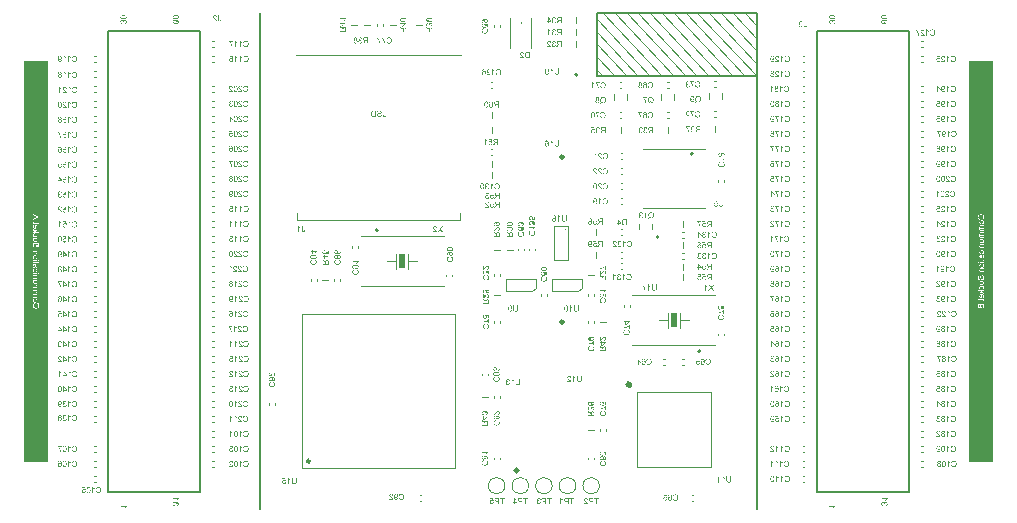
<source format=gbr>
%TF.GenerationSoftware,Altium Limited,Altium Designer,20.0.13 (296)*%
G04 Layer_Color=32896*
%FSLAX26Y26*%
%MOIN*%
%TF.FileFunction,Legend,Bot*%
%TF.Part,Single*%
G01*
G75*
%TA.AperFunction,NonConductor*%
%ADD56C,0.011811*%
%ADD57C,0.015748*%
%ADD58C,0.009842*%
%ADD59C,0.003937*%
%ADD60C,0.007874*%
%ADD61C,0.007870*%
%ADD62C,0.001968*%
%ADD63C,0.000787*%
%ADD64R,0.020000X0.050000*%
G36*
X39370Y118110D02*
X-39370D01*
Y1456693D01*
X39370D01*
Y118110D01*
D02*
G37*
G36*
X3188976Y118110D02*
X3110236D01*
Y1456693D01*
X3188976D01*
Y118110D01*
D02*
G37*
G36*
X2828923Y1607909D02*
X2829413Y1607892D01*
X2829868Y1607857D01*
X2830288Y1607822D01*
X2830673Y1607787D01*
X2831041Y1607734D01*
X2831356Y1607699D01*
X2831653Y1607664D01*
X2831898Y1607612D01*
X2832108Y1607577D01*
X2832300Y1607542D01*
X2832441Y1607507D01*
X2832528Y1607489D01*
X2832598Y1607472D01*
X2832615D01*
X2833245Y1607279D01*
X2833823Y1607087D01*
X2834086Y1606982D01*
X2834348Y1606877D01*
X2834575Y1606772D01*
X2834768Y1606667D01*
X2834961Y1606579D01*
X2835135Y1606492D01*
X2835276Y1606404D01*
X2835398Y1606352D01*
X2835485Y1606282D01*
X2835555Y1606247D01*
X2835590Y1606229D01*
X2835608Y1606212D01*
X2836046Y1605897D01*
X2836430Y1605564D01*
X2836745Y1605232D01*
X2837026Y1604899D01*
X2837235Y1604619D01*
X2837305Y1604497D01*
X2837376Y1604392D01*
X2837428Y1604304D01*
X2837463Y1604234D01*
X2837498Y1604199D01*
Y1604182D01*
X2837726Y1603709D01*
X2837883Y1603219D01*
X2838006Y1602747D01*
X2838075Y1602309D01*
X2838110Y1602099D01*
X2838128Y1601924D01*
X2838146Y1601767D01*
Y1601627D01*
X2838163Y1601504D01*
Y1601347D01*
X2838146Y1600944D01*
X2838110Y1600559D01*
X2838058Y1600192D01*
X2837970Y1599842D01*
X2837883Y1599527D01*
X2837796Y1599229D01*
X2837673Y1598949D01*
X2837568Y1598687D01*
X2837463Y1598459D01*
X2837358Y1598267D01*
X2837253Y1598092D01*
X2837166Y1597952D01*
X2837078Y1597847D01*
X2837026Y1597759D01*
X2836990Y1597707D01*
X2836973Y1597689D01*
X2836745Y1597427D01*
X2836501Y1597182D01*
X2835958Y1596727D01*
X2835398Y1596359D01*
X2834856Y1596044D01*
X2834593Y1595922D01*
X2834365Y1595817D01*
X2834155Y1595712D01*
X2833981Y1595642D01*
X2833823Y1595572D01*
X2833718Y1595537D01*
X2833631Y1595519D01*
X2833613Y1595502D01*
X2833193Y1595379D01*
X2832738Y1595257D01*
X2832265Y1595169D01*
X2831793Y1595082D01*
X2830831Y1594942D01*
X2830358Y1594907D01*
X2829921Y1594854D01*
X2829483Y1594837D01*
X2829098Y1594802D01*
X2828748Y1594784D01*
X2828450D01*
X2828206Y1594767D01*
X2828013D01*
X2827943D01*
X2827890D01*
X2827873D01*
X2827856D01*
X2827331D01*
X2826823Y1594784D01*
X2826351Y1594819D01*
X2825878Y1594854D01*
X2825423Y1594907D01*
X2824985Y1594959D01*
X2824583Y1595012D01*
X2824180Y1595082D01*
X2823445Y1595222D01*
X2822763Y1595397D01*
X2822168Y1595572D01*
X2821626Y1595764D01*
X2821153Y1595957D01*
X2820751Y1596132D01*
X2820418Y1596307D01*
X2820138Y1596447D01*
X2819928Y1596587D01*
X2819771Y1596674D01*
X2819683Y1596744D01*
X2819648Y1596762D01*
X2819280Y1597094D01*
X2818965Y1597444D01*
X2818686Y1597794D01*
X2818458Y1598179D01*
X2818248Y1598564D01*
X2818090Y1598949D01*
X2817950Y1599317D01*
X2817845Y1599684D01*
X2817758Y1600017D01*
X2817688Y1600332D01*
X2817653Y1600612D01*
X2817618Y1600857D01*
X2817601Y1601067D01*
X2817583Y1601224D01*
Y1601347D01*
X2817601Y1601749D01*
X2817635Y1602134D01*
X2817688Y1602502D01*
X2817776Y1602852D01*
X2817863Y1603167D01*
X2817950Y1603482D01*
X2818055Y1603744D01*
X2818178Y1604007D01*
X2818283Y1604234D01*
X2818388Y1604427D01*
X2818476Y1604602D01*
X2818581Y1604742D01*
X2818651Y1604864D01*
X2818703Y1604934D01*
X2818738Y1604987D01*
X2818756Y1605004D01*
X2818983Y1605267D01*
X2819245Y1605512D01*
X2819788Y1605967D01*
X2820348Y1606334D01*
X2820890Y1606649D01*
X2821135Y1606772D01*
X2821363Y1606877D01*
X2821573Y1606982D01*
X2821765Y1607052D01*
X2821905Y1607122D01*
X2822028Y1607157D01*
X2822098Y1607192D01*
X2822115D01*
X2822535Y1607314D01*
X2822990Y1607437D01*
X2823463Y1607542D01*
X2823936Y1607612D01*
X2824898Y1607752D01*
X2825353Y1607804D01*
X2825808Y1607839D01*
X2826228Y1607874D01*
X2826613Y1607892D01*
X2826963Y1607909D01*
X2827260D01*
X2827506Y1607927D01*
X2827698D01*
X2827768D01*
X2827820D01*
X2827838D01*
X2827856D01*
X2828398D01*
X2828923Y1607909D01*
D02*
G37*
G36*
X2824985Y1592299D02*
X2825493Y1592247D01*
X2825965Y1592159D01*
X2826421Y1592037D01*
X2826840Y1591914D01*
X2827226Y1591757D01*
X2827575Y1591599D01*
X2827890Y1591442D01*
X2828188Y1591284D01*
X2828433Y1591127D01*
X2828660Y1590969D01*
X2828836Y1590847D01*
X2828976Y1590724D01*
X2829081Y1590637D01*
X2829151Y1590584D01*
X2829168Y1590567D01*
X2829501Y1590234D01*
X2829780Y1589884D01*
X2830026Y1589534D01*
X2830235Y1589167D01*
X2830410Y1588817D01*
X2830550Y1588467D01*
X2830673Y1588117D01*
X2830778Y1587802D01*
X2830848Y1587504D01*
X2830901Y1587224D01*
X2830953Y1586979D01*
X2830970Y1586769D01*
X2830988Y1586594D01*
X2831006Y1586454D01*
Y1586349D01*
X2830970Y1585824D01*
X2830901Y1585334D01*
X2830796Y1584862D01*
X2830673Y1584459D01*
X2830603Y1584284D01*
X2830550Y1584127D01*
X2830498Y1583987D01*
X2830445Y1583864D01*
X2830410Y1583759D01*
X2830376Y1583689D01*
X2830340Y1583654D01*
Y1583637D01*
X2830061Y1583164D01*
X2829745Y1582744D01*
X2829413Y1582377D01*
X2829081Y1582062D01*
X2828783Y1581799D01*
X2828643Y1581694D01*
X2828538Y1581607D01*
X2828433Y1581537D01*
X2828363Y1581484D01*
X2828328Y1581467D01*
X2828311Y1581449D01*
X2828870Y1581467D01*
X2829378Y1581484D01*
X2829868Y1581519D01*
X2830323Y1581572D01*
X2830726Y1581624D01*
X2831110Y1581677D01*
X2831461Y1581729D01*
X2831776Y1581799D01*
X2832055Y1581852D01*
X2832283Y1581922D01*
X2832493Y1581974D01*
X2832668Y1582027D01*
X2832791Y1582079D01*
X2832896Y1582097D01*
X2832948Y1582132D01*
X2832965D01*
X2833263Y1582272D01*
X2833543Y1582412D01*
X2833805Y1582552D01*
X2834050Y1582709D01*
X2834278Y1582867D01*
X2834488Y1583024D01*
X2834663Y1583164D01*
X2834838Y1583322D01*
X2834978Y1583462D01*
X2835118Y1583584D01*
X2835223Y1583689D01*
X2835311Y1583794D01*
X2835381Y1583882D01*
X2835433Y1583934D01*
X2835450Y1583969D01*
X2835468Y1583987D01*
X2835695Y1584337D01*
X2835853Y1584687D01*
X2835976Y1585037D01*
X2836046Y1585369D01*
X2836098Y1585649D01*
X2836115Y1585772D01*
Y1585877D01*
X2836133Y1585947D01*
Y1586069D01*
X2836115Y1586332D01*
X2836081Y1586594D01*
X2836028Y1586839D01*
X2835976Y1587084D01*
X2835800Y1587504D01*
X2835608Y1587872D01*
X2835503Y1588012D01*
X2835398Y1588152D01*
X2835311Y1588274D01*
X2835240Y1588379D01*
X2835171Y1588449D01*
X2835118Y1588502D01*
X2835083Y1588537D01*
X2835066Y1588554D01*
X2834925Y1588659D01*
X2834785Y1588764D01*
X2834453Y1588957D01*
X2834103Y1589114D01*
X2833753Y1589254D01*
X2833438Y1589359D01*
X2833298Y1589412D01*
X2833193Y1589447D01*
X2833088Y1589464D01*
X2833018Y1589482D01*
X2832965Y1589499D01*
X2832948D01*
X2833140Y1591967D01*
X2833561Y1591897D01*
X2833981Y1591792D01*
X2834348Y1591687D01*
X2834698Y1591547D01*
X2835030Y1591407D01*
X2835328Y1591249D01*
X2835608Y1591092D01*
X2835853Y1590934D01*
X2836081Y1590777D01*
X2836273Y1590637D01*
X2836430Y1590497D01*
X2836570Y1590374D01*
X2836675Y1590269D01*
X2836763Y1590199D01*
X2836798Y1590147D01*
X2836816Y1590129D01*
X2837061Y1589832D01*
X2837253Y1589517D01*
X2837445Y1589202D01*
X2837603Y1588869D01*
X2837726Y1588554D01*
X2837831Y1588222D01*
X2837918Y1587907D01*
X2837988Y1587609D01*
X2838058Y1587329D01*
X2838093Y1587067D01*
X2838128Y1586822D01*
X2838146Y1586629D01*
X2838163Y1586454D01*
Y1586227D01*
X2838146Y1585649D01*
X2838058Y1585089D01*
X2837953Y1584564D01*
X2837796Y1584074D01*
X2837620Y1583619D01*
X2837428Y1583217D01*
X2837218Y1582832D01*
X2837008Y1582482D01*
X2836798Y1582167D01*
X2836588Y1581904D01*
X2836396Y1581677D01*
X2836220Y1581484D01*
X2836063Y1581327D01*
X2835958Y1581222D01*
X2835888Y1581152D01*
X2835853Y1581134D01*
X2835590Y1580942D01*
X2835328Y1580749D01*
X2834733Y1580417D01*
X2834086Y1580137D01*
X2833403Y1579892D01*
X2832703Y1579682D01*
X2831985Y1579507D01*
X2831285Y1579367D01*
X2830603Y1579244D01*
X2829956Y1579157D01*
X2829343Y1579104D01*
X2829046Y1579069D01*
X2828783Y1579052D01*
X2828538Y1579034D01*
X2828311Y1579017D01*
X2828101Y1578999D01*
X2827908D01*
X2827751D01*
X2827610Y1578982D01*
X2827488D01*
X2827418D01*
X2827365D01*
X2827348D01*
X2826403Y1578999D01*
X2825528Y1579069D01*
X2824723Y1579157D01*
X2823970Y1579279D01*
X2823305Y1579437D01*
X2822693Y1579594D01*
X2822133Y1579769D01*
X2821643Y1579962D01*
X2821223Y1580137D01*
X2820856Y1580312D01*
X2820541Y1580469D01*
X2820296Y1580627D01*
X2820103Y1580749D01*
X2819963Y1580837D01*
X2819893Y1580907D01*
X2819858Y1580924D01*
X2819456Y1581309D01*
X2819106Y1581712D01*
X2818808Y1582114D01*
X2818546Y1582534D01*
X2818318Y1582972D01*
X2818143Y1583392D01*
X2817985Y1583794D01*
X2817863Y1584197D01*
X2817776Y1584564D01*
X2817706Y1584897D01*
X2817653Y1585212D01*
X2817618Y1585474D01*
X2817601Y1585684D01*
X2817583Y1585842D01*
Y1585982D01*
X2817601Y1586314D01*
X2817618Y1586647D01*
X2817723Y1587259D01*
X2817776Y1587539D01*
X2817863Y1587819D01*
X2817933Y1588064D01*
X2818021Y1588292D01*
X2818090Y1588502D01*
X2818178Y1588694D01*
X2818248Y1588852D01*
X2818300Y1588992D01*
X2818370Y1589097D01*
X2818405Y1589167D01*
X2818423Y1589219D01*
X2818441Y1589237D01*
X2818615Y1589499D01*
X2818808Y1589744D01*
X2819193Y1590199D01*
X2819613Y1590584D01*
X2820015Y1590899D01*
X2820383Y1591162D01*
X2820541Y1591267D01*
X2820680Y1591337D01*
X2820785Y1591407D01*
X2820873Y1591459D01*
X2820925Y1591477D01*
X2820943Y1591494D01*
X2821258Y1591634D01*
X2821555Y1591774D01*
X2822186Y1591967D01*
X2822763Y1592124D01*
X2823043Y1592177D01*
X2823305Y1592212D01*
X2823550Y1592247D01*
X2823778Y1592282D01*
X2823970Y1592299D01*
X2824146D01*
X2824268Y1592317D01*
X2824373D01*
X2824443D01*
X2824461D01*
X2824985Y1592299D01*
D02*
G37*
G36*
X2654903Y1607787D02*
X2655393Y1607769D01*
X2655848Y1607734D01*
X2656268Y1607699D01*
X2656653Y1607664D01*
X2657021Y1607612D01*
X2657336Y1607577D01*
X2657633Y1607542D01*
X2657878Y1607489D01*
X2658088Y1607454D01*
X2658280Y1607419D01*
X2658421Y1607384D01*
X2658508Y1607367D01*
X2658578Y1607349D01*
X2658595D01*
X2659226Y1607157D01*
X2659803Y1606964D01*
X2660066Y1606859D01*
X2660328Y1606754D01*
X2660555Y1606649D01*
X2660748Y1606544D01*
X2660941Y1606457D01*
X2661115Y1606369D01*
X2661256Y1606282D01*
X2661378Y1606229D01*
X2661465Y1606159D01*
X2661535Y1606124D01*
X2661570Y1606107D01*
X2661588Y1606089D01*
X2662026Y1605774D01*
X2662410Y1605442D01*
X2662726Y1605109D01*
X2663006Y1604777D01*
X2663215Y1604497D01*
X2663285Y1604374D01*
X2663356Y1604269D01*
X2663408Y1604182D01*
X2663443Y1604112D01*
X2663478Y1604077D01*
Y1604059D01*
X2663706Y1603587D01*
X2663863Y1603097D01*
X2663985Y1602624D01*
X2664055Y1602187D01*
X2664090Y1601977D01*
X2664108Y1601802D01*
X2664126Y1601644D01*
Y1601504D01*
X2664143Y1601382D01*
Y1601224D01*
X2664126Y1600822D01*
X2664090Y1600437D01*
X2664038Y1600069D01*
X2663950Y1599719D01*
X2663863Y1599404D01*
X2663776Y1599107D01*
X2663653Y1598827D01*
X2663548Y1598564D01*
X2663443Y1598337D01*
X2663338Y1598144D01*
X2663233Y1597969D01*
X2663146Y1597829D01*
X2663058Y1597724D01*
X2663006Y1597637D01*
X2662970Y1597584D01*
X2662953Y1597567D01*
X2662726Y1597304D01*
X2662481Y1597059D01*
X2661938Y1596604D01*
X2661378Y1596237D01*
X2660836Y1595922D01*
X2660573Y1595799D01*
X2660345Y1595694D01*
X2660135Y1595589D01*
X2659961Y1595519D01*
X2659803Y1595449D01*
X2659698Y1595414D01*
X2659610Y1595397D01*
X2659593Y1595379D01*
X2659173Y1595257D01*
X2658718Y1595134D01*
X2658245Y1595047D01*
X2657773Y1594959D01*
X2656811Y1594819D01*
X2656338Y1594784D01*
X2655901Y1594732D01*
X2655463Y1594714D01*
X2655078Y1594679D01*
X2654728Y1594662D01*
X2654430D01*
X2654186Y1594644D01*
X2653993D01*
X2653923D01*
X2653870D01*
X2653853D01*
X2653836D01*
X2653311D01*
X2652803Y1594662D01*
X2652331Y1594697D01*
X2651858Y1594732D01*
X2651403Y1594784D01*
X2650965Y1594837D01*
X2650563Y1594889D01*
X2650160Y1594959D01*
X2649425Y1595099D01*
X2648743Y1595274D01*
X2648148Y1595449D01*
X2647606Y1595642D01*
X2647133Y1595834D01*
X2646731Y1596009D01*
X2646398Y1596184D01*
X2646118Y1596324D01*
X2645908Y1596464D01*
X2645751Y1596552D01*
X2645663Y1596622D01*
X2645628Y1596639D01*
X2645260Y1596972D01*
X2644945Y1597322D01*
X2644666Y1597672D01*
X2644438Y1598057D01*
X2644228Y1598442D01*
X2644070Y1598827D01*
X2643930Y1599194D01*
X2643825Y1599562D01*
X2643738Y1599894D01*
X2643668Y1600209D01*
X2643633Y1600489D01*
X2643598Y1600734D01*
X2643581Y1600944D01*
X2643563Y1601102D01*
Y1601224D01*
X2643581Y1601627D01*
X2643615Y1602012D01*
X2643668Y1602379D01*
X2643756Y1602729D01*
X2643843Y1603044D01*
X2643930Y1603359D01*
X2644035Y1603622D01*
X2644158Y1603884D01*
X2644263Y1604112D01*
X2644368Y1604304D01*
X2644456Y1604479D01*
X2644561Y1604619D01*
X2644631Y1604742D01*
X2644683Y1604812D01*
X2644718Y1604864D01*
X2644735Y1604882D01*
X2644963Y1605144D01*
X2645226Y1605389D01*
X2645768Y1605844D01*
X2646328Y1606212D01*
X2646870Y1606527D01*
X2647115Y1606649D01*
X2647343Y1606754D01*
X2647553Y1606859D01*
X2647745Y1606929D01*
X2647885Y1606999D01*
X2648008Y1607034D01*
X2648078Y1607069D01*
X2648095D01*
X2648515Y1607192D01*
X2648970Y1607314D01*
X2649443Y1607419D01*
X2649916Y1607489D01*
X2650878Y1607629D01*
X2651333Y1607682D01*
X2651788Y1607717D01*
X2652208Y1607752D01*
X2652593Y1607769D01*
X2652943Y1607787D01*
X2653240D01*
X2653485Y1607804D01*
X2653678D01*
X2653748D01*
X2653800D01*
X2653818D01*
X2653836D01*
X2654378D01*
X2654903Y1607787D01*
D02*
G37*
G36*
X2650213Y1592177D02*
X2650546Y1592159D01*
X2650878Y1592107D01*
X2651175Y1592037D01*
X2651473Y1591967D01*
X2651735Y1591879D01*
X2651981Y1591792D01*
X2652208Y1591704D01*
X2652418Y1591599D01*
X2652593Y1591512D01*
X2652733Y1591424D01*
X2652873Y1591354D01*
X2652961Y1591284D01*
X2653048Y1591232D01*
X2653083Y1591214D01*
X2653101Y1591197D01*
X2653328Y1591004D01*
X2653538Y1590794D01*
X2653748Y1590567D01*
X2653923Y1590339D01*
X2654081Y1590112D01*
X2654220Y1589884D01*
X2654448Y1589429D01*
X2654535Y1589219D01*
X2654623Y1589027D01*
X2654675Y1588852D01*
X2654728Y1588712D01*
X2654763Y1588589D01*
X2654798Y1588502D01*
X2654816Y1588432D01*
Y1588414D01*
X2655078Y1588887D01*
X2655340Y1589307D01*
X2655638Y1589674D01*
X2655901Y1589954D01*
X2656146Y1590182D01*
X2656338Y1590357D01*
X2656408Y1590409D01*
X2656461Y1590444D01*
X2656495Y1590479D01*
X2656513D01*
X2656933Y1590724D01*
X2657336Y1590899D01*
X2657738Y1591022D01*
X2658106Y1591109D01*
X2658421Y1591162D01*
X2658561Y1591179D01*
X2658683D01*
X2658771Y1591197D01*
X2658840D01*
X2658876D01*
X2658893D01*
X2659155D01*
X2659401Y1591162D01*
X2659890Y1591074D01*
X2660328Y1590952D01*
X2660713Y1590829D01*
X2660888Y1590759D01*
X2661046Y1590689D01*
X2661168Y1590619D01*
X2661291Y1590567D01*
X2661378Y1590514D01*
X2661448Y1590479D01*
X2661483Y1590462D01*
X2661501Y1590444D01*
X2661938Y1590147D01*
X2662323Y1589797D01*
X2662655Y1589447D01*
X2662918Y1589114D01*
X2663146Y1588799D01*
X2663233Y1588677D01*
X2663303Y1588554D01*
X2663356Y1588467D01*
X2663390Y1588397D01*
X2663425Y1588344D01*
Y1588327D01*
X2663671Y1587802D01*
X2663845Y1587277D01*
X2663968Y1586752D01*
X2664055Y1586279D01*
X2664090Y1586069D01*
X2664108Y1585877D01*
X2664126Y1585702D01*
Y1585562D01*
X2664143Y1585439D01*
Y1585282D01*
X2664126Y1584844D01*
X2664090Y1584424D01*
X2664021Y1584022D01*
X2663933Y1583637D01*
X2663828Y1583287D01*
X2663706Y1582954D01*
X2663583Y1582657D01*
X2663461Y1582377D01*
X2663320Y1582132D01*
X2663198Y1581904D01*
X2663075Y1581729D01*
X2662970Y1581572D01*
X2662883Y1581432D01*
X2662813Y1581344D01*
X2662778Y1581292D01*
X2662760Y1581274D01*
X2662498Y1580994D01*
X2662200Y1580732D01*
X2661903Y1580487D01*
X2661588Y1580277D01*
X2661256Y1580084D01*
X2660941Y1579927D01*
X2660626Y1579769D01*
X2660328Y1579647D01*
X2660030Y1579542D01*
X2659768Y1579454D01*
X2659523Y1579384D01*
X2659313Y1579314D01*
X2659155Y1579279D01*
X2659015Y1579244D01*
X2658945Y1579227D01*
X2658910D01*
X2658473Y1581712D01*
X2658805Y1581764D01*
X2659120Y1581834D01*
X2659401Y1581922D01*
X2659663Y1582009D01*
X2659908Y1582114D01*
X2660135Y1582219D01*
X2660345Y1582324D01*
X2660521Y1582429D01*
X2660678Y1582517D01*
X2660818Y1582622D01*
X2660941Y1582709D01*
X2661028Y1582779D01*
X2661115Y1582849D01*
X2661168Y1582902D01*
X2661186Y1582919D01*
X2661203Y1582937D01*
X2661360Y1583129D01*
X2661501Y1583322D01*
X2661623Y1583514D01*
X2661728Y1583724D01*
X2661885Y1584127D01*
X2662008Y1584494D01*
X2662061Y1584827D01*
X2662078Y1584967D01*
X2662095Y1585089D01*
X2662113Y1585194D01*
Y1585334D01*
X2662095Y1585597D01*
X2662078Y1585859D01*
X2661973Y1586314D01*
X2661833Y1586734D01*
X2661658Y1587067D01*
X2661570Y1587224D01*
X2661483Y1587347D01*
X2661413Y1587452D01*
X2661343Y1587539D01*
X2661291Y1587627D01*
X2661238Y1587679D01*
X2661220Y1587697D01*
X2661203Y1587714D01*
X2661028Y1587872D01*
X2660853Y1588029D01*
X2660660Y1588152D01*
X2660485Y1588257D01*
X2660101Y1588414D01*
X2659751Y1588519D01*
X2659436Y1588589D01*
X2659296Y1588607D01*
X2659191Y1588624D01*
X2659086Y1588642D01*
X2659015D01*
X2658981D01*
X2658963D01*
X2658648Y1588624D01*
X2658351Y1588589D01*
X2658088Y1588519D01*
X2657825Y1588449D01*
X2657598Y1588344D01*
X2657388Y1588239D01*
X2657213Y1588134D01*
X2657038Y1588012D01*
X2656881Y1587889D01*
X2656758Y1587784D01*
X2656653Y1587679D01*
X2656566Y1587574D01*
X2656495Y1587504D01*
X2656443Y1587434D01*
X2656425Y1587399D01*
X2656408Y1587382D01*
X2656268Y1587137D01*
X2656146Y1586892D01*
X2655936Y1586402D01*
X2655796Y1585929D01*
X2655691Y1585492D01*
X2655655Y1585299D01*
X2655638Y1585107D01*
X2655603Y1584949D01*
Y1584809D01*
X2655586Y1584704D01*
Y1584424D01*
X2655603Y1584284D01*
X2655620Y1584179D01*
Y1584144D01*
X2653450Y1583864D01*
X2653538Y1584249D01*
X2653608Y1584582D01*
X2653643Y1584879D01*
X2653678Y1585142D01*
X2653695Y1585334D01*
X2653713Y1585492D01*
Y1585614D01*
X2653695Y1585929D01*
X2653660Y1586227D01*
X2653608Y1586507D01*
X2653538Y1586787D01*
X2653450Y1587032D01*
X2653363Y1587259D01*
X2653258Y1587487D01*
X2653171Y1587679D01*
X2653066Y1587854D01*
X2652961Y1588012D01*
X2652873Y1588134D01*
X2652785Y1588257D01*
X2652715Y1588327D01*
X2652663Y1588397D01*
X2652628Y1588432D01*
X2652610Y1588449D01*
X2652401Y1588642D01*
X2652173Y1588817D01*
X2651945Y1588974D01*
X2651700Y1589097D01*
X2651473Y1589202D01*
X2651228Y1589289D01*
X2650791Y1589429D01*
X2650581Y1589482D01*
X2650388Y1589517D01*
X2650231Y1589534D01*
X2650073Y1589552D01*
X2649950Y1589569D01*
X2649863D01*
X2649811D01*
X2649793D01*
X2649461Y1589552D01*
X2649146Y1589517D01*
X2648848Y1589464D01*
X2648568Y1589377D01*
X2648305Y1589289D01*
X2648061Y1589184D01*
X2647833Y1589079D01*
X2647623Y1588974D01*
X2647448Y1588852D01*
X2647273Y1588747D01*
X2647133Y1588642D01*
X2647010Y1588554D01*
X2646923Y1588467D01*
X2646853Y1588414D01*
X2646818Y1588379D01*
X2646800Y1588362D01*
X2646590Y1588134D01*
X2646398Y1587889D01*
X2646240Y1587644D01*
X2646101Y1587399D01*
X2645978Y1587137D01*
X2645890Y1586892D01*
X2645803Y1586664D01*
X2645751Y1586437D01*
X2645698Y1586209D01*
X2645663Y1586017D01*
X2645628Y1585842D01*
X2645610Y1585702D01*
X2645593Y1585579D01*
Y1585404D01*
X2645610Y1585142D01*
X2645628Y1584879D01*
X2645733Y1584389D01*
X2645890Y1583969D01*
X2646066Y1583602D01*
X2646135Y1583444D01*
X2646223Y1583304D01*
X2646311Y1583182D01*
X2646381Y1583094D01*
X2646433Y1583007D01*
X2646485Y1582954D01*
X2646503Y1582919D01*
X2646521Y1582902D01*
X2646713Y1582727D01*
X2646923Y1582552D01*
X2647151Y1582394D01*
X2647396Y1582254D01*
X2647885Y1582009D01*
X2648393Y1581799D01*
X2648620Y1581729D01*
X2648848Y1581659D01*
X2649041Y1581589D01*
X2649215Y1581554D01*
X2649373Y1581519D01*
X2649478Y1581484D01*
X2649548Y1581467D01*
X2649566D01*
X2649233Y1578982D01*
X2648778Y1579052D01*
X2648340Y1579139D01*
X2647921Y1579262D01*
X2647535Y1579402D01*
X2647168Y1579559D01*
X2646818Y1579717D01*
X2646521Y1579892D01*
X2646240Y1580067D01*
X2645978Y1580242D01*
X2645751Y1580417D01*
X2645575Y1580557D01*
X2645418Y1580697D01*
X2645278Y1580819D01*
X2645191Y1580907D01*
X2645138Y1580959D01*
X2645120Y1580977D01*
X2644840Y1581309D01*
X2644595Y1581677D01*
X2644385Y1582027D01*
X2644211Y1582412D01*
X2644053Y1582779D01*
X2643930Y1583147D01*
X2643825Y1583497D01*
X2643738Y1583847D01*
X2643686Y1584162D01*
X2643633Y1584459D01*
X2643598Y1584722D01*
X2643563Y1584949D01*
Y1585124D01*
X2643546Y1585264D01*
Y1585387D01*
X2643563Y1585929D01*
X2643633Y1586437D01*
X2643720Y1586927D01*
X2643825Y1587382D01*
X2643965Y1587819D01*
X2644123Y1588222D01*
X2644280Y1588589D01*
X2644456Y1588922D01*
X2644631Y1589219D01*
X2644788Y1589482D01*
X2644945Y1589709D01*
X2645086Y1589902D01*
X2645191Y1590059D01*
X2645296Y1590164D01*
X2645348Y1590234D01*
X2645365Y1590252D01*
X2645715Y1590602D01*
X2646083Y1590899D01*
X2646468Y1591144D01*
X2646836Y1591372D01*
X2647220Y1591564D01*
X2647588Y1591722D01*
X2647956Y1591844D01*
X2648288Y1591949D01*
X2648620Y1592037D01*
X2648918Y1592089D01*
X2649180Y1592142D01*
X2649408Y1592159D01*
X2649583Y1592177D01*
X2649723Y1592194D01*
X2649811D01*
X2649845D01*
X2650213Y1592177D01*
D02*
G37*
G36*
X2838509Y-4426D02*
X2838264Y-4549D01*
X2838019Y-4707D01*
X2837529Y-5039D01*
X2837074Y-5407D01*
X2836654Y-5774D01*
X2836479Y-5949D01*
X2836304Y-6106D01*
X2836164Y-6247D01*
X2836041Y-6369D01*
X2835936Y-6492D01*
X2835866Y-6561D01*
X2835814Y-6614D01*
X2835796Y-6632D01*
X2835306Y-7226D01*
X2834851Y-7856D01*
X2834449Y-8469D01*
X2834256Y-8749D01*
X2834099Y-9029D01*
X2833941Y-9291D01*
X2833819Y-9519D01*
X2833696Y-9729D01*
X2833609Y-9904D01*
X2833539Y-10044D01*
X2833486Y-10166D01*
X2833451Y-10236D01*
X2833434Y-10254D01*
X2831036D01*
X2831211Y-9816D01*
X2831421Y-9361D01*
X2831631Y-8924D01*
X2831841Y-8521D01*
X2831929Y-8347D01*
X2832034Y-8172D01*
X2832104Y-8031D01*
X2832174Y-7909D01*
X2832226Y-7804D01*
X2832279Y-7734D01*
X2832296Y-7681D01*
X2832314Y-7664D01*
X2832629Y-7139D01*
X2832944Y-6684D01*
X2833241Y-6282D01*
X2833486Y-5931D01*
X2833609Y-5792D01*
X2833714Y-5669D01*
X2833801Y-5564D01*
X2833889Y-5459D01*
X2833941Y-5389D01*
X2833994Y-5336D01*
X2834011Y-5319D01*
X2834029Y-5301D01*
X2818261D01*
Y-2816D01*
X2838509D01*
Y-4426D01*
D02*
G37*
G36*
X2824579Y-14611D02*
X2824911Y-14629D01*
X2825244Y-14681D01*
X2825541Y-14752D01*
X2825839Y-14822D01*
X2826101Y-14909D01*
X2826346Y-14996D01*
X2826574Y-15084D01*
X2826784Y-15189D01*
X2826959Y-15277D01*
X2827099Y-15364D01*
X2827239Y-15434D01*
X2827326Y-15504D01*
X2827414Y-15556D01*
X2827449Y-15574D01*
X2827466Y-15591D01*
X2827694Y-15784D01*
X2827904Y-15994D01*
X2828114Y-16221D01*
X2828289Y-16449D01*
X2828446Y-16677D01*
X2828586Y-16904D01*
X2828814Y-17359D01*
X2828901Y-17569D01*
X2828989Y-17762D01*
X2829041Y-17936D01*
X2829094Y-18076D01*
X2829129Y-18199D01*
X2829164Y-18287D01*
X2829181Y-18357D01*
Y-18374D01*
X2829444Y-17901D01*
X2829706Y-17482D01*
X2830004Y-17114D01*
X2830266Y-16834D01*
X2830511Y-16607D01*
X2830704Y-16431D01*
X2830774Y-16379D01*
X2830826Y-16344D01*
X2830861Y-16309D01*
X2830879D01*
X2831299Y-16064D01*
X2831701Y-15889D01*
X2832104Y-15767D01*
X2832471Y-15679D01*
X2832786Y-15626D01*
X2832926Y-15609D01*
X2833049D01*
X2833136Y-15591D01*
X2833206D01*
X2833241D01*
X2833259D01*
X2833521D01*
X2833766Y-15626D01*
X2834256Y-15714D01*
X2834694Y-15836D01*
X2835079Y-15959D01*
X2835254Y-16029D01*
X2835411Y-16099D01*
X2835534Y-16169D01*
X2835656Y-16221D01*
X2835744Y-16274D01*
X2835814Y-16309D01*
X2835849Y-16326D01*
X2835866Y-16344D01*
X2836304Y-16642D01*
X2836689Y-16991D01*
X2837021Y-17341D01*
X2837284Y-17674D01*
X2837511Y-17989D01*
X2837599Y-18111D01*
X2837669Y-18234D01*
X2837721Y-18322D01*
X2837756Y-18392D01*
X2837791Y-18444D01*
Y-18462D01*
X2838036Y-18986D01*
X2838211Y-19512D01*
X2838334Y-20037D01*
X2838421Y-20509D01*
X2838456Y-20719D01*
X2838474Y-20912D01*
X2838491Y-21087D01*
Y-21227D01*
X2838509Y-21349D01*
Y-21506D01*
X2838491Y-21944D01*
X2838456Y-22364D01*
X2838386Y-22767D01*
X2838299Y-23151D01*
X2838194Y-23502D01*
X2838071Y-23834D01*
X2837949Y-24131D01*
X2837826Y-24412D01*
X2837686Y-24657D01*
X2837564Y-24884D01*
X2837441Y-25059D01*
X2837336Y-25216D01*
X2837249Y-25357D01*
X2837179Y-25444D01*
X2837144Y-25497D01*
X2837126Y-25514D01*
X2836864Y-25794D01*
X2836566Y-26056D01*
X2836269Y-26302D01*
X2835954Y-26512D01*
X2835621Y-26704D01*
X2835306Y-26861D01*
X2834991Y-27019D01*
X2834694Y-27142D01*
X2834396Y-27247D01*
X2834134Y-27334D01*
X2833889Y-27404D01*
X2833679Y-27474D01*
X2833521Y-27509D01*
X2833381Y-27544D01*
X2833311Y-27561D01*
X2833276D01*
X2832839Y-25076D01*
X2833171Y-25024D01*
X2833486Y-24954D01*
X2833766Y-24866D01*
X2834029Y-24779D01*
X2834274Y-24674D01*
X2834501Y-24569D01*
X2834711Y-24464D01*
X2834886Y-24359D01*
X2835044Y-24271D01*
X2835184Y-24166D01*
X2835306Y-24079D01*
X2835394Y-24009D01*
X2835481Y-23939D01*
X2835534Y-23887D01*
X2835551Y-23869D01*
X2835569Y-23852D01*
X2835726Y-23659D01*
X2835866Y-23466D01*
X2835989Y-23274D01*
X2836094Y-23064D01*
X2836251Y-22662D01*
X2836374Y-22294D01*
X2836426Y-21962D01*
X2836444Y-21822D01*
X2836461Y-21699D01*
X2836479Y-21594D01*
Y-21454D01*
X2836461Y-21192D01*
X2836444Y-20929D01*
X2836339Y-20474D01*
X2836199Y-20054D01*
X2836024Y-19721D01*
X2835936Y-19564D01*
X2835849Y-19442D01*
X2835779Y-19337D01*
X2835709Y-19249D01*
X2835656Y-19162D01*
X2835604Y-19109D01*
X2835586Y-19091D01*
X2835569Y-19074D01*
X2835394Y-18916D01*
X2835219Y-18759D01*
X2835026Y-18637D01*
X2834851Y-18532D01*
X2834466Y-18374D01*
X2834116Y-18269D01*
X2833801Y-18199D01*
X2833661Y-18181D01*
X2833556Y-18164D01*
X2833451Y-18146D01*
X2833381D01*
X2833346D01*
X2833329D01*
X2833014Y-18164D01*
X2832716Y-18199D01*
X2832454Y-18269D01*
X2832191Y-18339D01*
X2831964Y-18444D01*
X2831754Y-18549D01*
X2831579Y-18654D01*
X2831404Y-18776D01*
X2831246Y-18899D01*
X2831124Y-19004D01*
X2831019Y-19109D01*
X2830931Y-19214D01*
X2830861Y-19284D01*
X2830809Y-19354D01*
X2830791Y-19389D01*
X2830774Y-19407D01*
X2830634Y-19651D01*
X2830511Y-19896D01*
X2830301Y-20387D01*
X2830161Y-20859D01*
X2830056Y-21297D01*
X2830021Y-21489D01*
X2830004Y-21681D01*
X2829969Y-21839D01*
Y-21979D01*
X2829951Y-22084D01*
Y-22364D01*
X2829969Y-22504D01*
X2829986Y-22609D01*
Y-22644D01*
X2827816Y-22924D01*
X2827904Y-22539D01*
X2827974Y-22206D01*
X2828009Y-21909D01*
X2828044Y-21646D01*
X2828061Y-21454D01*
X2828079Y-21297D01*
Y-21174D01*
X2828061Y-20859D01*
X2828026Y-20561D01*
X2827974Y-20282D01*
X2827904Y-20002D01*
X2827816Y-19756D01*
X2827729Y-19529D01*
X2827624Y-19302D01*
X2827536Y-19109D01*
X2827431Y-18934D01*
X2827326Y-18776D01*
X2827239Y-18654D01*
X2827151Y-18532D01*
X2827081Y-18462D01*
X2827029Y-18392D01*
X2826994Y-18357D01*
X2826976Y-18339D01*
X2826766Y-18146D01*
X2826539Y-17971D01*
X2826311Y-17814D01*
X2826066Y-17692D01*
X2825839Y-17587D01*
X2825594Y-17499D01*
X2825156Y-17359D01*
X2824946Y-17306D01*
X2824754Y-17271D01*
X2824596Y-17254D01*
X2824439Y-17236D01*
X2824316Y-17219D01*
X2824229D01*
X2824176D01*
X2824159D01*
X2823826Y-17236D01*
X2823511Y-17271D01*
X2823214Y-17324D01*
X2822934Y-17412D01*
X2822671Y-17499D01*
X2822426Y-17604D01*
X2822199Y-17709D01*
X2821989Y-17814D01*
X2821814Y-17936D01*
X2821639Y-18041D01*
X2821499Y-18146D01*
X2821376Y-18234D01*
X2821289Y-18322D01*
X2821219Y-18374D01*
X2821184Y-18409D01*
X2821166Y-18427D01*
X2820956Y-18654D01*
X2820764Y-18899D01*
X2820606Y-19144D01*
X2820466Y-19389D01*
X2820344Y-19651D01*
X2820256Y-19896D01*
X2820169Y-20124D01*
X2820116Y-20352D01*
X2820064Y-20579D01*
X2820029Y-20771D01*
X2819994Y-20947D01*
X2819976Y-21087D01*
X2819959Y-21209D01*
Y-21384D01*
X2819976Y-21646D01*
X2819994Y-21909D01*
X2820099Y-22399D01*
X2820256Y-22819D01*
X2820431Y-23186D01*
X2820501Y-23344D01*
X2820589Y-23484D01*
X2820676Y-23607D01*
X2820746Y-23694D01*
X2820799Y-23782D01*
X2820851Y-23834D01*
X2820869Y-23869D01*
X2820886Y-23887D01*
X2821079Y-24061D01*
X2821289Y-24236D01*
X2821516Y-24394D01*
X2821761Y-24534D01*
X2822251Y-24779D01*
X2822759Y-24989D01*
X2822986Y-25059D01*
X2823214Y-25129D01*
X2823406Y-25199D01*
X2823581Y-25234D01*
X2823739Y-25269D01*
X2823844Y-25304D01*
X2823914Y-25322D01*
X2823931D01*
X2823599Y-27806D01*
X2823144Y-27736D01*
X2822706Y-27649D01*
X2822286Y-27526D01*
X2821901Y-27387D01*
X2821534Y-27229D01*
X2821184Y-27072D01*
X2820886Y-26896D01*
X2820606Y-26721D01*
X2820344Y-26547D01*
X2820116Y-26372D01*
X2819941Y-26232D01*
X2819784Y-26091D01*
X2819644Y-25969D01*
X2819556Y-25881D01*
X2819504Y-25829D01*
X2819486Y-25811D01*
X2819206Y-25479D01*
X2818961Y-25111D01*
X2818751Y-24762D01*
X2818576Y-24377D01*
X2818419Y-24009D01*
X2818296Y-23642D01*
X2818191Y-23291D01*
X2818104Y-22942D01*
X2818051Y-22626D01*
X2817999Y-22329D01*
X2817964Y-22067D01*
X2817929Y-21839D01*
Y-21664D01*
X2817911Y-21524D01*
Y-21401D01*
X2817929Y-20859D01*
X2817999Y-20352D01*
X2818086Y-19861D01*
X2818191Y-19407D01*
X2818331Y-18969D01*
X2818489Y-18567D01*
X2818646Y-18199D01*
X2818821Y-17866D01*
X2818996Y-17569D01*
X2819154Y-17306D01*
X2819311Y-17079D01*
X2819451Y-16887D01*
X2819556Y-16729D01*
X2819661Y-16624D01*
X2819714Y-16554D01*
X2819731Y-16537D01*
X2820081Y-16186D01*
X2820449Y-15889D01*
X2820834Y-15644D01*
X2821201Y-15416D01*
X2821586Y-15224D01*
X2821954Y-15066D01*
X2822321Y-14944D01*
X2822654Y-14839D01*
X2822986Y-14752D01*
X2823284Y-14699D01*
X2823546Y-14646D01*
X2823774Y-14629D01*
X2823949Y-14611D01*
X2824089Y-14594D01*
X2824176D01*
X2824211D01*
X2824579Y-14611D01*
D02*
G37*
G36*
X2664143Y-29841D02*
X2663898Y-29963D01*
X2663653Y-30121D01*
X2663163Y-30453D01*
X2662708Y-30821D01*
X2662288Y-31188D01*
X2662113Y-31363D01*
X2661938Y-31521D01*
X2661798Y-31661D01*
X2661675Y-31783D01*
X2661570Y-31906D01*
X2661501Y-31976D01*
X2661448Y-32028D01*
X2661430Y-32046D01*
X2660941Y-32641D01*
X2660485Y-33271D01*
X2660083Y-33883D01*
X2659890Y-34163D01*
X2659733Y-34443D01*
X2659575Y-34706D01*
X2659453Y-34933D01*
X2659331Y-35143D01*
X2659243Y-35318D01*
X2659173Y-35458D01*
X2659120Y-35581D01*
X2659086Y-35651D01*
X2659068Y-35668D01*
X2656671D01*
X2656845Y-35231D01*
X2657055Y-34776D01*
X2657265Y-34338D01*
X2657476Y-33936D01*
X2657563Y-33761D01*
X2657668Y-33586D01*
X2657738Y-33446D01*
X2657808Y-33323D01*
X2657860Y-33218D01*
X2657913Y-33148D01*
X2657930Y-33096D01*
X2657948Y-33078D01*
X2658263Y-32553D01*
X2658578Y-32098D01*
X2658876Y-31696D01*
X2659120Y-31346D01*
X2659243Y-31206D01*
X2659348Y-31083D01*
X2659436Y-30978D01*
X2659523Y-30873D01*
X2659575Y-30803D01*
X2659628Y-30751D01*
X2659646Y-30733D01*
X2659663Y-30716D01*
X2643896D01*
Y-28231D01*
X2664143D01*
Y-29841D01*
D02*
G37*
G36*
X1167501Y1274977D02*
Y1274697D01*
Y1274435D01*
X1167484Y1274172D01*
Y1273945D01*
X1167466Y1273753D01*
X1167448Y1273560D01*
Y1273385D01*
X1167431Y1273227D01*
X1167414Y1273105D01*
X1167396Y1272983D01*
Y1272895D01*
X1167379Y1272807D01*
Y1272755D01*
X1167361Y1272703D01*
Y1272685D01*
Y1272668D01*
X1167256Y1272283D01*
X1167151Y1271915D01*
X1167011Y1271618D01*
X1166889Y1271338D01*
X1166766Y1271128D01*
X1166678Y1270970D01*
X1166609Y1270865D01*
X1166591Y1270848D01*
Y1270830D01*
X1166363Y1270568D01*
X1166101Y1270322D01*
X1165821Y1270112D01*
X1165559Y1269920D01*
X1165313Y1269780D01*
X1165103Y1269675D01*
X1165034Y1269640D01*
X1164981Y1269605D01*
X1164946Y1269588D01*
X1164928D01*
X1164508Y1269430D01*
X1164071Y1269307D01*
X1163668Y1269220D01*
X1163301Y1269168D01*
X1162986Y1269132D01*
X1162846Y1269115D01*
X1162741Y1269098D01*
X1162514D01*
X1161971Y1269132D01*
X1161481Y1269203D01*
X1160991Y1269325D01*
X1160553Y1269483D01*
X1160151Y1269675D01*
X1159766Y1269885D01*
X1159416Y1270095D01*
X1159101Y1270340D01*
X1158821Y1270568D01*
X1158576Y1270777D01*
X1158366Y1270987D01*
X1158191Y1271180D01*
X1158051Y1271338D01*
X1157964Y1271460D01*
X1157893Y1271530D01*
X1157876Y1271565D01*
Y1269430D01*
X1155653D01*
Y1284060D01*
X1158139D01*
Y1276220D01*
Y1275870D01*
X1158156Y1275555D01*
X1158174Y1275257D01*
X1158208Y1274977D01*
X1158244Y1274715D01*
X1158278Y1274487D01*
X1158313Y1274260D01*
X1158349Y1274085D01*
X1158383Y1273910D01*
X1158418Y1273753D01*
X1158454Y1273630D01*
X1158488Y1273525D01*
X1158524Y1273455D01*
X1158541Y1273402D01*
X1158559Y1273368D01*
Y1273350D01*
X1158734Y1273000D01*
X1158944Y1272703D01*
X1159171Y1272422D01*
X1159399Y1272213D01*
X1159609Y1272020D01*
X1159784Y1271898D01*
X1159853Y1271845D01*
X1159906Y1271828D01*
X1159924Y1271793D01*
X1159941D01*
X1160309Y1271600D01*
X1160676Y1271477D01*
X1161026Y1271372D01*
X1161341Y1271303D01*
X1161621Y1271267D01*
X1161726Y1271250D01*
X1161831D01*
X1161918Y1271233D01*
X1162024D01*
X1162426Y1271250D01*
X1162776Y1271320D01*
X1163109Y1271408D01*
X1163371Y1271513D01*
X1163599Y1271600D01*
X1163756Y1271688D01*
X1163861Y1271757D01*
X1163879Y1271775D01*
X1163896D01*
X1164159Y1272003D01*
X1164369Y1272247D01*
X1164543Y1272510D01*
X1164666Y1272755D01*
X1164771Y1272983D01*
X1164823Y1273158D01*
X1164841Y1273227D01*
X1164859Y1273280D01*
X1164876Y1273297D01*
Y1273315D01*
X1164893Y1273455D01*
X1164928Y1273630D01*
X1164946Y1273805D01*
X1164964Y1274015D01*
X1164981Y1274453D01*
X1164998Y1274890D01*
X1165016Y1275293D01*
Y1275467D01*
Y1275625D01*
Y1275765D01*
Y1275852D01*
Y1275922D01*
Y1275940D01*
Y1284060D01*
X1167501D01*
Y1274977D01*
D02*
G37*
G36*
X1132641Y1269430D02*
X1125379D01*
X1124714Y1269447D01*
X1124101Y1269483D01*
X1123821Y1269500D01*
X1123541Y1269535D01*
X1123296Y1269570D01*
X1123069Y1269605D01*
X1122859Y1269622D01*
X1122684Y1269658D01*
X1122526Y1269693D01*
X1122386Y1269710D01*
X1122281Y1269727D01*
X1122211Y1269745D01*
X1122159Y1269763D01*
X1122141D01*
X1121633Y1269902D01*
X1121161Y1270078D01*
X1120758Y1270235D01*
X1120409Y1270410D01*
X1120251Y1270480D01*
X1120111Y1270550D01*
X1120006Y1270620D01*
X1119901Y1270672D01*
X1119831Y1270707D01*
X1119778Y1270743D01*
X1119744Y1270777D01*
X1119726D01*
X1119359Y1271040D01*
X1119026Y1271338D01*
X1118711Y1271652D01*
X1118431Y1271932D01*
X1118204Y1272195D01*
X1118028Y1272405D01*
X1117976Y1272493D01*
X1117924Y1272545D01*
X1117906Y1272580D01*
X1117889Y1272598D01*
X1117591Y1273053D01*
X1117311Y1273560D01*
X1117083Y1274050D01*
X1116873Y1274505D01*
X1116803Y1274715D01*
X1116716Y1274925D01*
X1116664Y1275100D01*
X1116611Y1275240D01*
X1116559Y1275362D01*
X1116524Y1275467D01*
X1116506Y1275520D01*
Y1275537D01*
X1116331Y1276220D01*
X1116191Y1276920D01*
X1116103Y1277620D01*
X1116051Y1277935D01*
X1116034Y1278250D01*
X1116016Y1278530D01*
X1115998Y1278793D01*
X1115981Y1279037D01*
X1115964Y1279230D01*
Y1279388D01*
Y1279510D01*
Y1279598D01*
Y1279615D01*
Y1280105D01*
X1115998Y1280595D01*
X1116034Y1281068D01*
X1116086Y1281505D01*
X1116156Y1281925D01*
X1116226Y1282310D01*
X1116296Y1282678D01*
X1116366Y1283027D01*
X1116436Y1283325D01*
X1116506Y1283605D01*
X1116576Y1283832D01*
X1116646Y1284043D01*
X1116698Y1284200D01*
X1116734Y1284322D01*
X1116751Y1284392D01*
X1116768Y1284410D01*
X1116926Y1284795D01*
X1117101Y1285162D01*
X1117276Y1285513D01*
X1117468Y1285828D01*
X1117661Y1286142D01*
X1117871Y1286422D01*
X1118063Y1286685D01*
X1118256Y1286930D01*
X1118431Y1287140D01*
X1118606Y1287315D01*
X1118746Y1287490D01*
X1118886Y1287612D01*
X1118991Y1287717D01*
X1119079Y1287787D01*
X1119131Y1287840D01*
X1119149Y1287858D01*
X1119621Y1288225D01*
X1120129Y1288523D01*
X1120619Y1288785D01*
X1121091Y1288977D01*
X1121301Y1289065D01*
X1121494Y1289135D01*
X1121668Y1289188D01*
X1121809Y1289240D01*
X1121931Y1289275D01*
X1122036Y1289293D01*
X1122089Y1289310D01*
X1122106D01*
X1122351Y1289362D01*
X1122613Y1289415D01*
X1123191Y1289485D01*
X1123786Y1289537D01*
X1124363Y1289572D01*
X1124643Y1289590D01*
X1124889D01*
X1125116Y1289608D01*
X1132641D01*
Y1269430D01*
D02*
G37*
G36*
X1145241Y1289922D02*
X1145941Y1289852D01*
X1146274Y1289800D01*
X1146571Y1289730D01*
X1146851Y1289678D01*
X1147113Y1289608D01*
X1147359Y1289537D01*
X1147569Y1289485D01*
X1147761Y1289415D01*
X1147918Y1289362D01*
X1148041Y1289328D01*
X1148146Y1289293D01*
X1148198Y1289257D01*
X1148216D01*
X1148514Y1289118D01*
X1148793Y1288977D01*
X1149073Y1288820D01*
X1149319Y1288662D01*
X1149546Y1288487D01*
X1149756Y1288330D01*
X1149931Y1288155D01*
X1150106Y1287997D01*
X1150264Y1287840D01*
X1150386Y1287700D01*
X1150491Y1287578D01*
X1150596Y1287473D01*
X1150666Y1287368D01*
X1150718Y1287297D01*
X1150736Y1287263D01*
X1150754Y1287245D01*
X1150911Y1287000D01*
X1151034Y1286737D01*
X1151156Y1286493D01*
X1151244Y1286230D01*
X1151401Y1285757D01*
X1151506Y1285320D01*
X1151541Y1285110D01*
X1151559Y1284935D01*
X1151576Y1284777D01*
X1151593Y1284638D01*
X1151611Y1284533D01*
Y1284445D01*
Y1284392D01*
Y1284375D01*
X1151576Y1283868D01*
X1151506Y1283395D01*
X1151383Y1282975D01*
X1151261Y1282608D01*
X1151191Y1282450D01*
X1151139Y1282293D01*
X1151069Y1282170D01*
X1151016Y1282065D01*
X1150981Y1281977D01*
X1150946Y1281925D01*
X1150911Y1281890D01*
Y1281872D01*
X1150613Y1281470D01*
X1150264Y1281102D01*
X1149914Y1280787D01*
X1149563Y1280507D01*
X1149248Y1280280D01*
X1149109Y1280193D01*
X1148986Y1280122D01*
X1148899Y1280070D01*
X1148829Y1280017D01*
X1148776Y1280000D01*
X1148758Y1279983D01*
X1148531Y1279878D01*
X1148268Y1279755D01*
X1147988Y1279650D01*
X1147674Y1279545D01*
X1147026Y1279335D01*
X1146379Y1279142D01*
X1146081Y1279055D01*
X1145801Y1278967D01*
X1145539Y1278898D01*
X1145311Y1278845D01*
X1145119Y1278793D01*
X1144978Y1278757D01*
X1144891Y1278723D01*
X1144856D01*
X1144349Y1278600D01*
X1143893Y1278495D01*
X1143474Y1278390D01*
X1143106Y1278285D01*
X1142774Y1278197D01*
X1142476Y1278128D01*
X1142214Y1278040D01*
X1141986Y1277987D01*
X1141793Y1277935D01*
X1141636Y1277882D01*
X1141514Y1277830D01*
X1141409Y1277795D01*
X1141321Y1277777D01*
X1141268Y1277760D01*
X1141251Y1277743D01*
X1141234D01*
X1140796Y1277550D01*
X1140411Y1277358D01*
X1140096Y1277165D01*
X1139851Y1276973D01*
X1139659Y1276797D01*
X1139518Y1276675D01*
X1139431Y1276588D01*
X1139414Y1276553D01*
X1139221Y1276290D01*
X1139081Y1275993D01*
X1138994Y1275730D01*
X1138924Y1275467D01*
X1138889Y1275240D01*
X1138853Y1275065D01*
Y1274995D01*
Y1274943D01*
Y1274925D01*
Y1274908D01*
X1138871Y1274557D01*
X1138941Y1274243D01*
X1139028Y1273945D01*
X1139133Y1273682D01*
X1139256Y1273473D01*
X1139343Y1273315D01*
X1139414Y1273210D01*
X1139431Y1273193D01*
Y1273175D01*
X1139676Y1272895D01*
X1139956Y1272650D01*
X1140236Y1272440D01*
X1140516Y1272265D01*
X1140778Y1272125D01*
X1140988Y1272020D01*
X1141076Y1271985D01*
X1141129Y1271950D01*
X1141164Y1271932D01*
X1141181D01*
X1141636Y1271775D01*
X1142091Y1271670D01*
X1142546Y1271582D01*
X1142966Y1271530D01*
X1143159Y1271513D01*
X1143333Y1271495D01*
X1143491D01*
X1143613Y1271477D01*
X1143876D01*
X1144506Y1271495D01*
X1145101Y1271565D01*
X1145626Y1271670D01*
X1145853Y1271723D01*
X1146081Y1271775D01*
X1146291Y1271828D01*
X1146466Y1271880D01*
X1146623Y1271932D01*
X1146746Y1271985D01*
X1146851Y1272020D01*
X1146921Y1272055D01*
X1146974Y1272072D01*
X1146991D01*
X1147464Y1272318D01*
X1147883Y1272562D01*
X1148234Y1272825D01*
X1148514Y1273088D01*
X1148741Y1273315D01*
X1148899Y1273490D01*
X1148951Y1273560D01*
X1148986Y1273612D01*
X1149021Y1273630D01*
Y1273648D01*
X1149248Y1274033D01*
X1149424Y1274453D01*
X1149563Y1274872D01*
X1149668Y1275275D01*
X1149721Y1275450D01*
X1149756Y1275625D01*
X1149791Y1275765D01*
X1149809Y1275905D01*
X1149826Y1276010D01*
Y1276080D01*
X1149843Y1276132D01*
Y1276150D01*
X1152363Y1275922D01*
X1152346Y1275555D01*
X1152293Y1275188D01*
X1152171Y1274505D01*
X1152083Y1274172D01*
X1151996Y1273875D01*
X1151891Y1273595D01*
X1151786Y1273350D01*
X1151698Y1273105D01*
X1151593Y1272895D01*
X1151506Y1272720D01*
X1151418Y1272562D01*
X1151366Y1272440D01*
X1151313Y1272352D01*
X1151278Y1272300D01*
X1151261Y1272283D01*
X1151051Y1271985D01*
X1150841Y1271723D01*
X1150596Y1271477D01*
X1150369Y1271233D01*
X1150123Y1271023D01*
X1149879Y1270830D01*
X1149651Y1270655D01*
X1149406Y1270480D01*
X1149196Y1270340D01*
X1149004Y1270217D01*
X1148811Y1270112D01*
X1148653Y1270043D01*
X1148531Y1269973D01*
X1148444Y1269920D01*
X1148373Y1269902D01*
X1148356Y1269885D01*
X1148006Y1269745D01*
X1147621Y1269622D01*
X1146851Y1269430D01*
X1146081Y1269290D01*
X1145714Y1269237D01*
X1145363Y1269203D01*
X1145031Y1269168D01*
X1144716Y1269132D01*
X1144454Y1269115D01*
X1144208D01*
X1144016Y1269098D01*
X1143754D01*
X1143351Y1269115D01*
X1142966Y1269132D01*
X1142599Y1269168D01*
X1142231Y1269220D01*
X1141899Y1269273D01*
X1141583Y1269342D01*
X1141286Y1269412D01*
X1141006Y1269500D01*
X1140761Y1269570D01*
X1140534Y1269640D01*
X1140341Y1269710D01*
X1140166Y1269763D01*
X1140043Y1269815D01*
X1139938Y1269850D01*
X1139886Y1269885D01*
X1139869D01*
X1139553Y1270043D01*
X1139256Y1270200D01*
X1138976Y1270375D01*
X1138714Y1270568D01*
X1138486Y1270743D01*
X1138258Y1270935D01*
X1138066Y1271110D01*
X1137891Y1271285D01*
X1137734Y1271443D01*
X1137593Y1271600D01*
X1137471Y1271740D01*
X1137383Y1271862D01*
X1137313Y1271950D01*
X1137244Y1272020D01*
X1137226Y1272072D01*
X1137208Y1272090D01*
X1137051Y1272352D01*
X1136893Y1272632D01*
X1136771Y1272895D01*
X1136666Y1273158D01*
X1136508Y1273665D01*
X1136403Y1274138D01*
X1136351Y1274348D01*
X1136333Y1274540D01*
X1136316Y1274697D01*
X1136299Y1274838D01*
X1136281Y1274960D01*
Y1275047D01*
Y1275100D01*
Y1275118D01*
X1136299Y1275415D01*
X1136316Y1275713D01*
X1136421Y1276255D01*
X1136543Y1276745D01*
X1136631Y1276955D01*
X1136701Y1277165D01*
X1136789Y1277340D01*
X1136859Y1277515D01*
X1136946Y1277655D01*
X1136998Y1277760D01*
X1137051Y1277865D01*
X1137103Y1277935D01*
X1137121Y1277970D01*
X1137139Y1277987D01*
X1137313Y1278215D01*
X1137488Y1278425D01*
X1137891Y1278828D01*
X1138329Y1279195D01*
X1138748Y1279493D01*
X1138941Y1279615D01*
X1139133Y1279720D01*
X1139291Y1279825D01*
X1139448Y1279912D01*
X1139553Y1279965D01*
X1139659Y1280017D01*
X1139711Y1280035D01*
X1139728Y1280053D01*
X1139974Y1280158D01*
X1140271Y1280263D01*
X1140603Y1280368D01*
X1140954Y1280490D01*
X1141688Y1280700D01*
X1142441Y1280892D01*
X1142791Y1280980D01*
X1143123Y1281068D01*
X1143421Y1281138D01*
X1143701Y1281207D01*
X1143911Y1281260D01*
X1144086Y1281295D01*
X1144191Y1281330D01*
X1144226D01*
X1144803Y1281470D01*
X1145329Y1281610D01*
X1145801Y1281733D01*
X1146221Y1281872D01*
X1146606Y1281995D01*
X1146921Y1282100D01*
X1147218Y1282223D01*
X1147464Y1282328D01*
X1147656Y1282415D01*
X1147831Y1282503D01*
X1147971Y1282572D01*
X1148076Y1282642D01*
X1148164Y1282695D01*
X1148216Y1282730D01*
X1148234Y1282765D01*
X1148251D01*
X1148391Y1282905D01*
X1148514Y1283045D01*
X1148706Y1283342D01*
X1148846Y1283640D01*
X1148934Y1283920D01*
X1149004Y1284165D01*
X1149021Y1284375D01*
X1149039Y1284445D01*
Y1284497D01*
Y1284533D01*
Y1284550D01*
X1149021Y1284777D01*
X1148986Y1285005D01*
X1148934Y1285215D01*
X1148863Y1285425D01*
X1148688Y1285793D01*
X1148478Y1286108D01*
X1148286Y1286352D01*
X1148198Y1286457D01*
X1148111Y1286545D01*
X1148041Y1286615D01*
X1147988Y1286668D01*
X1147954Y1286685D01*
X1147936Y1286703D01*
X1147708Y1286860D01*
X1147464Y1287000D01*
X1147184Y1287122D01*
X1146903Y1287227D01*
X1146326Y1287385D01*
X1145731Y1287490D01*
X1145468Y1287525D01*
X1145206Y1287543D01*
X1144978Y1287560D01*
X1144786Y1287578D01*
X1144611Y1287595D01*
X1144383D01*
X1143964Y1287578D01*
X1143561Y1287560D01*
X1143194Y1287507D01*
X1142843Y1287438D01*
X1142528Y1287368D01*
X1142248Y1287280D01*
X1141986Y1287193D01*
X1141758Y1287105D01*
X1141549Y1287017D01*
X1141356Y1286930D01*
X1141216Y1286842D01*
X1141093Y1286773D01*
X1140988Y1286703D01*
X1140918Y1286650D01*
X1140883Y1286632D01*
X1140866Y1286615D01*
X1140656Y1286422D01*
X1140464Y1286213D01*
X1140289Y1285985D01*
X1140131Y1285757D01*
X1140008Y1285513D01*
X1139886Y1285267D01*
X1139711Y1284812D01*
X1139641Y1284585D01*
X1139571Y1284375D01*
X1139536Y1284200D01*
X1139501Y1284043D01*
X1139484Y1283902D01*
X1139466Y1283815D01*
X1139448Y1283745D01*
Y1283727D01*
X1136893Y1283920D01*
X1136911Y1284253D01*
X1136964Y1284568D01*
X1137086Y1285162D01*
X1137156Y1285443D01*
X1137244Y1285705D01*
X1137331Y1285950D01*
X1137418Y1286160D01*
X1137506Y1286370D01*
X1137593Y1286545D01*
X1137681Y1286703D01*
X1137751Y1286842D01*
X1137803Y1286947D01*
X1137856Y1287017D01*
X1137873Y1287070D01*
X1137891Y1287088D01*
X1138066Y1287350D01*
X1138276Y1287595D01*
X1138696Y1288015D01*
X1139133Y1288382D01*
X1139553Y1288680D01*
X1139764Y1288820D01*
X1139938Y1288925D01*
X1140113Y1289013D01*
X1140254Y1289082D01*
X1140376Y1289152D01*
X1140464Y1289188D01*
X1140516Y1289223D01*
X1140534D01*
X1141198Y1289467D01*
X1141881Y1289642D01*
X1142546Y1289783D01*
X1142861Y1289835D01*
X1143159Y1289870D01*
X1143438Y1289905D01*
X1143701Y1289922D01*
X1143928Y1289940D01*
X1144121D01*
X1144278Y1289957D01*
X1144506D01*
X1145241Y1289922D01*
D02*
G37*
G36*
X466718Y1607909D02*
X467208Y1607892D01*
X467663Y1607857D01*
X468083Y1607822D01*
X468468Y1607787D01*
X468836Y1607734D01*
X469151Y1607699D01*
X469448Y1607664D01*
X469693Y1607612D01*
X469903Y1607577D01*
X470096Y1607542D01*
X470236Y1607507D01*
X470323Y1607489D01*
X470393Y1607472D01*
X470411D01*
X471041Y1607279D01*
X471618Y1607087D01*
X471881Y1606982D01*
X472143Y1606877D01*
X472371Y1606772D01*
X472563Y1606667D01*
X472756Y1606579D01*
X472931Y1606492D01*
X473071Y1606404D01*
X473193Y1606352D01*
X473281Y1606282D01*
X473351Y1606247D01*
X473386Y1606229D01*
X473403Y1606212D01*
X473841Y1605897D01*
X474226Y1605564D01*
X474541Y1605232D01*
X474821Y1604899D01*
X475031Y1604619D01*
X475101Y1604497D01*
X475171Y1604392D01*
X475223Y1604304D01*
X475258Y1604234D01*
X475293Y1604199D01*
Y1604182D01*
X475521Y1603709D01*
X475678Y1603219D01*
X475801Y1602747D01*
X475871Y1602309D01*
X475906Y1602099D01*
X475923Y1601924D01*
X475941Y1601767D01*
Y1601627D01*
X475958Y1601504D01*
Y1601347D01*
X475941Y1600944D01*
X475906Y1600559D01*
X475853Y1600192D01*
X475766Y1599842D01*
X475678Y1599527D01*
X475591Y1599229D01*
X475468Y1598949D01*
X475363Y1598687D01*
X475258Y1598459D01*
X475153Y1598267D01*
X475048Y1598092D01*
X474961Y1597952D01*
X474873Y1597847D01*
X474821Y1597759D01*
X474786Y1597707D01*
X474768Y1597689D01*
X474541Y1597427D01*
X474296Y1597182D01*
X473753Y1596727D01*
X473193Y1596359D01*
X472651Y1596044D01*
X472388Y1595922D01*
X472161Y1595817D01*
X471951Y1595712D01*
X471776Y1595642D01*
X471618Y1595572D01*
X471513Y1595537D01*
X471426Y1595519D01*
X471408Y1595502D01*
X470988Y1595379D01*
X470533Y1595257D01*
X470061Y1595169D01*
X469588Y1595082D01*
X468626Y1594942D01*
X468153Y1594907D01*
X467716Y1594854D01*
X467278Y1594837D01*
X466893Y1594802D01*
X466543Y1594784D01*
X466246D01*
X466001Y1594767D01*
X465808D01*
X465738D01*
X465686D01*
X465668D01*
X465651D01*
X465126D01*
X464618Y1594784D01*
X464146Y1594819D01*
X463673Y1594854D01*
X463218Y1594907D01*
X462781Y1594959D01*
X462378Y1595012D01*
X461976Y1595082D01*
X461241Y1595222D01*
X460558Y1595397D01*
X459963Y1595572D01*
X459421Y1595764D01*
X458948Y1595957D01*
X458546Y1596132D01*
X458213Y1596307D01*
X457933Y1596447D01*
X457723Y1596587D01*
X457566Y1596674D01*
X457478Y1596744D01*
X457443Y1596762D01*
X457076Y1597094D01*
X456761Y1597444D01*
X456481Y1597794D01*
X456253Y1598179D01*
X456043Y1598564D01*
X455886Y1598949D01*
X455746Y1599317D01*
X455641Y1599684D01*
X455553Y1600017D01*
X455483Y1600332D01*
X455448Y1600612D01*
X455413Y1600857D01*
X455396Y1601067D01*
X455378Y1601224D01*
Y1601347D01*
X455396Y1601749D01*
X455431Y1602134D01*
X455483Y1602502D01*
X455571Y1602852D01*
X455658Y1603167D01*
X455746Y1603482D01*
X455851Y1603744D01*
X455973Y1604007D01*
X456078Y1604234D01*
X456183Y1604427D01*
X456271Y1604602D01*
X456376Y1604742D01*
X456446Y1604864D01*
X456498Y1604934D01*
X456533Y1604987D01*
X456551Y1605004D01*
X456778Y1605267D01*
X457041Y1605512D01*
X457583Y1605967D01*
X458143Y1606334D01*
X458686Y1606649D01*
X458931Y1606772D01*
X459158Y1606877D01*
X459368Y1606982D01*
X459561Y1607052D01*
X459701Y1607122D01*
X459823Y1607157D01*
X459893Y1607192D01*
X459911D01*
X460331Y1607314D01*
X460786Y1607437D01*
X461258Y1607542D01*
X461731Y1607612D01*
X462693Y1607752D01*
X463148Y1607804D01*
X463603Y1607839D01*
X464023Y1607874D01*
X464408Y1607892D01*
X464758Y1607909D01*
X465056D01*
X465301Y1607927D01*
X465493D01*
X465563D01*
X465616D01*
X465633D01*
X465651D01*
X466193D01*
X466718Y1607909D01*
D02*
G37*
G36*
X462781Y1592299D02*
X463288Y1592247D01*
X463761Y1592159D01*
X464216Y1592037D01*
X464636Y1591914D01*
X465021Y1591757D01*
X465371Y1591599D01*
X465686Y1591442D01*
X465983Y1591284D01*
X466228Y1591127D01*
X466456Y1590969D01*
X466631Y1590847D01*
X466771Y1590724D01*
X466876Y1590637D01*
X466946Y1590584D01*
X466963Y1590567D01*
X467296Y1590234D01*
X467576Y1589884D01*
X467821Y1589534D01*
X468031Y1589167D01*
X468206Y1588817D01*
X468346Y1588467D01*
X468468Y1588117D01*
X468573Y1587802D01*
X468643Y1587504D01*
X468696Y1587224D01*
X468748Y1586979D01*
X468766Y1586769D01*
X468783Y1586594D01*
X468801Y1586454D01*
Y1586349D01*
X468766Y1585824D01*
X468696Y1585334D01*
X468591Y1584862D01*
X468468Y1584459D01*
X468398Y1584284D01*
X468346Y1584127D01*
X468293Y1583987D01*
X468241Y1583864D01*
X468206Y1583759D01*
X468171Y1583689D01*
X468136Y1583654D01*
Y1583637D01*
X467856Y1583164D01*
X467541Y1582744D01*
X467208Y1582377D01*
X466876Y1582062D01*
X466578Y1581799D01*
X466438Y1581694D01*
X466333Y1581607D01*
X466228Y1581537D01*
X466158Y1581484D01*
X466123Y1581467D01*
X466106Y1581449D01*
X466666Y1581467D01*
X467173Y1581484D01*
X467663Y1581519D01*
X468118Y1581572D01*
X468521Y1581624D01*
X468906Y1581677D01*
X469256Y1581729D01*
X469571Y1581799D01*
X469851Y1581852D01*
X470078Y1581922D01*
X470288Y1581974D01*
X470463Y1582027D01*
X470586Y1582079D01*
X470691Y1582097D01*
X470743Y1582132D01*
X470761D01*
X471058Y1582272D01*
X471338Y1582412D01*
X471601Y1582552D01*
X471846Y1582709D01*
X472073Y1582867D01*
X472283Y1583024D01*
X472458Y1583164D01*
X472633Y1583322D01*
X472773Y1583462D01*
X472913Y1583584D01*
X473018Y1583689D01*
X473106Y1583794D01*
X473176Y1583882D01*
X473228Y1583934D01*
X473246Y1583969D01*
X473263Y1583987D01*
X473491Y1584337D01*
X473648Y1584687D01*
X473771Y1585037D01*
X473841Y1585369D01*
X473893Y1585649D01*
X473911Y1585772D01*
Y1585877D01*
X473928Y1585947D01*
Y1586069D01*
X473911Y1586332D01*
X473876Y1586594D01*
X473823Y1586839D01*
X473771Y1587084D01*
X473596Y1587504D01*
X473403Y1587872D01*
X473298Y1588012D01*
X473193Y1588152D01*
X473106Y1588274D01*
X473036Y1588379D01*
X472966Y1588449D01*
X472913Y1588502D01*
X472878Y1588537D01*
X472861Y1588554D01*
X472721Y1588659D01*
X472581Y1588764D01*
X472248Y1588957D01*
X471898Y1589114D01*
X471548Y1589254D01*
X471233Y1589359D01*
X471093Y1589412D01*
X470988Y1589447D01*
X470883Y1589464D01*
X470813Y1589482D01*
X470761Y1589499D01*
X470743D01*
X470936Y1591967D01*
X471356Y1591897D01*
X471776Y1591792D01*
X472143Y1591687D01*
X472493Y1591547D01*
X472826Y1591407D01*
X473123Y1591249D01*
X473403Y1591092D01*
X473648Y1590934D01*
X473876Y1590777D01*
X474068Y1590637D01*
X474226Y1590497D01*
X474366Y1590374D01*
X474471Y1590269D01*
X474558Y1590199D01*
X474593Y1590147D01*
X474611Y1590129D01*
X474856Y1589832D01*
X475048Y1589517D01*
X475241Y1589202D01*
X475398Y1588869D01*
X475521Y1588554D01*
X475626Y1588222D01*
X475713Y1587907D01*
X475783Y1587609D01*
X475853Y1587329D01*
X475888Y1587067D01*
X475923Y1586822D01*
X475941Y1586629D01*
X475958Y1586454D01*
Y1586227D01*
X475941Y1585649D01*
X475853Y1585089D01*
X475748Y1584564D01*
X475591Y1584074D01*
X475416Y1583619D01*
X475223Y1583217D01*
X475013Y1582832D01*
X474803Y1582482D01*
X474593Y1582167D01*
X474383Y1581904D01*
X474191Y1581677D01*
X474016Y1581484D01*
X473858Y1581327D01*
X473753Y1581222D01*
X473683Y1581152D01*
X473648Y1581134D01*
X473386Y1580942D01*
X473123Y1580749D01*
X472528Y1580417D01*
X471881Y1580137D01*
X471198Y1579892D01*
X470498Y1579682D01*
X469781Y1579507D01*
X469081Y1579367D01*
X468398Y1579244D01*
X467751Y1579157D01*
X467138Y1579104D01*
X466841Y1579069D01*
X466578Y1579052D01*
X466333Y1579034D01*
X466106Y1579017D01*
X465896Y1578999D01*
X465703D01*
X465546D01*
X465406Y1578982D01*
X465283D01*
X465213D01*
X465161D01*
X465143D01*
X464198Y1578999D01*
X463323Y1579069D01*
X462518Y1579157D01*
X461766Y1579279D01*
X461101Y1579437D01*
X460488Y1579594D01*
X459928Y1579769D01*
X459438Y1579962D01*
X459018Y1580137D01*
X458651Y1580312D01*
X458336Y1580469D01*
X458091Y1580627D01*
X457898Y1580749D01*
X457758Y1580837D01*
X457688Y1580907D01*
X457653Y1580924D01*
X457251Y1581309D01*
X456901Y1581712D01*
X456603Y1582114D01*
X456341Y1582534D01*
X456113Y1582972D01*
X455938Y1583392D01*
X455781Y1583794D01*
X455658Y1584197D01*
X455571Y1584564D01*
X455501Y1584897D01*
X455448Y1585212D01*
X455413Y1585474D01*
X455396Y1585684D01*
X455378Y1585842D01*
Y1585982D01*
X455396Y1586314D01*
X455413Y1586647D01*
X455518Y1587259D01*
X455571Y1587539D01*
X455658Y1587819D01*
X455728Y1588064D01*
X455816Y1588292D01*
X455886Y1588502D01*
X455973Y1588694D01*
X456043Y1588852D01*
X456096Y1588992D01*
X456166Y1589097D01*
X456201Y1589167D01*
X456218Y1589219D01*
X456236Y1589237D01*
X456411Y1589499D01*
X456603Y1589744D01*
X456988Y1590199D01*
X457408Y1590584D01*
X457811Y1590899D01*
X458178Y1591162D01*
X458336Y1591267D01*
X458476Y1591337D01*
X458581Y1591407D01*
X458668Y1591459D01*
X458721Y1591477D01*
X458738Y1591494D01*
X459053Y1591634D01*
X459351Y1591774D01*
X459981Y1591967D01*
X460558Y1592124D01*
X460838Y1592177D01*
X461101Y1592212D01*
X461346Y1592247D01*
X461573Y1592282D01*
X461766Y1592299D01*
X461941D01*
X462063Y1592317D01*
X462168D01*
X462238D01*
X462256D01*
X462781Y1592299D01*
D02*
G37*
G36*
X292698Y1607787D02*
X293188Y1607769D01*
X293643Y1607734D01*
X294063Y1607699D01*
X294448Y1607664D01*
X294816Y1607612D01*
X295131Y1607577D01*
X295428Y1607542D01*
X295673Y1607489D01*
X295883Y1607454D01*
X296076Y1607419D01*
X296216Y1607384D01*
X296303Y1607367D01*
X296373Y1607349D01*
X296391D01*
X297021Y1607157D01*
X297598Y1606964D01*
X297861Y1606859D01*
X298123Y1606754D01*
X298351Y1606649D01*
X298543Y1606544D01*
X298736Y1606457D01*
X298911Y1606369D01*
X299051Y1606282D01*
X299173Y1606229D01*
X299261Y1606159D01*
X299331Y1606124D01*
X299366Y1606107D01*
X299383Y1606089D01*
X299821Y1605774D01*
X300206Y1605442D01*
X300521Y1605109D01*
X300801Y1604777D01*
X301011Y1604497D01*
X301081Y1604374D01*
X301151Y1604269D01*
X301203Y1604182D01*
X301238Y1604112D01*
X301273Y1604077D01*
Y1604059D01*
X301501Y1603587D01*
X301658Y1603097D01*
X301781Y1602624D01*
X301851Y1602187D01*
X301886Y1601977D01*
X301903Y1601802D01*
X301921Y1601644D01*
Y1601504D01*
X301938Y1601382D01*
Y1601224D01*
X301921Y1600822D01*
X301886Y1600437D01*
X301833Y1600069D01*
X301746Y1599719D01*
X301658Y1599404D01*
X301571Y1599107D01*
X301448Y1598827D01*
X301343Y1598564D01*
X301238Y1598337D01*
X301133Y1598144D01*
X301028Y1597969D01*
X300941Y1597829D01*
X300853Y1597724D01*
X300801Y1597637D01*
X300766Y1597584D01*
X300748Y1597567D01*
X300521Y1597304D01*
X300276Y1597059D01*
X299733Y1596604D01*
X299173Y1596237D01*
X298631Y1595922D01*
X298368Y1595799D01*
X298141Y1595694D01*
X297931Y1595589D01*
X297756Y1595519D01*
X297598Y1595449D01*
X297493Y1595414D01*
X297406Y1595397D01*
X297388Y1595379D01*
X296968Y1595257D01*
X296513Y1595134D01*
X296041Y1595047D01*
X295568Y1594959D01*
X294606Y1594819D01*
X294133Y1594784D01*
X293696Y1594732D01*
X293258Y1594714D01*
X292873Y1594679D01*
X292523Y1594662D01*
X292226D01*
X291981Y1594644D01*
X291788D01*
X291718D01*
X291666D01*
X291648D01*
X291631D01*
X291106D01*
X290598Y1594662D01*
X290126Y1594697D01*
X289653Y1594732D01*
X289198Y1594784D01*
X288761Y1594837D01*
X288358Y1594889D01*
X287956Y1594959D01*
X287221Y1595099D01*
X286538Y1595274D01*
X285943Y1595449D01*
X285401Y1595642D01*
X284928Y1595834D01*
X284526Y1596009D01*
X284193Y1596184D01*
X283913Y1596324D01*
X283703Y1596464D01*
X283546Y1596552D01*
X283458Y1596622D01*
X283423Y1596639D01*
X283056Y1596972D01*
X282741Y1597322D01*
X282461Y1597672D01*
X282233Y1598057D01*
X282023Y1598442D01*
X281866Y1598827D01*
X281726Y1599194D01*
X281621Y1599562D01*
X281533Y1599894D01*
X281463Y1600209D01*
X281428Y1600489D01*
X281393Y1600734D01*
X281376Y1600944D01*
X281358Y1601102D01*
Y1601224D01*
X281376Y1601627D01*
X281411Y1602012D01*
X281463Y1602379D01*
X281551Y1602729D01*
X281638Y1603044D01*
X281726Y1603359D01*
X281831Y1603622D01*
X281953Y1603884D01*
X282058Y1604112D01*
X282163Y1604304D01*
X282251Y1604479D01*
X282356Y1604619D01*
X282426Y1604742D01*
X282478Y1604812D01*
X282513Y1604864D01*
X282531Y1604882D01*
X282758Y1605144D01*
X283021Y1605389D01*
X283563Y1605844D01*
X284123Y1606212D01*
X284666Y1606527D01*
X284911Y1606649D01*
X285138Y1606754D01*
X285348Y1606859D01*
X285541Y1606929D01*
X285681Y1606999D01*
X285803Y1607034D01*
X285873Y1607069D01*
X285891D01*
X286311Y1607192D01*
X286766Y1607314D01*
X287238Y1607419D01*
X287711Y1607489D01*
X288673Y1607629D01*
X289128Y1607682D01*
X289583Y1607717D01*
X290003Y1607752D01*
X290388Y1607769D01*
X290738Y1607787D01*
X291036D01*
X291281Y1607804D01*
X291473D01*
X291543D01*
X291596D01*
X291613D01*
X291631D01*
X292173D01*
X292698Y1607787D01*
D02*
G37*
G36*
X288008Y1592177D02*
X288341Y1592159D01*
X288673Y1592107D01*
X288971Y1592037D01*
X289268Y1591967D01*
X289531Y1591879D01*
X289776Y1591792D01*
X290003Y1591704D01*
X290213Y1591599D01*
X290388Y1591512D01*
X290528Y1591424D01*
X290668Y1591354D01*
X290756Y1591284D01*
X290843Y1591232D01*
X290878Y1591214D01*
X290896Y1591197D01*
X291123Y1591004D01*
X291333Y1590794D01*
X291543Y1590567D01*
X291718Y1590339D01*
X291876Y1590112D01*
X292016Y1589884D01*
X292243Y1589429D01*
X292331Y1589219D01*
X292418Y1589027D01*
X292471Y1588852D01*
X292523Y1588712D01*
X292558Y1588589D01*
X292593Y1588502D01*
X292611Y1588432D01*
Y1588414D01*
X292873Y1588887D01*
X293136Y1589307D01*
X293433Y1589674D01*
X293696Y1589954D01*
X293941Y1590182D01*
X294133Y1590357D01*
X294203Y1590409D01*
X294256Y1590444D01*
X294291Y1590479D01*
X294308D01*
X294728Y1590724D01*
X295131Y1590899D01*
X295533Y1591022D01*
X295901Y1591109D01*
X296216Y1591162D01*
X296356Y1591179D01*
X296478D01*
X296566Y1591197D01*
X296636D01*
X296671D01*
X296688D01*
X296951D01*
X297196Y1591162D01*
X297686Y1591074D01*
X298123Y1590952D01*
X298508Y1590829D01*
X298683Y1590759D01*
X298841Y1590689D01*
X298963Y1590619D01*
X299086Y1590567D01*
X299173Y1590514D01*
X299243Y1590479D01*
X299278Y1590462D01*
X299296Y1590444D01*
X299733Y1590147D01*
X300118Y1589797D01*
X300451Y1589447D01*
X300713Y1589114D01*
X300941Y1588799D01*
X301028Y1588677D01*
X301098Y1588554D01*
X301151Y1588467D01*
X301186Y1588397D01*
X301221Y1588344D01*
Y1588327D01*
X301466Y1587802D01*
X301641Y1587277D01*
X301763Y1586752D01*
X301851Y1586279D01*
X301886Y1586069D01*
X301903Y1585877D01*
X301921Y1585702D01*
Y1585562D01*
X301938Y1585439D01*
Y1585282D01*
X301921Y1584844D01*
X301886Y1584424D01*
X301816Y1584022D01*
X301728Y1583637D01*
X301623Y1583287D01*
X301501Y1582954D01*
X301378Y1582657D01*
X301256Y1582377D01*
X301116Y1582132D01*
X300993Y1581904D01*
X300871Y1581729D01*
X300766Y1581572D01*
X300678Y1581432D01*
X300608Y1581344D01*
X300573Y1581292D01*
X300556Y1581274D01*
X300293Y1580994D01*
X299996Y1580732D01*
X299698Y1580487D01*
X299383Y1580277D01*
X299051Y1580084D01*
X298736Y1579927D01*
X298421Y1579769D01*
X298123Y1579647D01*
X297826Y1579542D01*
X297563Y1579454D01*
X297318Y1579384D01*
X297108Y1579314D01*
X296951Y1579279D01*
X296811Y1579244D01*
X296741Y1579227D01*
X296706D01*
X296268Y1581712D01*
X296601Y1581764D01*
X296916Y1581834D01*
X297196Y1581922D01*
X297458Y1582009D01*
X297703Y1582114D01*
X297931Y1582219D01*
X298141Y1582324D01*
X298316Y1582429D01*
X298473Y1582517D01*
X298613Y1582622D01*
X298736Y1582709D01*
X298823Y1582779D01*
X298911Y1582849D01*
X298963Y1582902D01*
X298981Y1582919D01*
X298998Y1582937D01*
X299156Y1583129D01*
X299296Y1583322D01*
X299418Y1583514D01*
X299523Y1583724D01*
X299681Y1584127D01*
X299803Y1584494D01*
X299856Y1584827D01*
X299873Y1584967D01*
X299891Y1585089D01*
X299908Y1585194D01*
Y1585334D01*
X299891Y1585597D01*
X299873Y1585859D01*
X299768Y1586314D01*
X299628Y1586734D01*
X299453Y1587067D01*
X299366Y1587224D01*
X299278Y1587347D01*
X299208Y1587452D01*
X299138Y1587539D01*
X299086Y1587627D01*
X299033Y1587679D01*
X299016Y1587697D01*
X298998Y1587714D01*
X298823Y1587872D01*
X298648Y1588029D01*
X298456Y1588152D01*
X298281Y1588257D01*
X297896Y1588414D01*
X297546Y1588519D01*
X297231Y1588589D01*
X297091Y1588607D01*
X296986Y1588624D01*
X296881Y1588642D01*
X296811D01*
X296776D01*
X296758D01*
X296443Y1588624D01*
X296146Y1588589D01*
X295883Y1588519D01*
X295621Y1588449D01*
X295393Y1588344D01*
X295183Y1588239D01*
X295008Y1588134D01*
X294833Y1588012D01*
X294676Y1587889D01*
X294553Y1587784D01*
X294448Y1587679D01*
X294361Y1587574D01*
X294291Y1587504D01*
X294238Y1587434D01*
X294221Y1587399D01*
X294203Y1587382D01*
X294063Y1587137D01*
X293941Y1586892D01*
X293731Y1586402D01*
X293591Y1585929D01*
X293486Y1585492D01*
X293451Y1585299D01*
X293433Y1585107D01*
X293398Y1584949D01*
Y1584809D01*
X293381Y1584704D01*
Y1584424D01*
X293398Y1584284D01*
X293416Y1584179D01*
Y1584144D01*
X291246Y1583864D01*
X291333Y1584249D01*
X291403Y1584582D01*
X291438Y1584879D01*
X291473Y1585142D01*
X291491Y1585334D01*
X291508Y1585492D01*
Y1585614D01*
X291491Y1585929D01*
X291456Y1586227D01*
X291403Y1586507D01*
X291333Y1586787D01*
X291246Y1587032D01*
X291158Y1587259D01*
X291053Y1587487D01*
X290966Y1587679D01*
X290861Y1587854D01*
X290756Y1588012D01*
X290668Y1588134D01*
X290581Y1588257D01*
X290511Y1588327D01*
X290458Y1588397D01*
X290423Y1588432D01*
X290406Y1588449D01*
X290196Y1588642D01*
X289968Y1588817D01*
X289741Y1588974D01*
X289496Y1589097D01*
X289268Y1589202D01*
X289023Y1589289D01*
X288586Y1589429D01*
X288376Y1589482D01*
X288183Y1589517D01*
X288026Y1589534D01*
X287868Y1589552D01*
X287746Y1589569D01*
X287658D01*
X287606D01*
X287588D01*
X287256Y1589552D01*
X286941Y1589517D01*
X286643Y1589464D01*
X286363Y1589377D01*
X286101Y1589289D01*
X285856Y1589184D01*
X285628Y1589079D01*
X285418Y1588974D01*
X285243Y1588852D01*
X285068Y1588747D01*
X284928Y1588642D01*
X284806Y1588554D01*
X284718Y1588467D01*
X284648Y1588414D01*
X284613Y1588379D01*
X284596Y1588362D01*
X284386Y1588134D01*
X284193Y1587889D01*
X284036Y1587644D01*
X283896Y1587399D01*
X283773Y1587137D01*
X283686Y1586892D01*
X283598Y1586664D01*
X283546Y1586437D01*
X283493Y1586209D01*
X283458Y1586017D01*
X283423Y1585842D01*
X283406Y1585702D01*
X283388Y1585579D01*
Y1585404D01*
X283406Y1585142D01*
X283423Y1584879D01*
X283528Y1584389D01*
X283686Y1583969D01*
X283861Y1583602D01*
X283931Y1583444D01*
X284018Y1583304D01*
X284106Y1583182D01*
X284176Y1583094D01*
X284228Y1583007D01*
X284281Y1582954D01*
X284298Y1582919D01*
X284316Y1582902D01*
X284508Y1582727D01*
X284718Y1582552D01*
X284946Y1582394D01*
X285191Y1582254D01*
X285681Y1582009D01*
X286188Y1581799D01*
X286416Y1581729D01*
X286643Y1581659D01*
X286836Y1581589D01*
X287011Y1581554D01*
X287168Y1581519D01*
X287273Y1581484D01*
X287343Y1581467D01*
X287361D01*
X287028Y1578982D01*
X286573Y1579052D01*
X286136Y1579139D01*
X285716Y1579262D01*
X285331Y1579402D01*
X284963Y1579559D01*
X284613Y1579717D01*
X284316Y1579892D01*
X284036Y1580067D01*
X283773Y1580242D01*
X283546Y1580417D01*
X283371Y1580557D01*
X283213Y1580697D01*
X283073Y1580819D01*
X282986Y1580907D01*
X282933Y1580959D01*
X282916Y1580977D01*
X282636Y1581309D01*
X282391Y1581677D01*
X282181Y1582027D01*
X282006Y1582412D01*
X281848Y1582779D01*
X281726Y1583147D01*
X281621Y1583497D01*
X281533Y1583847D01*
X281481Y1584162D01*
X281428Y1584459D01*
X281393Y1584722D01*
X281358Y1584949D01*
Y1585124D01*
X281341Y1585264D01*
Y1585387D01*
X281358Y1585929D01*
X281428Y1586437D01*
X281516Y1586927D01*
X281621Y1587382D01*
X281761Y1587819D01*
X281918Y1588222D01*
X282076Y1588589D01*
X282251Y1588922D01*
X282426Y1589219D01*
X282583Y1589482D01*
X282741Y1589709D01*
X282881Y1589902D01*
X282986Y1590059D01*
X283091Y1590164D01*
X283143Y1590234D01*
X283161Y1590252D01*
X283511Y1590602D01*
X283878Y1590899D01*
X284263Y1591144D01*
X284631Y1591372D01*
X285016Y1591564D01*
X285383Y1591722D01*
X285751Y1591844D01*
X286083Y1591949D01*
X286416Y1592037D01*
X286713Y1592089D01*
X286976Y1592142D01*
X287203Y1592159D01*
X287378Y1592177D01*
X287518Y1592194D01*
X287606D01*
X287641D01*
X288008Y1592177D01*
D02*
G37*
G36*
X476304Y-4426D02*
X476059Y-4549D01*
X475814Y-4706D01*
X475324Y-5039D01*
X474869Y-5406D01*
X474449Y-5774D01*
X474274Y-5949D01*
X474099Y-6106D01*
X473959Y-6246D01*
X473837Y-6369D01*
X473732Y-6491D01*
X473662Y-6561D01*
X473609Y-6614D01*
X473592Y-6631D01*
X473102Y-7226D01*
X472647Y-7856D01*
X472244Y-8469D01*
X472052Y-8749D01*
X471894Y-9029D01*
X471737Y-9291D01*
X471614Y-9519D01*
X471492Y-9729D01*
X471404Y-9904D01*
X471334Y-10044D01*
X471282Y-10166D01*
X471247Y-10236D01*
X471229Y-10254D01*
X468832D01*
X469007Y-9816D01*
X469217Y-9361D01*
X469427Y-8924D01*
X469637Y-8521D01*
X469724Y-8346D01*
X469829Y-8171D01*
X469899Y-8031D01*
X469969Y-7909D01*
X470022Y-7804D01*
X470074Y-7734D01*
X470092Y-7681D01*
X470109Y-7664D01*
X470424Y-7139D01*
X470739Y-6684D01*
X471037Y-6281D01*
X471282Y-5931D01*
X471404Y-5791D01*
X471509Y-5669D01*
X471597Y-5564D01*
X471684Y-5459D01*
X471737Y-5389D01*
X471789Y-5336D01*
X471807Y-5319D01*
X471824Y-5301D01*
X456057D01*
Y-2816D01*
X476304D01*
Y-4426D01*
D02*
G37*
G36*
X462374Y-14611D02*
X462707Y-14629D01*
X463039Y-14681D01*
X463337Y-14751D01*
X463634Y-14821D01*
X463897Y-14909D01*
X464142Y-14996D01*
X464369Y-15084D01*
X464579Y-15189D01*
X464754Y-15276D01*
X464894Y-15364D01*
X465034Y-15434D01*
X465122Y-15504D01*
X465209Y-15556D01*
X465244Y-15574D01*
X465262Y-15591D01*
X465489Y-15784D01*
X465699Y-15994D01*
X465909Y-16221D01*
X466084Y-16449D01*
X466242Y-16676D01*
X466382Y-16904D01*
X466609Y-17359D01*
X466697Y-17569D01*
X466784Y-17761D01*
X466837Y-17936D01*
X466889Y-18076D01*
X466924Y-18199D01*
X466959Y-18286D01*
X466977Y-18356D01*
Y-18374D01*
X467239Y-17901D01*
X467502Y-17481D01*
X467799Y-17114D01*
X468062Y-16834D01*
X468307Y-16606D01*
X468499Y-16431D01*
X468569Y-16379D01*
X468622Y-16344D01*
X468657Y-16309D01*
X468674D01*
X469094Y-16064D01*
X469497Y-15889D01*
X469899Y-15766D01*
X470267Y-15679D01*
X470582Y-15626D01*
X470722Y-15609D01*
X470844D01*
X470932Y-15591D01*
X471002D01*
X471037D01*
X471054D01*
X471317D01*
X471562Y-15626D01*
X472052Y-15714D01*
X472489Y-15836D01*
X472874Y-15959D01*
X473049Y-16029D01*
X473207Y-16099D01*
X473329Y-16169D01*
X473452Y-16221D01*
X473539Y-16274D01*
X473609Y-16309D01*
X473644Y-16326D01*
X473662Y-16344D01*
X474099Y-16641D01*
X474484Y-16991D01*
X474817Y-17341D01*
X475079Y-17674D01*
X475307Y-17989D01*
X475394Y-18111D01*
X475464Y-18234D01*
X475517Y-18321D01*
X475552Y-18391D01*
X475587Y-18444D01*
Y-18461D01*
X475832Y-18986D01*
X476007Y-19511D01*
X476129Y-20036D01*
X476217Y-20509D01*
X476252Y-20719D01*
X476269Y-20911D01*
X476287Y-21086D01*
Y-21226D01*
X476304Y-21349D01*
Y-21506D01*
X476287Y-21944D01*
X476252Y-22364D01*
X476182Y-22766D01*
X476094Y-23151D01*
X475989Y-23501D01*
X475867Y-23834D01*
X475744Y-24131D01*
X475622Y-24411D01*
X475482Y-24656D01*
X475359Y-24884D01*
X475237Y-25059D01*
X475132Y-25216D01*
X475044Y-25356D01*
X474974Y-25444D01*
X474939Y-25496D01*
X474922Y-25514D01*
X474659Y-25794D01*
X474362Y-26056D01*
X474064Y-26301D01*
X473749Y-26511D01*
X473417Y-26704D01*
X473102Y-26861D01*
X472787Y-27019D01*
X472489Y-27141D01*
X472192Y-27246D01*
X471929Y-27334D01*
X471684Y-27404D01*
X471474Y-27474D01*
X471317Y-27509D01*
X471177Y-27544D01*
X471107Y-27561D01*
X471072D01*
X470634Y-25076D01*
X470967Y-25024D01*
X471282Y-24954D01*
X471562Y-24866D01*
X471824Y-24779D01*
X472069Y-24674D01*
X472297Y-24569D01*
X472507Y-24464D01*
X472682Y-24359D01*
X472839Y-24271D01*
X472979Y-24166D01*
X473102Y-24079D01*
X473189Y-24009D01*
X473277Y-23939D01*
X473329Y-23886D01*
X473347Y-23869D01*
X473364Y-23851D01*
X473522Y-23659D01*
X473662Y-23466D01*
X473784Y-23274D01*
X473889Y-23064D01*
X474047Y-22661D01*
X474169Y-22294D01*
X474222Y-21961D01*
X474239Y-21821D01*
X474257Y-21699D01*
X474274Y-21594D01*
Y-21454D01*
X474257Y-21191D01*
X474239Y-20929D01*
X474134Y-20474D01*
X473994Y-20054D01*
X473819Y-19721D01*
X473732Y-19564D01*
X473644Y-19441D01*
X473574Y-19336D01*
X473504Y-19249D01*
X473452Y-19161D01*
X473399Y-19109D01*
X473382Y-19091D01*
X473364Y-19074D01*
X473189Y-18916D01*
X473014Y-18759D01*
X472822Y-18636D01*
X472647Y-18531D01*
X472262Y-18374D01*
X471912Y-18269D01*
X471597Y-18199D01*
X471457Y-18181D01*
X471352Y-18164D01*
X471247Y-18146D01*
X471177D01*
X471142D01*
X471124D01*
X470809Y-18164D01*
X470512Y-18199D01*
X470249Y-18269D01*
X469987Y-18339D01*
X469759Y-18444D01*
X469549Y-18549D01*
X469374Y-18654D01*
X469199Y-18776D01*
X469042Y-18899D01*
X468919Y-19004D01*
X468814Y-19109D01*
X468727Y-19214D01*
X468657Y-19284D01*
X468604Y-19354D01*
X468587Y-19389D01*
X468569Y-19406D01*
X468429Y-19651D01*
X468307Y-19896D01*
X468097Y-20386D01*
X467957Y-20859D01*
X467852Y-21296D01*
X467817Y-21489D01*
X467799Y-21681D01*
X467764Y-21839D01*
Y-21979D01*
X467747Y-22084D01*
Y-22364D01*
X467764Y-22504D01*
X467782Y-22609D01*
Y-22644D01*
X465612Y-22924D01*
X465699Y-22539D01*
X465769Y-22206D01*
X465804Y-21909D01*
X465839Y-21646D01*
X465857Y-21454D01*
X465874Y-21296D01*
Y-21174D01*
X465857Y-20859D01*
X465822Y-20561D01*
X465769Y-20281D01*
X465699Y-20001D01*
X465612Y-19756D01*
X465524Y-19529D01*
X465419Y-19301D01*
X465332Y-19109D01*
X465227Y-18934D01*
X465122Y-18776D01*
X465034Y-18654D01*
X464947Y-18531D01*
X464877Y-18461D01*
X464824Y-18391D01*
X464789Y-18356D01*
X464772Y-18339D01*
X464562Y-18146D01*
X464334Y-17971D01*
X464107Y-17814D01*
X463862Y-17691D01*
X463634Y-17586D01*
X463389Y-17499D01*
X462952Y-17359D01*
X462742Y-17306D01*
X462549Y-17271D01*
X462392Y-17254D01*
X462234Y-17236D01*
X462112Y-17219D01*
X462024D01*
X461972D01*
X461954D01*
X461622Y-17236D01*
X461307Y-17271D01*
X461009Y-17324D01*
X460729Y-17411D01*
X460467Y-17499D01*
X460222Y-17604D01*
X459994Y-17709D01*
X459784Y-17814D01*
X459609Y-17936D01*
X459434Y-18041D01*
X459294Y-18146D01*
X459172Y-18234D01*
X459084Y-18321D01*
X459014Y-18374D01*
X458979Y-18409D01*
X458962Y-18426D01*
X458752Y-18654D01*
X458559Y-18899D01*
X458402Y-19144D01*
X458262Y-19389D01*
X458139Y-19651D01*
X458052Y-19896D01*
X457964Y-20124D01*
X457912Y-20351D01*
X457859Y-20579D01*
X457824Y-20771D01*
X457789Y-20946D01*
X457772Y-21086D01*
X457754Y-21209D01*
Y-21384D01*
X457772Y-21646D01*
X457789Y-21909D01*
X457894Y-22399D01*
X458052Y-22819D01*
X458227Y-23186D01*
X458297Y-23344D01*
X458384Y-23484D01*
X458472Y-23606D01*
X458542Y-23694D01*
X458594Y-23781D01*
X458647Y-23834D01*
X458664Y-23869D01*
X458682Y-23886D01*
X458874Y-24061D01*
X459084Y-24236D01*
X459312Y-24394D01*
X459557Y-24534D01*
X460047Y-24779D01*
X460554Y-24989D01*
X460782Y-25059D01*
X461009Y-25129D01*
X461202Y-25199D01*
X461377Y-25234D01*
X461534Y-25269D01*
X461639Y-25304D01*
X461709Y-25321D01*
X461727D01*
X461394Y-27806D01*
X460939Y-27736D01*
X460502Y-27649D01*
X460082Y-27526D01*
X459697Y-27386D01*
X459329Y-27229D01*
X458979Y-27071D01*
X458682Y-26896D01*
X458402Y-26721D01*
X458139Y-26546D01*
X457912Y-26371D01*
X457737Y-26231D01*
X457579Y-26091D01*
X457439Y-25969D01*
X457352Y-25881D01*
X457299Y-25829D01*
X457282Y-25811D01*
X457002Y-25479D01*
X456757Y-25111D01*
X456547Y-24761D01*
X456372Y-24376D01*
X456214Y-24009D01*
X456092Y-23641D01*
X455987Y-23291D01*
X455899Y-22941D01*
X455847Y-22626D01*
X455794Y-22329D01*
X455759Y-22066D01*
X455724Y-21839D01*
Y-21664D01*
X455707Y-21524D01*
Y-21401D01*
X455724Y-20859D01*
X455794Y-20351D01*
X455882Y-19861D01*
X455987Y-19406D01*
X456127Y-18969D01*
X456284Y-18566D01*
X456442Y-18199D01*
X456617Y-17866D01*
X456792Y-17569D01*
X456949Y-17306D01*
X457107Y-17079D01*
X457247Y-16886D01*
X457352Y-16729D01*
X457457Y-16624D01*
X457509Y-16554D01*
X457527Y-16536D01*
X457877Y-16186D01*
X458244Y-15889D01*
X458629Y-15644D01*
X458997Y-15416D01*
X459382Y-15224D01*
X459749Y-15066D01*
X460117Y-14944D01*
X460449Y-14839D01*
X460782Y-14751D01*
X461079Y-14699D01*
X461342Y-14646D01*
X461569Y-14629D01*
X461744Y-14611D01*
X461884Y-14594D01*
X461972D01*
X462007D01*
X462374Y-14611D01*
D02*
G37*
G36*
X301938Y-29841D02*
X301693Y-29963D01*
X301448Y-30121D01*
X300958Y-30453D01*
X300503Y-30821D01*
X300083Y-31188D01*
X299908Y-31363D01*
X299733Y-31521D01*
X299593Y-31661D01*
X299471Y-31783D01*
X299366Y-31906D01*
X299296Y-31976D01*
X299243Y-32028D01*
X299226Y-32046D01*
X298736Y-32641D01*
X298281Y-33271D01*
X297878Y-33883D01*
X297686Y-34163D01*
X297528Y-34443D01*
X297371Y-34706D01*
X297248Y-34933D01*
X297126Y-35143D01*
X297038Y-35318D01*
X296968Y-35458D01*
X296916Y-35581D01*
X296881Y-35651D01*
X296863Y-35668D01*
X294466D01*
X294641Y-35231D01*
X294851Y-34776D01*
X295061Y-34338D01*
X295271Y-33936D01*
X295358Y-33761D01*
X295463Y-33586D01*
X295533Y-33446D01*
X295603Y-33323D01*
X295656Y-33218D01*
X295708Y-33148D01*
X295726Y-33096D01*
X295743Y-33078D01*
X296058Y-32553D01*
X296373Y-32098D01*
X296671Y-31696D01*
X296916Y-31346D01*
X297038Y-31206D01*
X297143Y-31083D01*
X297231Y-30978D01*
X297318Y-30873D01*
X297371Y-30803D01*
X297423Y-30751D01*
X297441Y-30733D01*
X297458Y-30716D01*
X281691D01*
Y-28231D01*
X301938D01*
Y-29841D01*
D02*
G37*
G36*
X109707Y621063D02*
X109865Y620818D01*
X110198Y620328D01*
X110565Y619873D01*
X110933Y619453D01*
X111108Y619278D01*
X111265Y619103D01*
X111405Y618963D01*
X111528Y618841D01*
X111650Y618736D01*
X111720Y618666D01*
X111772Y618613D01*
X111790Y618596D01*
X112385Y618106D01*
X113015Y617651D01*
X113627Y617248D01*
X113907Y617056D01*
X114188Y616898D01*
X114450Y616741D01*
X114677Y616618D01*
X114888Y616496D01*
X115062Y616408D01*
X115203Y616338D01*
X115325Y616286D01*
X115395Y616251D01*
X115412Y616233D01*
Y613836D01*
X114975Y614011D01*
X114520Y614221D01*
X114082Y614431D01*
X113680Y614641D01*
X113505Y614728D01*
X113330Y614833D01*
X113190Y614903D01*
X113067Y614973D01*
X112963Y615026D01*
X112892Y615078D01*
X112840Y615096D01*
X112823Y615113D01*
X112297Y615428D01*
X111843Y615743D01*
X111440Y616041D01*
X111090Y616286D01*
X110950Y616408D01*
X110828Y616513D01*
X110722Y616601D01*
X110618Y616688D01*
X110547Y616741D01*
X110495Y616793D01*
X110478Y616811D01*
X110460Y616828D01*
Y601061D01*
X107975D01*
Y621308D01*
X109585D01*
X109707Y621063D01*
D02*
G37*
G36*
X85505Y610616D02*
X83177Y610318D01*
X82950Y610633D01*
X82705Y610896D01*
X82460Y611141D01*
X82215Y611333D01*
X82005Y611508D01*
X81830Y611613D01*
X81760Y611666D01*
X81707Y611701D01*
X81690Y611718D01*
X81672D01*
X81305Y611893D01*
X80938Y612033D01*
X80570Y612121D01*
X80237Y612191D01*
X79940Y612226D01*
X79817Y612243D01*
X79713Y612261D01*
X79520D01*
X79170Y612243D01*
X78820Y612208D01*
X78505Y612138D01*
X78207Y612068D01*
X77927Y611981D01*
X77683Y611876D01*
X77438Y611753D01*
X77228Y611648D01*
X77035Y611526D01*
X76860Y611403D01*
X76720Y611298D01*
X76597Y611211D01*
X76510Y611141D01*
X76440Y611071D01*
X76405Y611036D01*
X76388Y611018D01*
X76177Y610773D01*
X76002Y610528D01*
X75828Y610248D01*
X75705Y609986D01*
X75582Y609706D01*
X75495Y609426D01*
X75338Y608883D01*
X75302Y608638D01*
X75267Y608411D01*
X75233Y608201D01*
X75215Y608026D01*
X75198Y607886D01*
Y607763D01*
Y607693D01*
Y607676D01*
X75215Y607273D01*
X75250Y606888D01*
X75320Y606521D01*
X75390Y606188D01*
X75478Y605856D01*
X75582Y605576D01*
X75705Y605296D01*
X75810Y605051D01*
X75933Y604841D01*
X76055Y604648D01*
X76160Y604491D01*
X76248Y604351D01*
X76317Y604246D01*
X76388Y604176D01*
X76422Y604123D01*
X76440Y604106D01*
X76668Y603861D01*
X76912Y603668D01*
X77175Y603476D01*
X77438Y603336D01*
X77683Y603196D01*
X77927Y603091D01*
X78172Y603003D01*
X78418Y602933D01*
X78627Y602863D01*
X78838Y602828D01*
X79013Y602793D01*
X79170Y602776D01*
X79293D01*
X79380Y602758D01*
X79468D01*
X79748Y602776D01*
X80010Y602793D01*
X80483Y602898D01*
X80920Y603056D01*
X81287Y603231D01*
X81445Y603318D01*
X81603Y603406D01*
X81707Y603493D01*
X81812Y603563D01*
X81900Y603616D01*
X81953Y603668D01*
X81987Y603686D01*
X82005Y603703D01*
X82198Y603896D01*
X82355Y604106D01*
X82653Y604561D01*
X82880Y605033D01*
X83055Y605506D01*
X83125Y605733D01*
X83195Y605926D01*
X83230Y606118D01*
X83282Y606276D01*
X83300Y606416D01*
X83317Y606503D01*
X83335Y606573D01*
Y606591D01*
X85942Y606363D01*
X85873Y605891D01*
X85785Y605453D01*
X85662Y605033D01*
X85522Y604648D01*
X85382Y604281D01*
X85207Y603948D01*
X85032Y603633D01*
X84858Y603353D01*
X84683Y603108D01*
X84525Y602898D01*
X84368Y602706D01*
X84245Y602548D01*
X84123Y602426D01*
X84035Y602338D01*
X83983Y602286D01*
X83965Y602268D01*
X83632Y602006D01*
X83265Y601761D01*
X82897Y601551D01*
X82530Y601376D01*
X82145Y601236D01*
X81778Y601113D01*
X81410Y601008D01*
X81060Y600921D01*
X80728Y600851D01*
X80430Y600816D01*
X80150Y600781D01*
X79922Y600746D01*
X79730D01*
X79590Y600728D01*
X79468D01*
X78855Y600763D01*
X78278Y600833D01*
X77735Y600956D01*
X77228Y601113D01*
X76755Y601288D01*
X76317Y601498D01*
X75915Y601726D01*
X75565Y601953D01*
X75250Y602163D01*
X74970Y602391D01*
X74725Y602601D01*
X74532Y602776D01*
X74375Y602933D01*
X74270Y603056D01*
X74200Y603126D01*
X74183Y603161D01*
X73903Y603546D01*
X73657Y603948D01*
X73430Y604351D01*
X73255Y604753D01*
X73097Y605156D01*
X72957Y605541D01*
X72853Y605926D01*
X72765Y606293D01*
X72713Y606626D01*
X72660Y606941D01*
X72625Y607203D01*
X72590Y607448D01*
Y607641D01*
X72573Y607781D01*
Y607868D01*
Y607903D01*
X72590Y608428D01*
X72642Y608936D01*
X72748Y609408D01*
X72853Y609846D01*
X72993Y610266D01*
X73150Y610651D01*
X73308Y611018D01*
X73483Y611333D01*
X73657Y611631D01*
X73815Y611876D01*
X73972Y612103D01*
X74112Y612278D01*
X74218Y612418D01*
X74305Y612523D01*
X74375Y612593D01*
X74392Y612611D01*
X74743Y612943D01*
X75110Y613223D01*
X75478Y613468D01*
X75862Y613678D01*
X76230Y613853D01*
X76597Y613993D01*
X76965Y614116D01*
X77297Y614221D01*
X77630Y614291D01*
X77927Y614343D01*
X78190Y614396D01*
X78418Y614413D01*
X78593Y614431D01*
X78733Y614448D01*
X78855D01*
X79222Y614431D01*
X79590Y614396D01*
X79940Y614326D01*
X80290Y614256D01*
X80623Y614151D01*
X80938Y614046D01*
X81235Y613923D01*
X81515Y613818D01*
X81760Y613696D01*
X81987Y613573D01*
X82180Y613468D01*
X82355Y613363D01*
X82495Y613293D01*
X82582Y613223D01*
X82653Y613188D01*
X82670Y613171D01*
X81585Y618613D01*
X73517D01*
Y620976D01*
X83545D01*
X85505Y610616D01*
D02*
G37*
G36*
X128415Y621571D02*
X128905Y621536D01*
X129360Y621483D01*
X129815Y621396D01*
X130235Y621308D01*
X130637Y621203D01*
X131023Y621098D01*
X131355Y620976D01*
X131688Y620871D01*
X131968Y620748D01*
X132213Y620643D01*
X132423Y620556D01*
X132580Y620468D01*
X132702Y620416D01*
X132790Y620381D01*
X132808Y620363D01*
X133210Y620118D01*
X133595Y619856D01*
X133945Y619576D01*
X134278Y619296D01*
X134593Y618998D01*
X134873Y618701D01*
X135118Y618403D01*
X135363Y618123D01*
X135555Y617843D01*
X135730Y617598D01*
X135887Y617371D01*
X136010Y617178D01*
X136115Y617021D01*
X136185Y616898D01*
X136220Y616828D01*
X136238Y616793D01*
X136447Y616338D01*
X136623Y615883D01*
X136780Y615411D01*
X136920Y614938D01*
X137042Y614483D01*
X137130Y614028D01*
X137218Y613591D01*
X137270Y613171D01*
X137322Y612768D01*
X137357Y612418D01*
X137393Y612103D01*
X137410Y611823D01*
X137428Y611613D01*
Y611438D01*
Y611333D01*
Y611316D01*
Y611298D01*
X137410Y610756D01*
X137375Y610231D01*
X137322Y609723D01*
X137270Y609233D01*
X137183Y608761D01*
X137095Y608323D01*
X137007Y607903D01*
X136903Y607518D01*
X136798Y607151D01*
X136710Y606836D01*
X136623Y606556D01*
X136535Y606328D01*
X136482Y606136D01*
X136430Y606013D01*
X136395Y605926D01*
X136377Y605891D01*
X136167Y605436D01*
X135940Y604998D01*
X135695Y604596D01*
X135433Y604228D01*
X135188Y603878D01*
X134925Y603563D01*
X134662Y603283D01*
X134417Y603021D01*
X134190Y602793D01*
X133963Y602601D01*
X133770Y602426D01*
X133595Y602286D01*
X133455Y602181D01*
X133350Y602111D01*
X133280Y602058D01*
X133262Y602041D01*
X132860Y601813D01*
X132440Y601603D01*
X132020Y601428D01*
X131565Y601288D01*
X131127Y601148D01*
X130690Y601043D01*
X130252Y600956D01*
X129850Y600886D01*
X129447Y600833D01*
X129097Y600798D01*
X128782Y600763D01*
X128502Y600746D01*
X128275D01*
X128100Y600728D01*
X127960D01*
X127382Y600746D01*
X126823Y600798D01*
X126297Y600886D01*
X125790Y600991D01*
X125317Y601131D01*
X124880Y601271D01*
X124478Y601428D01*
X124110Y601586D01*
X123778Y601743D01*
X123480Y601901D01*
X123218Y602041D01*
X123007Y602181D01*
X122850Y602286D01*
X122728Y602373D01*
X122640Y602426D01*
X122623Y602443D01*
X122220Y602793D01*
X121870Y603161D01*
X121537Y603546D01*
X121222Y603966D01*
X120942Y604368D01*
X120698Y604788D01*
X120487Y605208D01*
X120295Y605611D01*
X120120Y605978D01*
X119980Y606328D01*
X119858Y606643D01*
X119752Y606923D01*
X119683Y607151D01*
X119630Y607326D01*
X119612Y607378D01*
Y607431D01*
X119595Y607448D01*
Y607466D01*
X122272Y608131D01*
X122395Y607676D01*
X122517Y607238D01*
X122675Y606836D01*
X122832Y606468D01*
X123007Y606118D01*
X123183Y605803D01*
X123358Y605523D01*
X123532Y605261D01*
X123707Y605033D01*
X123865Y604841D01*
X124005Y604683D01*
X124145Y604543D01*
X124250Y604438D01*
X124320Y604351D01*
X124373Y604316D01*
X124390Y604298D01*
X124688Y604071D01*
X125002Y603878D01*
X125317Y603703D01*
X125632Y603563D01*
X125965Y603441D01*
X126280Y603336D01*
X126578Y603248D01*
X126875Y603178D01*
X127138Y603126D01*
X127400Y603091D01*
X127627Y603056D01*
X127820Y603038D01*
X127978D01*
X128083Y603021D01*
X128188D01*
X128520Y603038D01*
X128870Y603056D01*
X129500Y603161D01*
X129798Y603248D01*
X130077Y603318D01*
X130340Y603406D01*
X130585Y603493D01*
X130812Y603581D01*
X131023Y603668D01*
X131197Y603756D01*
X131338Y603826D01*
X131460Y603878D01*
X131548Y603931D01*
X131600Y603948D01*
X131618Y603966D01*
X131898Y604158D01*
X132178Y604368D01*
X132423Y604578D01*
X132650Y604806D01*
X132860Y605051D01*
X133053Y605278D01*
X133210Y605523D01*
X133368Y605751D01*
X133507Y605961D01*
X133630Y606171D01*
X133718Y606346D01*
X133805Y606503D01*
X133857Y606643D01*
X133910Y606731D01*
X133928Y606801D01*
X133945Y606818D01*
X134190Y607571D01*
X134365Y608341D01*
X134505Y609093D01*
X134540Y609443D01*
X134593Y609793D01*
X134610Y610108D01*
X134645Y610406D01*
X134662Y610668D01*
Y610878D01*
X134680Y611071D01*
Y611211D01*
Y611281D01*
Y611316D01*
X134645Y612051D01*
X134575Y612768D01*
X134540Y613101D01*
X134488Y613416D01*
X134417Y613713D01*
X134365Y613993D01*
X134312Y614256D01*
X134243Y614483D01*
X134190Y614693D01*
X134155Y614868D01*
X134102Y614991D01*
X134085Y615096D01*
X134050Y615166D01*
Y615183D01*
X133928Y615533D01*
X133770Y615848D01*
X133613Y616163D01*
X133438Y616443D01*
X133262Y616706D01*
X133088Y616951D01*
X132895Y617178D01*
X132720Y617388D01*
X132545Y617563D01*
X132387Y617721D01*
X132248Y617861D01*
X132107Y617966D01*
X132002Y618053D01*
X131933Y618123D01*
X131880Y618158D01*
X131863Y618176D01*
X131565Y618368D01*
X131250Y618543D01*
X130917Y618701D01*
X130602Y618823D01*
X130270Y618928D01*
X129955Y619016D01*
X129640Y619103D01*
X129343Y619156D01*
X129062Y619208D01*
X128800Y619243D01*
X128572Y619261D01*
X128363Y619278D01*
X128205Y619296D01*
X127978D01*
X127610Y619278D01*
X127243Y619261D01*
X126910Y619208D01*
X126595Y619138D01*
X126297Y619068D01*
X126017Y618981D01*
X125772Y618876D01*
X125528Y618788D01*
X125335Y618701D01*
X125142Y618596D01*
X124985Y618508D01*
X124862Y618438D01*
X124757Y618368D01*
X124670Y618333D01*
X124635Y618298D01*
X124618Y618281D01*
X124373Y618088D01*
X124145Y617861D01*
X123935Y617616D01*
X123743Y617353D01*
X123392Y616828D01*
X123095Y616303D01*
X122972Y616058D01*
X122868Y615831D01*
X122780Y615621D01*
X122710Y615446D01*
X122640Y615288D01*
X122605Y615183D01*
X122570Y615096D01*
Y615078D01*
X119945Y615691D01*
X120120Y616198D01*
X120312Y616688D01*
X120522Y617126D01*
X120750Y617546D01*
X120978Y617931D01*
X121222Y618298D01*
X121468Y618613D01*
X121695Y618911D01*
X121922Y619173D01*
X122132Y619401D01*
X122325Y619593D01*
X122500Y619751D01*
X122640Y619873D01*
X122745Y619961D01*
X122815Y620013D01*
X122832Y620031D01*
X123235Y620311D01*
X123638Y620538D01*
X124075Y620748D01*
X124495Y620923D01*
X124933Y621081D01*
X125353Y621203D01*
X125755Y621308D01*
X126157Y621396D01*
X126525Y621466D01*
X126858Y621501D01*
X127155Y621536D01*
X127418Y621571D01*
X127627D01*
X127785Y621588D01*
X127925D01*
X128415Y621571D01*
D02*
G37*
G36*
X102445Y608166D02*
Y605891D01*
X93695D01*
Y601061D01*
X91210D01*
Y605891D01*
X88480D01*
Y608166D01*
X91210D01*
Y621238D01*
X93240D01*
X102445Y608166D01*
D02*
G37*
G36*
X109737Y571184D02*
X109894Y570939D01*
X110227Y570449D01*
X110594Y569994D01*
X110962Y569574D01*
X111137Y569399D01*
X111294Y569224D01*
X111434Y569084D01*
X111557Y568962D01*
X111680Y568857D01*
X111749Y568787D01*
X111802Y568734D01*
X111820Y568717D01*
X112415Y568227D01*
X113044Y567772D01*
X113657Y567369D01*
X113937Y567177D01*
X114217Y567019D01*
X114480Y566862D01*
X114707Y566739D01*
X114917Y566617D01*
X115092Y566529D01*
X115232Y566459D01*
X115355Y566407D01*
X115424Y566372D01*
X115442Y566354D01*
Y563957D01*
X115004Y564132D01*
X114549Y564342D01*
X114112Y564552D01*
X113710Y564762D01*
X113534Y564849D01*
X113359Y564954D01*
X113219Y565024D01*
X113097Y565094D01*
X112992Y565147D01*
X112922Y565199D01*
X112870Y565217D01*
X112852Y565234D01*
X112327Y565549D01*
X111872Y565864D01*
X111469Y566162D01*
X111120Y566407D01*
X110980Y566529D01*
X110857Y566634D01*
X110752Y566722D01*
X110647Y566809D01*
X110577Y566862D01*
X110525Y566914D01*
X110507Y566932D01*
X110490Y566949D01*
Y551182D01*
X108004D01*
Y571429D01*
X109615D01*
X109737Y571184D01*
D02*
G37*
G36*
X128445Y571692D02*
X128935Y571657D01*
X129389Y571604D01*
X129845Y571517D01*
X130264Y571429D01*
X130667Y571324D01*
X131052Y571219D01*
X131385Y571097D01*
X131717Y570992D01*
X131997Y570869D01*
X132242Y570764D01*
X132452Y570677D01*
X132609Y570589D01*
X132732Y570537D01*
X132820Y570502D01*
X132837Y570484D01*
X133239Y570239D01*
X133625Y569977D01*
X133975Y569697D01*
X134307Y569417D01*
X134622Y569119D01*
X134902Y568822D01*
X135147Y568524D01*
X135392Y568244D01*
X135584Y567964D01*
X135760Y567719D01*
X135917Y567492D01*
X136040Y567299D01*
X136144Y567142D01*
X136214Y567019D01*
X136250Y566949D01*
X136267Y566914D01*
X136477Y566459D01*
X136652Y566004D01*
X136810Y565532D01*
X136950Y565059D01*
X137072Y564604D01*
X137160Y564149D01*
X137247Y563712D01*
X137299Y563292D01*
X137352Y562889D01*
X137387Y562539D01*
X137422Y562224D01*
X137440Y561944D01*
X137457Y561734D01*
Y561559D01*
Y561454D01*
Y561437D01*
Y561419D01*
X137440Y560877D01*
X137405Y560352D01*
X137352Y559844D01*
X137299Y559354D01*
X137212Y558882D01*
X137125Y558444D01*
X137037Y558024D01*
X136932Y557639D01*
X136827Y557272D01*
X136739Y556957D01*
X136652Y556677D01*
X136565Y556449D01*
X136512Y556257D01*
X136459Y556134D01*
X136424Y556047D01*
X136407Y556012D01*
X136197Y555557D01*
X135970Y555119D01*
X135725Y554717D01*
X135462Y554349D01*
X135217Y553999D01*
X134954Y553684D01*
X134692Y553404D01*
X134447Y553142D01*
X134220Y552914D01*
X133992Y552722D01*
X133799Y552547D01*
X133625Y552407D01*
X133484Y552302D01*
X133380Y552232D01*
X133310Y552179D01*
X133292Y552162D01*
X132889Y551934D01*
X132470Y551724D01*
X132049Y551549D01*
X131595Y551409D01*
X131157Y551269D01*
X130720Y551164D01*
X130282Y551077D01*
X129880Y551007D01*
X129477Y550954D01*
X129127Y550919D01*
X128812Y550884D01*
X128532Y550867D01*
X128304D01*
X128130Y550849D01*
X127990D01*
X127412Y550867D01*
X126852Y550919D01*
X126327Y551007D01*
X125820Y551112D01*
X125347Y551252D01*
X124909Y551392D01*
X124507Y551549D01*
X124139Y551707D01*
X123807Y551864D01*
X123510Y552022D01*
X123247Y552162D01*
X123037Y552302D01*
X122879Y552407D01*
X122757Y552494D01*
X122669Y552547D01*
X122652Y552564D01*
X122249Y552914D01*
X121900Y553282D01*
X121567Y553667D01*
X121252Y554087D01*
X120972Y554489D01*
X120727Y554909D01*
X120517Y555329D01*
X120325Y555732D01*
X120150Y556099D01*
X120010Y556449D01*
X119887Y556764D01*
X119782Y557044D01*
X119712Y557272D01*
X119659Y557447D01*
X119642Y557499D01*
Y557552D01*
X119624Y557569D01*
Y557587D01*
X122302Y558252D01*
X122424Y557797D01*
X122547Y557359D01*
X122704Y556957D01*
X122862Y556589D01*
X123037Y556239D01*
X123212Y555924D01*
X123387Y555644D01*
X123562Y555382D01*
X123737Y555154D01*
X123894Y554962D01*
X124034Y554804D01*
X124174Y554664D01*
X124279Y554559D01*
X124350Y554472D01*
X124402Y554437D01*
X124419Y554419D01*
X124717Y554192D01*
X125032Y553999D01*
X125347Y553824D01*
X125662Y553684D01*
X125995Y553562D01*
X126309Y553457D01*
X126607Y553369D01*
X126904Y553299D01*
X127167Y553247D01*
X127430Y553212D01*
X127657Y553177D01*
X127850Y553159D01*
X128007D01*
X128112Y553142D01*
X128217D01*
X128549Y553159D01*
X128899Y553177D01*
X129530Y553282D01*
X129827Y553369D01*
X130107Y553439D01*
X130369Y553527D01*
X130614Y553614D01*
X130842Y553702D01*
X131052Y553789D01*
X131227Y553877D01*
X131367Y553947D01*
X131489Y553999D01*
X131577Y554052D01*
X131630Y554069D01*
X131647Y554087D01*
X131927Y554279D01*
X132207Y554489D01*
X132452Y554699D01*
X132679Y554927D01*
X132889Y555172D01*
X133082Y555399D01*
X133239Y555644D01*
X133397Y555872D01*
X133537Y556082D01*
X133660Y556292D01*
X133747Y556467D01*
X133834Y556624D01*
X133887Y556764D01*
X133940Y556852D01*
X133957Y556922D01*
X133975Y556939D01*
X134220Y557692D01*
X134394Y558462D01*
X134535Y559214D01*
X134570Y559564D01*
X134622Y559914D01*
X134639Y560229D01*
X134674Y560527D01*
X134692Y560789D01*
Y560999D01*
X134709Y561192D01*
Y561332D01*
Y561402D01*
Y561437D01*
X134674Y562172D01*
X134605Y562889D01*
X134570Y563222D01*
X134517Y563537D01*
X134447Y563834D01*
X134394Y564114D01*
X134342Y564377D01*
X134272Y564604D01*
X134220Y564814D01*
X134185Y564989D01*
X134132Y565112D01*
X134114Y565217D01*
X134079Y565287D01*
Y565304D01*
X133957Y565654D01*
X133799Y565969D01*
X133642Y566284D01*
X133467Y566564D01*
X133292Y566827D01*
X133117Y567072D01*
X132924Y567299D01*
X132750Y567509D01*
X132575Y567684D01*
X132417Y567842D01*
X132277Y567982D01*
X132137Y568087D01*
X132032Y568174D01*
X131962Y568244D01*
X131910Y568279D01*
X131892Y568297D01*
X131595Y568489D01*
X131280Y568664D01*
X130947Y568822D01*
X130632Y568944D01*
X130299Y569049D01*
X129984Y569137D01*
X129669Y569224D01*
X129372Y569277D01*
X129092Y569329D01*
X128829Y569364D01*
X128602Y569382D01*
X128392Y569399D01*
X128234Y569417D01*
X128007D01*
X127639Y569399D01*
X127272Y569382D01*
X126939Y569329D01*
X126624Y569259D01*
X126327Y569189D01*
X126047Y569102D01*
X125802Y568997D01*
X125557Y568909D01*
X125365Y568822D01*
X125172Y568717D01*
X125014Y568629D01*
X124892Y568559D01*
X124787Y568489D01*
X124700Y568454D01*
X124665Y568419D01*
X124647Y568402D01*
X124402Y568209D01*
X124174Y567982D01*
X123965Y567737D01*
X123772Y567474D01*
X123422Y566949D01*
X123124Y566424D01*
X123002Y566179D01*
X122897Y565952D01*
X122809Y565742D01*
X122740Y565567D01*
X122669Y565409D01*
X122635Y565304D01*
X122600Y565217D01*
Y565199D01*
X119975Y565812D01*
X120150Y566319D01*
X120342Y566809D01*
X120552Y567247D01*
X120779Y567667D01*
X121007Y568052D01*
X121252Y568419D01*
X121497Y568734D01*
X121725Y569032D01*
X121952Y569294D01*
X122162Y569522D01*
X122355Y569714D01*
X122529Y569872D01*
X122669Y569994D01*
X122775Y570082D01*
X122844Y570134D01*
X122862Y570152D01*
X123264Y570432D01*
X123667Y570659D01*
X124105Y570869D01*
X124525Y571044D01*
X124962Y571202D01*
X125382Y571324D01*
X125784Y571429D01*
X126187Y571517D01*
X126555Y571587D01*
X126887Y571622D01*
X127184Y571657D01*
X127447Y571692D01*
X127657D01*
X127814Y571709D01*
X127954D01*
X128445Y571692D01*
D02*
G37*
G36*
X102475Y558287D02*
Y556012D01*
X93725D01*
Y551182D01*
X91240D01*
Y556012D01*
X88510D01*
Y558287D01*
X91240D01*
Y571359D01*
X93269D01*
X102475Y558287D01*
D02*
G37*
G36*
X86794D02*
Y556012D01*
X78044D01*
Y551182D01*
X75559D01*
Y556012D01*
X72829D01*
Y558287D01*
X75559D01*
Y571359D01*
X77590D01*
X86794Y558287D01*
D02*
G37*
G36*
X80080Y521542D02*
X80500Y521507D01*
X80902Y521437D01*
X81287Y521350D01*
X81637Y521245D01*
X81970Y521122D01*
X82267Y521000D01*
X82547Y520877D01*
X82792Y520737D01*
X83020Y520615D01*
X83195Y520492D01*
X83352Y520387D01*
X83492Y520299D01*
X83580Y520230D01*
X83632Y520194D01*
X83650Y520177D01*
X83930Y519914D01*
X84192Y519617D01*
X84437Y519319D01*
X84647Y519005D01*
X84840Y518672D01*
X84997Y518357D01*
X85155Y518042D01*
X85277Y517745D01*
X85382Y517447D01*
X85470Y517184D01*
X85540Y516939D01*
X85610Y516730D01*
X85645Y516572D01*
X85680Y516432D01*
X85697Y516362D01*
Y516327D01*
X83212Y515889D01*
X83160Y516222D01*
X83090Y516537D01*
X83002Y516817D01*
X82915Y517080D01*
X82810Y517324D01*
X82705Y517552D01*
X82600Y517762D01*
X82495Y517937D01*
X82407Y518095D01*
X82302Y518235D01*
X82215Y518357D01*
X82145Y518444D01*
X82075Y518532D01*
X82022Y518585D01*
X82005Y518602D01*
X81987Y518620D01*
X81795Y518777D01*
X81602Y518917D01*
X81410Y519039D01*
X81200Y519144D01*
X80797Y519302D01*
X80430Y519424D01*
X80097Y519477D01*
X79957Y519495D01*
X79835Y519512D01*
X79730Y519529D01*
X79590D01*
X79327Y519512D01*
X79065Y519495D01*
X78610Y519389D01*
X78190Y519250D01*
X77857Y519074D01*
X77700Y518987D01*
X77577Y518899D01*
X77472Y518830D01*
X77385Y518760D01*
X77297Y518707D01*
X77245Y518654D01*
X77227Y518637D01*
X77210Y518620D01*
X77052Y518444D01*
X76895Y518269D01*
X76772Y518077D01*
X76667Y517902D01*
X76510Y517517D01*
X76405Y517167D01*
X76335Y516852D01*
X76317Y516712D01*
X76300Y516607D01*
X76282Y516502D01*
Y516432D01*
Y516397D01*
Y516380D01*
X76300Y516064D01*
X76335Y515767D01*
X76405Y515505D01*
X76475Y515242D01*
X76580Y515014D01*
X76685Y514804D01*
X76790Y514630D01*
X76912Y514455D01*
X77035Y514297D01*
X77140Y514174D01*
X77245Y514069D01*
X77350Y513982D01*
X77420Y513912D01*
X77490Y513860D01*
X77525Y513842D01*
X77542Y513824D01*
X77787Y513684D01*
X78032Y513562D01*
X78522Y513352D01*
X78995Y513212D01*
X79432Y513107D01*
X79625Y513072D01*
X79817Y513054D01*
X79975Y513019D01*
X80115D01*
X80220Y513002D01*
X80500D01*
X80640Y513019D01*
X80745Y513037D01*
X80780D01*
X81060Y510867D01*
X80675Y510954D01*
X80342Y511024D01*
X80045Y511060D01*
X79782Y511094D01*
X79590Y511112D01*
X79432Y511130D01*
X79310D01*
X78995Y511112D01*
X78697Y511077D01*
X78417Y511024D01*
X78137Y510954D01*
X77892Y510867D01*
X77665Y510779D01*
X77437Y510675D01*
X77245Y510587D01*
X77070Y510482D01*
X76912Y510377D01*
X76790Y510289D01*
X76667Y510202D01*
X76597Y510132D01*
X76527Y510079D01*
X76492Y510045D01*
X76475Y510027D01*
X76282Y509817D01*
X76107Y509589D01*
X75950Y509362D01*
X75827Y509117D01*
X75722Y508889D01*
X75635Y508644D01*
X75495Y508207D01*
X75442Y507997D01*
X75407Y507805D01*
X75390Y507647D01*
X75372Y507490D01*
X75355Y507367D01*
Y507279D01*
Y507227D01*
Y507209D01*
X75372Y506877D01*
X75407Y506562D01*
X75460Y506264D01*
X75547Y505985D01*
X75635Y505722D01*
X75740Y505477D01*
X75845Y505250D01*
X75950Y505039D01*
X76072Y504865D01*
X76177Y504690D01*
X76282Y504550D01*
X76370Y504427D01*
X76457Y504339D01*
X76510Y504269D01*
X76545Y504235D01*
X76562Y504217D01*
X76790Y504007D01*
X77035Y503815D01*
X77280Y503657D01*
X77525Y503517D01*
X77787Y503394D01*
X78032Y503307D01*
X78260Y503219D01*
X78487Y503167D01*
X78715Y503115D01*
X78907Y503079D01*
X79082Y503045D01*
X79222Y503027D01*
X79345Y503010D01*
X79520D01*
X79782Y503027D01*
X80045Y503045D01*
X80535Y503149D01*
X80955Y503307D01*
X81322Y503482D01*
X81480Y503552D01*
X81620Y503639D01*
X81742Y503727D01*
X81830Y503797D01*
X81917Y503849D01*
X81970Y503902D01*
X82005Y503920D01*
X82022Y503937D01*
X82197Y504130D01*
X82372Y504339D01*
X82530Y504567D01*
X82670Y504812D01*
X82915Y505302D01*
X83125Y505810D01*
X83195Y506037D01*
X83265Y506264D01*
X83335Y506457D01*
X83370Y506632D01*
X83405Y506789D01*
X83440Y506894D01*
X83457Y506964D01*
Y506982D01*
X85942Y506649D01*
X85872Y506195D01*
X85785Y505757D01*
X85662Y505337D01*
X85522Y504952D01*
X85365Y504584D01*
X85207Y504235D01*
X85032Y503937D01*
X84857Y503657D01*
X84682Y503394D01*
X84507Y503167D01*
X84367Y502992D01*
X84227Y502834D01*
X84105Y502695D01*
X84017Y502607D01*
X83965Y502555D01*
X83947Y502537D01*
X83615Y502257D01*
X83247Y502012D01*
X82897Y501802D01*
X82512Y501627D01*
X82145Y501469D01*
X81777Y501347D01*
X81427Y501242D01*
X81077Y501154D01*
X80762Y501102D01*
X80465Y501050D01*
X80202Y501014D01*
X79975Y500979D01*
X79800D01*
X79660Y500962D01*
X79537D01*
X78995Y500979D01*
X78487Y501050D01*
X77997Y501137D01*
X77542Y501242D01*
X77105Y501382D01*
X76702Y501539D01*
X76335Y501697D01*
X76002Y501872D01*
X75705Y502047D01*
X75442Y502204D01*
X75215Y502362D01*
X75022Y502502D01*
X74865Y502607D01*
X74760Y502712D01*
X74690Y502764D01*
X74672Y502782D01*
X74322Y503132D01*
X74025Y503500D01*
X73780Y503885D01*
X73552Y504252D01*
X73360Y504637D01*
X73202Y505005D01*
X73080Y505372D01*
X72975Y505704D01*
X72887Y506037D01*
X72835Y506334D01*
X72782Y506597D01*
X72765Y506825D01*
X72747Y507000D01*
X72730Y507139D01*
Y507227D01*
Y507262D01*
X72747Y507630D01*
X72765Y507962D01*
X72817Y508295D01*
X72887Y508592D01*
X72957Y508889D01*
X73045Y509152D01*
X73132Y509397D01*
X73220Y509625D01*
X73325Y509834D01*
X73412Y510010D01*
X73500Y510149D01*
X73570Y510289D01*
X73640Y510377D01*
X73692Y510464D01*
X73710Y510500D01*
X73727Y510517D01*
X73920Y510745D01*
X74130Y510954D01*
X74357Y511164D01*
X74585Y511339D01*
X74812Y511497D01*
X75040Y511637D01*
X75495Y511865D01*
X75705Y511952D01*
X75897Y512039D01*
X76072Y512092D01*
X76212Y512144D01*
X76335Y512179D01*
X76422Y512215D01*
X76492Y512232D01*
X76510D01*
X76037Y512495D01*
X75617Y512757D01*
X75250Y513054D01*
X74970Y513317D01*
X74742Y513562D01*
X74567Y513755D01*
X74515Y513824D01*
X74480Y513877D01*
X74445Y513912D01*
Y513929D01*
X74200Y514350D01*
X74025Y514752D01*
X73902Y515154D01*
X73815Y515522D01*
X73762Y515837D01*
X73745Y515977D01*
Y516100D01*
X73727Y516187D01*
Y516257D01*
Y516292D01*
Y516309D01*
Y516572D01*
X73762Y516817D01*
X73850Y517307D01*
X73972Y517745D01*
X74095Y518130D01*
X74165Y518304D01*
X74235Y518462D01*
X74305Y518585D01*
X74357Y518707D01*
X74410Y518794D01*
X74445Y518865D01*
X74462Y518899D01*
X74480Y518917D01*
X74777Y519355D01*
X75127Y519740D01*
X75477Y520072D01*
X75810Y520335D01*
X76125Y520562D01*
X76247Y520649D01*
X76370Y520720D01*
X76457Y520772D01*
X76527Y520807D01*
X76580Y520842D01*
X76597D01*
X77122Y521087D01*
X77647Y521262D01*
X78172Y521385D01*
X78645Y521472D01*
X78855Y521507D01*
X79047Y521524D01*
X79222Y521542D01*
X79362D01*
X79485Y521559D01*
X79642D01*
X80080Y521542D01*
D02*
G37*
G36*
X109725Y521314D02*
X109882Y521069D01*
X110215Y520580D01*
X110582Y520125D01*
X110950Y519705D01*
X111125Y519529D01*
X111282Y519355D01*
X111422Y519215D01*
X111545Y519092D01*
X111667Y518987D01*
X111737Y518917D01*
X111790Y518865D01*
X111807Y518847D01*
X112402Y518357D01*
X113032Y517902D01*
X113645Y517500D01*
X113925Y517307D01*
X114205Y517149D01*
X114467Y516992D01*
X114695Y516870D01*
X114905Y516747D01*
X115080Y516659D01*
X115220Y516590D01*
X115342Y516537D01*
X115412Y516502D01*
X115430Y516485D01*
Y514087D01*
X114992Y514262D01*
X114537Y514472D01*
X114100Y514682D01*
X113697Y514892D01*
X113522Y514980D01*
X113347Y515085D01*
X113207Y515154D01*
X113085Y515225D01*
X112980Y515277D01*
X112910Y515330D01*
X112857Y515347D01*
X112840Y515365D01*
X112315Y515679D01*
X111860Y515995D01*
X111457Y516292D01*
X111107Y516537D01*
X110967Y516659D01*
X110845Y516764D01*
X110740Y516852D01*
X110635Y516939D01*
X110565Y516992D01*
X110512Y517044D01*
X110495Y517062D01*
X110477Y517080D01*
Y501312D01*
X107992D01*
Y521559D01*
X109602D01*
X109725Y521314D01*
D02*
G37*
G36*
X128432Y521822D02*
X128922Y521787D01*
X129377Y521735D01*
X129832Y521647D01*
X130252Y521559D01*
X130655Y521455D01*
X131040Y521350D01*
X131372Y521227D01*
X131705Y521122D01*
X131985Y521000D01*
X132230Y520894D01*
X132440Y520807D01*
X132597Y520720D01*
X132720Y520667D01*
X132807Y520632D01*
X132825Y520615D01*
X133227Y520370D01*
X133612Y520107D01*
X133962Y519827D01*
X134295Y519547D01*
X134610Y519250D01*
X134890Y518952D01*
X135135Y518654D01*
X135380Y518375D01*
X135572Y518095D01*
X135747Y517850D01*
X135905Y517622D01*
X136027Y517429D01*
X136132Y517272D01*
X136202Y517149D01*
X136237Y517080D01*
X136255Y517044D01*
X136465Y516590D01*
X136640Y516135D01*
X136797Y515662D01*
X136937Y515189D01*
X137060Y514735D01*
X137147Y514279D01*
X137235Y513842D01*
X137287Y513422D01*
X137340Y513019D01*
X137375Y512669D01*
X137410Y512355D01*
X137427Y512074D01*
X137445Y511865D01*
Y511690D01*
Y511584D01*
Y511567D01*
Y511550D01*
X137427Y511007D01*
X137392Y510482D01*
X137340Y509974D01*
X137287Y509485D01*
X137200Y509012D01*
X137112Y508575D01*
X137025Y508154D01*
X136920Y507769D01*
X136815Y507402D01*
X136727Y507087D01*
X136640Y506807D01*
X136552Y506579D01*
X136500Y506387D01*
X136447Y506264D01*
X136412Y506177D01*
X136395Y506142D01*
X136185Y505687D01*
X135957Y505250D01*
X135712Y504847D01*
X135450Y504479D01*
X135205Y504130D01*
X134942Y503815D01*
X134680Y503534D01*
X134435Y503272D01*
X134207Y503045D01*
X133980Y502852D01*
X133787Y502677D01*
X133612Y502537D01*
X133472Y502432D01*
X133367Y502362D01*
X133297Y502310D01*
X133280Y502292D01*
X132877Y502065D01*
X132457Y501854D01*
X132037Y501680D01*
X131582Y501539D01*
X131145Y501399D01*
X130707Y501295D01*
X130270Y501207D01*
X129867Y501137D01*
X129465Y501084D01*
X129115Y501050D01*
X128800Y501014D01*
X128520Y500997D01*
X128292D01*
X128117Y500979D01*
X127977D01*
X127400Y500997D01*
X126840Y501050D01*
X126315Y501137D01*
X125807Y501242D01*
X125335Y501382D01*
X124897Y501522D01*
X124495Y501680D01*
X124127Y501837D01*
X123795Y501995D01*
X123497Y502152D01*
X123235Y502292D01*
X123025Y502432D01*
X122867Y502537D01*
X122745Y502625D01*
X122657Y502677D01*
X122640Y502695D01*
X122237Y503045D01*
X121887Y503412D01*
X121555Y503797D01*
X121240Y504217D01*
X120960Y504620D01*
X120715Y505039D01*
X120505Y505459D01*
X120312Y505862D01*
X120137Y506229D01*
X119997Y506579D01*
X119875Y506894D01*
X119770Y507175D01*
X119700Y507402D01*
X119647Y507577D01*
X119630Y507630D01*
Y507682D01*
X119612Y507700D01*
Y507717D01*
X122290Y508382D01*
X122412Y507927D01*
X122535Y507490D01*
X122692Y507087D01*
X122850Y506719D01*
X123025Y506370D01*
X123200Y506055D01*
X123375Y505774D01*
X123550Y505512D01*
X123725Y505284D01*
X123882Y505092D01*
X124022Y504935D01*
X124162Y504795D01*
X124267Y504690D01*
X124337Y504602D01*
X124390Y504567D01*
X124407Y504550D01*
X124705Y504322D01*
X125020Y504130D01*
X125335Y503954D01*
X125650Y503815D01*
X125982Y503692D01*
X126297Y503587D01*
X126595Y503500D01*
X126892Y503430D01*
X127155Y503377D01*
X127417Y503342D01*
X127645Y503307D01*
X127837Y503289D01*
X127995D01*
X128100Y503272D01*
X128205D01*
X128537Y503289D01*
X128887Y503307D01*
X129517Y503412D01*
X129815Y503500D01*
X130095Y503570D01*
X130357Y503657D01*
X130602Y503745D01*
X130830Y503832D01*
X131040Y503920D01*
X131215Y504007D01*
X131355Y504077D01*
X131477Y504130D01*
X131565Y504182D01*
X131617Y504200D01*
X131635Y504217D01*
X131915Y504409D01*
X132195Y504620D01*
X132440Y504829D01*
X132667Y505057D01*
X132877Y505302D01*
X133070Y505529D01*
X133227Y505774D01*
X133385Y506002D01*
X133525Y506212D01*
X133647Y506422D01*
X133735Y506597D01*
X133822Y506755D01*
X133875Y506894D01*
X133927Y506982D01*
X133945Y507052D01*
X133962Y507070D01*
X134207Y507822D01*
X134382Y508592D01*
X134522Y509344D01*
X134557Y509695D01*
X134610Y510045D01*
X134627Y510360D01*
X134662Y510657D01*
X134680Y510920D01*
Y511130D01*
X134697Y511322D01*
Y511462D01*
Y511532D01*
Y511567D01*
X134662Y512302D01*
X134592Y513019D01*
X134557Y513352D01*
X134505Y513667D01*
X134435Y513965D01*
X134382Y514245D01*
X134330Y514507D01*
X134260Y514735D01*
X134207Y514944D01*
X134172Y515120D01*
X134120Y515242D01*
X134102Y515347D01*
X134067Y515417D01*
Y515434D01*
X133945Y515784D01*
X133787Y516100D01*
X133630Y516414D01*
X133455Y516694D01*
X133280Y516957D01*
X133105Y517202D01*
X132912Y517429D01*
X132737Y517639D01*
X132562Y517814D01*
X132405Y517972D01*
X132265Y518112D01*
X132125Y518217D01*
X132020Y518304D01*
X131950Y518375D01*
X131897Y518409D01*
X131880Y518427D01*
X131582Y518620D01*
X131267Y518794D01*
X130935Y518952D01*
X130620Y519074D01*
X130287Y519179D01*
X129972Y519267D01*
X129657Y519355D01*
X129360Y519407D01*
X129080Y519460D01*
X128817Y519495D01*
X128590Y519512D01*
X128380Y519529D01*
X128222Y519547D01*
X127995D01*
X127627Y519529D01*
X127260Y519512D01*
X126927Y519460D01*
X126612Y519389D01*
X126315Y519319D01*
X126035Y519232D01*
X125790Y519127D01*
X125545Y519039D01*
X125352Y518952D01*
X125160Y518847D01*
X125002Y518760D01*
X124880Y518689D01*
X124775Y518620D01*
X124687Y518585D01*
X124652Y518549D01*
X124635Y518532D01*
X124390Y518340D01*
X124162Y518112D01*
X123952Y517867D01*
X123760Y517605D01*
X123410Y517080D01*
X123112Y516554D01*
X122990Y516309D01*
X122885Y516082D01*
X122797Y515872D01*
X122727Y515697D01*
X122657Y515539D01*
X122622Y515434D01*
X122587Y515347D01*
Y515330D01*
X119962Y515942D01*
X120137Y516449D01*
X120330Y516939D01*
X120540Y517377D01*
X120767Y517797D01*
X120995Y518182D01*
X121240Y518549D01*
X121485Y518865D01*
X121712Y519162D01*
X121940Y519424D01*
X122150Y519652D01*
X122342Y519845D01*
X122517Y520002D01*
X122657Y520125D01*
X122762Y520212D01*
X122832Y520264D01*
X122850Y520282D01*
X123252Y520562D01*
X123655Y520789D01*
X124092Y521000D01*
X124512Y521174D01*
X124950Y521332D01*
X125370Y521455D01*
X125772Y521559D01*
X126175Y521647D01*
X126542Y521717D01*
X126875Y521752D01*
X127172Y521787D01*
X127435Y521822D01*
X127645D01*
X127802Y521840D01*
X127942D01*
X128432Y521822D01*
D02*
G37*
G36*
X102462Y508417D02*
Y506142D01*
X93712D01*
Y501312D01*
X91227D01*
Y506142D01*
X88497D01*
Y508417D01*
X91227D01*
Y521490D01*
X93257D01*
X102462Y508417D01*
D02*
G37*
G36*
X79826Y471654D02*
X80316Y471602D01*
X80788Y471532D01*
X81225Y471445D01*
X81628Y471322D01*
X82013Y471200D01*
X82363Y471060D01*
X82660Y470920D01*
X82941Y470779D01*
X83186Y470639D01*
X83395Y470517D01*
X83570Y470394D01*
X83710Y470307D01*
X83798Y470237D01*
X83868Y470185D01*
X83885Y470167D01*
X84183Y469870D01*
X84463Y469555D01*
X84691Y469222D01*
X84900Y468854D01*
X85093Y468505D01*
X85251Y468137D01*
X85373Y467787D01*
X85496Y467437D01*
X85583Y467104D01*
X85653Y466807D01*
X85723Y466527D01*
X85758Y466300D01*
X85793Y466107D01*
X85811Y465950D01*
X85828Y465862D01*
Y465827D01*
X83273Y465565D01*
X83255Y465914D01*
X83221Y466229D01*
X83168Y466545D01*
X83098Y466825D01*
X83028Y467087D01*
X82941Y467332D01*
X82835Y467560D01*
X82731Y467769D01*
X82643Y467945D01*
X82538Y468102D01*
X82451Y468224D01*
X82363Y468347D01*
X82311Y468435D01*
X82258Y468487D01*
X82223Y468522D01*
X82206Y468539D01*
X81996Y468732D01*
X81768Y468889D01*
X81540Y469047D01*
X81313Y469170D01*
X81068Y469274D01*
X80841Y469362D01*
X80385Y469485D01*
X80175Y469537D01*
X79966Y469572D01*
X79790Y469589D01*
X79650Y469607D01*
X79528Y469625D01*
X79353D01*
X79038Y469607D01*
X78740Y469589D01*
X78460Y469537D01*
X78216Y469467D01*
X77971Y469397D01*
X77743Y469310D01*
X77533Y469204D01*
X77341Y469117D01*
X77165Y469029D01*
X77025Y468925D01*
X76903Y468837D01*
X76798Y468767D01*
X76710Y468697D01*
X76658Y468662D01*
X76623Y468627D01*
X76606Y468610D01*
X76413Y468417D01*
X76255Y468207D01*
X76115Y467997D01*
X75993Y467787D01*
X75888Y467577D01*
X75818Y467385D01*
X75678Y466982D01*
X75643Y466807D01*
X75608Y466649D01*
X75591Y466492D01*
X75573Y466370D01*
X75555Y466264D01*
Y466195D01*
Y466142D01*
Y466125D01*
X75573Y465862D01*
X75608Y465599D01*
X75660Y465337D01*
X75731Y465075D01*
X75923Y464567D01*
X76133Y464112D01*
X76238Y463902D01*
X76343Y463727D01*
X76448Y463552D01*
X76535Y463412D01*
X76606Y463307D01*
X76658Y463219D01*
X76693Y463167D01*
X76710Y463149D01*
X76956Y462834D01*
X77236Y462519D01*
X77550Y462170D01*
X77883Y461820D01*
X78251Y461452D01*
X78618Y461102D01*
X79003Y460752D01*
X79371Y460420D01*
X79721Y460104D01*
X80053Y459807D01*
X80350Y459545D01*
X80630Y459317D01*
X80841Y459125D01*
X81016Y458985D01*
X81121Y458897D01*
X81138Y458862D01*
X81156D01*
X81540Y458547D01*
X81908Y458232D01*
X82240Y457935D01*
X82555Y457654D01*
X82835Y457392D01*
X83115Y457130D01*
X83343Y456902D01*
X83570Y456692D01*
X83763Y456500D01*
X83921Y456325D01*
X84061Y456167D01*
X84183Y456045D01*
X84270Y455957D01*
X84341Y455870D01*
X84376Y455834D01*
X84393Y455817D01*
X84778Y455327D01*
X85111Y454837D01*
X85408Y454399D01*
X85618Y453979D01*
X85723Y453805D01*
X85793Y453647D01*
X85863Y453490D01*
X85915Y453367D01*
X85968Y453279D01*
X86003Y453209D01*
X86020Y453157D01*
Y453139D01*
X86126Y452825D01*
X86195Y452527D01*
X86248Y452229D01*
X86283Y451967D01*
X86300Y451757D01*
Y451582D01*
Y451512D01*
Y451459D01*
Y451442D01*
Y451425D01*
X72966D01*
Y453805D01*
X82853D01*
X82695Y454050D01*
X82520Y454295D01*
X82346Y454522D01*
X82188Y454714D01*
X82048Y454889D01*
X81925Y455029D01*
X81856Y455099D01*
X81820Y455135D01*
X81680Y455274D01*
X81523Y455432D01*
X81313Y455625D01*
X81103Y455817D01*
X80630Y456237D01*
X80141Y456657D01*
X79913Y456849D01*
X79686Y457042D01*
X79493Y457217D01*
X79318Y457375D01*
X79160Y457497D01*
X79055Y457584D01*
X78968Y457654D01*
X78951Y457672D01*
X78460Y458092D01*
X78023Y458477D01*
X77603Y458844D01*
X77236Y459177D01*
X76885Y459492D01*
X76588Y459789D01*
X76308Y460052D01*
X76046Y460297D01*
X75835Y460507D01*
X75660Y460700D01*
X75503Y460857D01*
X75363Y460979D01*
X75275Y461084D01*
X75206Y461172D01*
X75171Y461207D01*
X75153Y461224D01*
X74751Y461697D01*
X74400Y462152D01*
X74121Y462572D01*
X73893Y462940D01*
X73805Y463097D01*
X73718Y463237D01*
X73648Y463360D01*
X73596Y463482D01*
X73561Y463552D01*
X73525Y463622D01*
X73508Y463657D01*
Y463675D01*
X73333Y464112D01*
X73210Y464550D01*
X73123Y464952D01*
X73070Y465320D01*
X73018Y465617D01*
Y465757D01*
X73001Y465862D01*
Y465950D01*
Y466019D01*
Y466055D01*
Y466072D01*
X73018Y466510D01*
X73070Y466930D01*
X73158Y467332D01*
X73263Y467700D01*
X73385Y468050D01*
X73543Y468382D01*
X73683Y468680D01*
X73841Y468959D01*
X74016Y469204D01*
X74156Y469432D01*
X74296Y469625D01*
X74436Y469782D01*
X74540Y469904D01*
X74628Y469992D01*
X74680Y470045D01*
X74698Y470062D01*
X75031Y470342D01*
X75380Y470587D01*
X75748Y470815D01*
X76133Y470990D01*
X76518Y471147D01*
X76903Y471287D01*
X77270Y471392D01*
X77638Y471479D01*
X77971Y471532D01*
X78285Y471584D01*
X78583Y471620D01*
X78828Y471654D01*
X79020D01*
X79178Y471672D01*
X79300D01*
X79826Y471654D01*
D02*
G37*
G36*
X109751Y471427D02*
X109908Y471182D01*
X110240Y470692D01*
X110608Y470237D01*
X110975Y469817D01*
X111150Y469642D01*
X111308Y469467D01*
X111448Y469327D01*
X111570Y469204D01*
X111693Y469099D01*
X111763Y469029D01*
X111816Y468977D01*
X111833Y468959D01*
X112428Y468469D01*
X113058Y468014D01*
X113671Y467612D01*
X113951Y467420D01*
X114231Y467262D01*
X114493Y467104D01*
X114721Y466982D01*
X114930Y466860D01*
X115106Y466772D01*
X115246Y466702D01*
X115368Y466649D01*
X115438Y466615D01*
X115456Y466597D01*
Y464200D01*
X115018Y464375D01*
X114563Y464584D01*
X114126Y464795D01*
X113723Y465005D01*
X113548Y465092D01*
X113373Y465197D01*
X113233Y465267D01*
X113111Y465337D01*
X113005Y465389D01*
X112936Y465442D01*
X112883Y465459D01*
X112865Y465477D01*
X112341Y465792D01*
X111885Y466107D01*
X111483Y466404D01*
X111133Y466649D01*
X110993Y466772D01*
X110871Y466877D01*
X110766Y466964D01*
X110660Y467052D01*
X110591Y467104D01*
X110538Y467157D01*
X110520Y467175D01*
X110503Y467192D01*
Y451425D01*
X108018D01*
Y471672D01*
X109628D01*
X109751Y471427D01*
D02*
G37*
G36*
X128458Y471935D02*
X128948Y471899D01*
X129403Y471847D01*
X129858Y471760D01*
X130278Y471672D01*
X130680Y471567D01*
X131065Y471462D01*
X131398Y471339D01*
X131731Y471235D01*
X132011Y471112D01*
X132256Y471007D01*
X132465Y470920D01*
X132623Y470832D01*
X132745Y470779D01*
X132833Y470745D01*
X132851Y470727D01*
X133253Y470482D01*
X133638Y470219D01*
X133988Y469940D01*
X134321Y469659D01*
X134636Y469362D01*
X134916Y469065D01*
X135161Y468767D01*
X135405Y468487D01*
X135598Y468207D01*
X135773Y467962D01*
X135930Y467735D01*
X136053Y467542D01*
X136158Y467385D01*
X136228Y467262D01*
X136263Y467192D01*
X136280Y467157D01*
X136490Y466702D01*
X136666Y466247D01*
X136823Y465774D01*
X136963Y465302D01*
X137085Y464847D01*
X137173Y464392D01*
X137261Y463954D01*
X137313Y463534D01*
X137365Y463132D01*
X137400Y462782D01*
X137435Y462467D01*
X137453Y462187D01*
X137470Y461977D01*
Y461802D01*
Y461697D01*
Y461680D01*
Y461662D01*
X137453Y461120D01*
X137418Y460594D01*
X137365Y460087D01*
X137313Y459597D01*
X137226Y459125D01*
X137138Y458687D01*
X137050Y458267D01*
X136946Y457882D01*
X136840Y457514D01*
X136753Y457200D01*
X136666Y456920D01*
X136578Y456692D01*
X136525Y456500D01*
X136473Y456377D01*
X136438Y456289D01*
X136421Y456255D01*
X136210Y455800D01*
X135983Y455362D01*
X135738Y454959D01*
X135476Y454592D01*
X135231Y454242D01*
X134968Y453927D01*
X134706Y453647D01*
X134460Y453385D01*
X134233Y453157D01*
X134006Y452964D01*
X133813Y452789D01*
X133638Y452649D01*
X133498Y452545D01*
X133393Y452474D01*
X133323Y452422D01*
X133305Y452404D01*
X132903Y452177D01*
X132483Y451967D01*
X132063Y451792D01*
X131608Y451652D01*
X131171Y451512D01*
X130733Y451407D01*
X130296Y451320D01*
X129893Y451250D01*
X129490Y451197D01*
X129141Y451162D01*
X128826Y451127D01*
X128546Y451110D01*
X128318D01*
X128143Y451092D01*
X128003D01*
X127425Y451110D01*
X126865Y451162D01*
X126341Y451250D01*
X125833Y451354D01*
X125361Y451495D01*
X124923Y451635D01*
X124520Y451792D01*
X124153Y451950D01*
X123820Y452107D01*
X123523Y452264D01*
X123260Y452404D01*
X123050Y452545D01*
X122893Y452649D01*
X122770Y452737D01*
X122683Y452789D01*
X122665Y452807D01*
X122263Y453157D01*
X121913Y453524D01*
X121581Y453909D01*
X121266Y454329D01*
X120986Y454732D01*
X120740Y455152D01*
X120531Y455572D01*
X120338Y455974D01*
X120163Y456342D01*
X120023Y456692D01*
X119900Y457007D01*
X119796Y457287D01*
X119725Y457514D01*
X119673Y457690D01*
X119656Y457742D01*
Y457795D01*
X119638Y457812D01*
Y457829D01*
X122316Y458495D01*
X122438Y458039D01*
X122561Y457602D01*
X122718Y457200D01*
X122876Y456832D01*
X123050Y456482D01*
X123225Y456167D01*
X123400Y455887D01*
X123576Y455625D01*
X123751Y455397D01*
X123908Y455204D01*
X124048Y455047D01*
X124188Y454907D01*
X124293Y454802D01*
X124363Y454714D01*
X124415Y454680D01*
X124433Y454662D01*
X124731Y454435D01*
X125046Y454242D01*
X125361Y454067D01*
X125675Y453927D01*
X126008Y453805D01*
X126323Y453700D01*
X126621Y453612D01*
X126918Y453542D01*
X127180Y453490D01*
X127443Y453454D01*
X127671Y453420D01*
X127863Y453402D01*
X128020D01*
X128125Y453385D01*
X128231D01*
X128563Y453402D01*
X128913Y453420D01*
X129543Y453524D01*
X129840Y453612D01*
X130120Y453682D01*
X130383Y453769D01*
X130628Y453857D01*
X130856Y453945D01*
X131065Y454032D01*
X131240Y454120D01*
X131381Y454190D01*
X131503Y454242D01*
X131590Y454295D01*
X131643Y454312D01*
X131661Y454329D01*
X131940Y454522D01*
X132220Y454732D01*
X132465Y454942D01*
X132693Y455170D01*
X132903Y455414D01*
X133095Y455642D01*
X133253Y455887D01*
X133411Y456115D01*
X133550Y456325D01*
X133673Y456534D01*
X133761Y456709D01*
X133848Y456867D01*
X133900Y457007D01*
X133953Y457094D01*
X133970Y457164D01*
X133988Y457182D01*
X134233Y457935D01*
X134408Y458704D01*
X134548Y459457D01*
X134583Y459807D01*
X134636Y460157D01*
X134653Y460472D01*
X134688Y460769D01*
X134706Y461032D01*
Y461242D01*
X134723Y461435D01*
Y461575D01*
Y461644D01*
Y461680D01*
X134688Y462414D01*
X134618Y463132D01*
X134583Y463464D01*
X134530Y463779D01*
X134460Y464077D01*
X134408Y464357D01*
X134356Y464620D01*
X134286Y464847D01*
X134233Y465057D01*
X134198Y465232D01*
X134145Y465354D01*
X134128Y465459D01*
X134093Y465529D01*
Y465547D01*
X133970Y465897D01*
X133813Y466212D01*
X133655Y466527D01*
X133481Y466807D01*
X133305Y467070D01*
X133131Y467315D01*
X132938Y467542D01*
X132763Y467752D01*
X132588Y467927D01*
X132430Y468084D01*
X132291Y468224D01*
X132150Y468329D01*
X132046Y468417D01*
X131976Y468487D01*
X131923Y468522D01*
X131905Y468539D01*
X131608Y468732D01*
X131293Y468907D01*
X130960Y469065D01*
X130645Y469187D01*
X130313Y469292D01*
X129998Y469380D01*
X129683Y469467D01*
X129386Y469519D01*
X129106Y469572D01*
X128843Y469607D01*
X128615Y469625D01*
X128405Y469642D01*
X128248Y469659D01*
X128020D01*
X127653Y469642D01*
X127285Y469625D01*
X126953Y469572D01*
X126638Y469502D01*
X126341Y469432D01*
X126061Y469344D01*
X125816Y469240D01*
X125570Y469152D01*
X125378Y469065D01*
X125186Y468959D01*
X125028Y468872D01*
X124906Y468802D01*
X124800Y468732D01*
X124713Y468697D01*
X124678Y468662D01*
X124660Y468644D01*
X124415Y468452D01*
X124188Y468224D01*
X123978Y467979D01*
X123785Y467717D01*
X123436Y467192D01*
X123138Y466667D01*
X123016Y466422D01*
X122910Y466195D01*
X122823Y465985D01*
X122753Y465810D01*
X122683Y465652D01*
X122648Y465547D01*
X122613Y465459D01*
Y465442D01*
X119988Y466055D01*
X120163Y466562D01*
X120356Y467052D01*
X120566Y467490D01*
X120793Y467909D01*
X121020Y468295D01*
X121266Y468662D01*
X121510Y468977D01*
X121738Y469274D01*
X121966Y469537D01*
X122175Y469764D01*
X122368Y469957D01*
X122543Y470115D01*
X122683Y470237D01*
X122788Y470325D01*
X122858Y470377D01*
X122876Y470394D01*
X123278Y470675D01*
X123680Y470902D01*
X124118Y471112D01*
X124538Y471287D01*
X124975Y471445D01*
X125395Y471567D01*
X125798Y471672D01*
X126201Y471760D01*
X126568Y471829D01*
X126900Y471865D01*
X127198Y471899D01*
X127460Y471935D01*
X127671D01*
X127828Y471952D01*
X127968D01*
X128458Y471935D01*
D02*
G37*
G36*
X102488Y458529D02*
Y456255D01*
X93738D01*
Y451425D01*
X91253D01*
Y456255D01*
X88523D01*
Y458529D01*
X91253D01*
Y471602D01*
X93283D01*
X102488Y458529D01*
D02*
G37*
G36*
X110206Y421548D02*
X110363Y421303D01*
X110696Y420813D01*
X111063Y420358D01*
X111431Y419938D01*
X111606Y419763D01*
X111763Y419588D01*
X111903Y419448D01*
X112026Y419326D01*
X112148Y419221D01*
X112218Y419151D01*
X112271Y419098D01*
X112288Y419081D01*
X112883Y418591D01*
X113513Y418136D01*
X114126Y417733D01*
X114406Y417541D01*
X114686Y417383D01*
X114948Y417226D01*
X115176Y417103D01*
X115386Y416981D01*
X115561Y416893D01*
X115701Y416823D01*
X115823Y416771D01*
X115893Y416736D01*
X115911Y416718D01*
Y414321D01*
X115473Y414496D01*
X115018Y414706D01*
X114581Y414916D01*
X114178Y415126D01*
X114003Y415213D01*
X113828Y415318D01*
X113688Y415388D01*
X113566Y415458D01*
X113461Y415511D01*
X113391Y415563D01*
X113338Y415581D01*
X113321Y415598D01*
X112796Y415913D01*
X112341Y416228D01*
X111938Y416526D01*
X111588Y416771D01*
X111448Y416893D01*
X111326Y416998D01*
X111221Y417086D01*
X111116Y417173D01*
X111046Y417226D01*
X110993Y417278D01*
X110976Y417296D01*
X110958Y417313D01*
Y401546D01*
X108473D01*
Y421793D01*
X110083D01*
X110206Y421548D01*
D02*
G37*
G36*
X78846D02*
X79003Y421303D01*
X79336Y420813D01*
X79703Y420358D01*
X80071Y419938D01*
X80246Y419763D01*
X80403Y419588D01*
X80543Y419448D01*
X80666Y419326D01*
X80788Y419221D01*
X80858Y419151D01*
X80911Y419098D01*
X80928Y419081D01*
X81523Y418591D01*
X82153Y418136D01*
X82766Y417733D01*
X83046Y417541D01*
X83326Y417383D01*
X83588Y417226D01*
X83816Y417103D01*
X84026Y416981D01*
X84201Y416893D01*
X84341Y416823D01*
X84463Y416771D01*
X84533Y416736D01*
X84551Y416718D01*
Y414321D01*
X84113Y414496D01*
X83658Y414706D01*
X83221Y414916D01*
X82818Y415126D01*
X82643Y415213D01*
X82468Y415318D01*
X82328Y415388D01*
X82206Y415458D01*
X82101Y415511D01*
X82031Y415563D01*
X81978Y415581D01*
X81961Y415598D01*
X81436Y415913D01*
X80981Y416228D01*
X80578Y416526D01*
X80228Y416771D01*
X80088Y416893D01*
X79966Y416998D01*
X79861Y417086D01*
X79756Y417173D01*
X79686Y417226D01*
X79633Y417278D01*
X79616Y417296D01*
X79598Y417313D01*
Y401546D01*
X77113D01*
Y421793D01*
X78723D01*
X78846Y421548D01*
D02*
G37*
G36*
X128913Y422056D02*
X129403Y422021D01*
X129858Y421968D01*
X130313Y421881D01*
X130733Y421793D01*
X131136Y421688D01*
X131521Y421583D01*
X131853Y421461D01*
X132186Y421356D01*
X132466Y421233D01*
X132711Y421128D01*
X132921Y421041D01*
X133078Y420953D01*
X133201Y420901D01*
X133288Y420866D01*
X133306Y420848D01*
X133708Y420603D01*
X134093Y420341D01*
X134443Y420061D01*
X134776Y419781D01*
X135091Y419483D01*
X135371Y419186D01*
X135616Y418888D01*
X135861Y418608D01*
X136053Y418328D01*
X136228Y418083D01*
X136386Y417856D01*
X136508Y417663D01*
X136613Y417506D01*
X136683Y417383D01*
X136718Y417313D01*
X136736Y417278D01*
X136946Y416823D01*
X137121Y416368D01*
X137278Y415896D01*
X137418Y415423D01*
X137541Y414968D01*
X137628Y414513D01*
X137716Y414076D01*
X137768Y413656D01*
X137821Y413253D01*
X137856Y412903D01*
X137891Y412588D01*
X137908Y412308D01*
X137926Y412098D01*
Y411923D01*
Y411818D01*
Y411801D01*
Y411783D01*
X137908Y411241D01*
X137873Y410716D01*
X137821Y410208D01*
X137768Y409718D01*
X137681Y409246D01*
X137593Y408808D01*
X137506Y408388D01*
X137401Y408003D01*
X137296Y407636D01*
X137208Y407321D01*
X137121Y407041D01*
X137033Y406813D01*
X136981Y406621D01*
X136928Y406498D01*
X136893Y406411D01*
X136876Y406376D01*
X136666Y405921D01*
X136438Y405483D01*
X136193Y405081D01*
X135931Y404713D01*
X135686Y404363D01*
X135423Y404048D01*
X135161Y403768D01*
X134916Y403506D01*
X134688Y403278D01*
X134461Y403086D01*
X134268Y402911D01*
X134093Y402771D01*
X133953Y402666D01*
X133848Y402596D01*
X133778Y402543D01*
X133761Y402526D01*
X133358Y402298D01*
X132938Y402088D01*
X132518Y401913D01*
X132063Y401773D01*
X131626Y401633D01*
X131188Y401528D01*
X130751Y401441D01*
X130348Y401371D01*
X129946Y401318D01*
X129596Y401283D01*
X129281Y401248D01*
X129001Y401231D01*
X128773D01*
X128598Y401213D01*
X128458D01*
X127881Y401231D01*
X127321Y401283D01*
X126796Y401371D01*
X126288Y401476D01*
X125816Y401616D01*
X125378Y401756D01*
X124976Y401913D01*
X124608Y402071D01*
X124276Y402228D01*
X123978Y402386D01*
X123716Y402526D01*
X123506Y402666D01*
X123348Y402771D01*
X123226Y402858D01*
X123138Y402911D01*
X123121Y402928D01*
X122718Y403278D01*
X122368Y403646D01*
X122036Y404031D01*
X121721Y404451D01*
X121441Y404853D01*
X121196Y405273D01*
X120986Y405693D01*
X120793Y406096D01*
X120618Y406463D01*
X120478Y406813D01*
X120356Y407128D01*
X120251Y407408D01*
X120181Y407636D01*
X120128Y407811D01*
X120111Y407863D01*
Y407916D01*
X120093Y407933D01*
Y407951D01*
X122771Y408616D01*
X122893Y408161D01*
X123016Y407723D01*
X123173Y407321D01*
X123331Y406953D01*
X123506Y406603D01*
X123681Y406288D01*
X123856Y406008D01*
X124031Y405746D01*
X124206Y405518D01*
X124363Y405326D01*
X124503Y405168D01*
X124643Y405028D01*
X124748Y404923D01*
X124818Y404836D01*
X124871Y404801D01*
X124888Y404783D01*
X125186Y404556D01*
X125501Y404363D01*
X125816Y404188D01*
X126131Y404048D01*
X126463Y403926D01*
X126778Y403821D01*
X127076Y403733D01*
X127373Y403663D01*
X127636Y403611D01*
X127898Y403576D01*
X128126Y403541D01*
X128318Y403523D01*
X128476D01*
X128581Y403506D01*
X128686D01*
X129018Y403523D01*
X129368Y403541D01*
X129998Y403646D01*
X130296Y403733D01*
X130576Y403803D01*
X130838Y403891D01*
X131083Y403978D01*
X131311Y404066D01*
X131521Y404153D01*
X131696Y404241D01*
X131836Y404311D01*
X131958Y404363D01*
X132046Y404416D01*
X132098Y404433D01*
X132116Y404451D01*
X132396Y404643D01*
X132676Y404853D01*
X132921Y405063D01*
X133148Y405291D01*
X133358Y405536D01*
X133551Y405763D01*
X133708Y406008D01*
X133866Y406236D01*
X134006Y406446D01*
X134128Y406656D01*
X134216Y406831D01*
X134303Y406988D01*
X134356Y407128D01*
X134408Y407216D01*
X134426Y407286D01*
X134443Y407303D01*
X134688Y408056D01*
X134863Y408826D01*
X135003Y409578D01*
X135038Y409928D01*
X135091Y410278D01*
X135108Y410593D01*
X135143Y410891D01*
X135161Y411153D01*
Y411363D01*
X135178Y411556D01*
Y411696D01*
Y411766D01*
Y411801D01*
X135143Y412536D01*
X135073Y413253D01*
X135038Y413586D01*
X134986Y413901D01*
X134916Y414198D01*
X134863Y414478D01*
X134811Y414741D01*
X134741Y414968D01*
X134688Y415178D01*
X134653Y415353D01*
X134601Y415476D01*
X134583Y415581D01*
X134548Y415651D01*
Y415668D01*
X134426Y416018D01*
X134268Y416333D01*
X134111Y416648D01*
X133936Y416928D01*
X133761Y417191D01*
X133586Y417436D01*
X133393Y417663D01*
X133218Y417873D01*
X133043Y418048D01*
X132886Y418206D01*
X132746Y418346D01*
X132606Y418451D01*
X132501Y418538D01*
X132431Y418608D01*
X132378Y418643D01*
X132361Y418661D01*
X132063Y418853D01*
X131748Y419028D01*
X131416Y419186D01*
X131101Y419308D01*
X130768Y419413D01*
X130453Y419501D01*
X130138Y419588D01*
X129841Y419641D01*
X129561Y419693D01*
X129298Y419728D01*
X129071Y419746D01*
X128861Y419763D01*
X128703Y419781D01*
X128476D01*
X128108Y419763D01*
X127741Y419746D01*
X127408Y419693D01*
X127093Y419623D01*
X126796Y419553D01*
X126516Y419466D01*
X126271Y419361D01*
X126026Y419273D01*
X125833Y419186D01*
X125641Y419081D01*
X125483Y418993D01*
X125361Y418923D01*
X125256Y418853D01*
X125168Y418818D01*
X125133Y418783D01*
X125116Y418766D01*
X124871Y418573D01*
X124643Y418346D01*
X124433Y418101D01*
X124241Y417838D01*
X123891Y417313D01*
X123593Y416788D01*
X123471Y416543D01*
X123366Y416316D01*
X123278Y416106D01*
X123208Y415931D01*
X123138Y415773D01*
X123103Y415668D01*
X123068Y415581D01*
Y415563D01*
X120443Y416176D01*
X120618Y416683D01*
X120811Y417173D01*
X121021Y417611D01*
X121248Y418031D01*
X121476Y418416D01*
X121721Y418783D01*
X121966Y419098D01*
X122193Y419396D01*
X122421Y419658D01*
X122631Y419886D01*
X122823Y420078D01*
X122998Y420236D01*
X123138Y420358D01*
X123243Y420446D01*
X123313Y420498D01*
X123331Y420516D01*
X123733Y420796D01*
X124136Y421023D01*
X124573Y421233D01*
X124993Y421408D01*
X125431Y421566D01*
X125851Y421688D01*
X126253Y421793D01*
X126656Y421881D01*
X127023Y421951D01*
X127356Y421986D01*
X127653Y422021D01*
X127916Y422056D01*
X128126D01*
X128283Y422073D01*
X128423D01*
X128913Y422056D01*
D02*
G37*
G36*
X102943Y408651D02*
Y406376D01*
X94193D01*
Y401546D01*
X91708D01*
Y406376D01*
X88978D01*
Y408651D01*
X91708D01*
Y421723D01*
X93738D01*
X102943Y408651D01*
D02*
G37*
G36*
X109733Y371670D02*
X109891Y371425D01*
X110223Y370935D01*
X110591Y370480D01*
X110958Y370060D01*
X111133Y369885D01*
X111291Y369710D01*
X111431Y369570D01*
X111553Y369447D01*
X111676Y369342D01*
X111746Y369272D01*
X111798Y369220D01*
X111816Y369202D01*
X112411Y368712D01*
X113041Y368257D01*
X113653Y367855D01*
X113933Y367662D01*
X114213Y367505D01*
X114476Y367347D01*
X114703Y367225D01*
X114913Y367102D01*
X115088Y367015D01*
X115228Y366945D01*
X115351Y366892D01*
X115421Y366857D01*
X115438Y366840D01*
Y364442D01*
X115001Y364617D01*
X114546Y364827D01*
X114108Y365037D01*
X113706Y365247D01*
X113531Y365335D01*
X113356Y365440D01*
X113216Y365510D01*
X113093Y365580D01*
X112988Y365632D01*
X112918Y365685D01*
X112866Y365702D01*
X112848Y365720D01*
X112323Y366035D01*
X111868Y366350D01*
X111466Y366647D01*
X111116Y366892D01*
X110976Y367015D01*
X110853Y367120D01*
X110748Y367207D01*
X110643Y367295D01*
X110573Y367347D01*
X110521Y367400D01*
X110503Y367417D01*
X110486Y367435D01*
Y351667D01*
X108001D01*
Y371915D01*
X109611D01*
X109733Y371670D01*
D02*
G37*
G36*
X128441Y372177D02*
X128931Y372142D01*
X129386Y372090D01*
X129841Y372002D01*
X130261Y371915D01*
X130663Y371810D01*
X131048Y371705D01*
X131381Y371582D01*
X131713Y371477D01*
X131993Y371355D01*
X132238Y371250D01*
X132448Y371162D01*
X132606Y371075D01*
X132728Y371022D01*
X132816Y370987D01*
X132833Y370970D01*
X133236Y370725D01*
X133621Y370462D01*
X133971Y370182D01*
X134303Y369902D01*
X134618Y369605D01*
X134898Y369307D01*
X135143Y369010D01*
X135388Y368730D01*
X135581Y368450D01*
X135756Y368205D01*
X135913Y367977D01*
X136036Y367785D01*
X136141Y367627D01*
X136211Y367505D01*
X136246Y367435D01*
X136263Y367400D01*
X136473Y366945D01*
X136648Y366490D01*
X136806Y366017D01*
X136946Y365545D01*
X137068Y365090D01*
X137156Y364635D01*
X137243Y364197D01*
X137296Y363777D01*
X137348Y363375D01*
X137383Y363025D01*
X137418Y362710D01*
X137436Y362430D01*
X137453Y362220D01*
Y362045D01*
Y361940D01*
Y361922D01*
Y361905D01*
X137436Y361362D01*
X137401Y360837D01*
X137348Y360330D01*
X137296Y359840D01*
X137208Y359367D01*
X137121Y358930D01*
X137033Y358510D01*
X136928Y358125D01*
X136823Y357757D01*
X136736Y357442D01*
X136648Y357162D01*
X136561Y356935D01*
X136508Y356742D01*
X136456Y356620D01*
X136421Y356532D01*
X136403Y356497D01*
X136193Y356042D01*
X135966Y355605D01*
X135721Y355202D01*
X135458Y354835D01*
X135213Y354485D01*
X134951Y354170D01*
X134688Y353890D01*
X134443Y353627D01*
X134216Y353400D01*
X133988Y353207D01*
X133796Y353032D01*
X133621Y352892D01*
X133481Y352787D01*
X133376Y352717D01*
X133306Y352665D01*
X133288Y352647D01*
X132886Y352420D01*
X132466Y352210D01*
X132046Y352035D01*
X131591Y351895D01*
X131153Y351755D01*
X130716Y351650D01*
X130278Y351562D01*
X129876Y351492D01*
X129473Y351440D01*
X129123Y351405D01*
X128808Y351370D01*
X128528Y351352D01*
X128301D01*
X128126Y351335D01*
X127986D01*
X127408Y351352D01*
X126848Y351405D01*
X126323Y351492D01*
X125816Y351597D01*
X125343Y351737D01*
X124906Y351877D01*
X124503Y352035D01*
X124136Y352192D01*
X123803Y352350D01*
X123506Y352507D01*
X123243Y352647D01*
X123033Y352787D01*
X122876Y352892D01*
X122753Y352980D01*
X122666Y353032D01*
X122648Y353050D01*
X122246Y353400D01*
X121896Y353767D01*
X121563Y354152D01*
X121248Y354572D01*
X120968Y354975D01*
X120723Y355395D01*
X120513Y355815D01*
X120321Y356217D01*
X120146Y356585D01*
X120006Y356935D01*
X119883Y357250D01*
X119778Y357530D01*
X119708Y357757D01*
X119656Y357932D01*
X119638Y357985D01*
Y358037D01*
X119621Y358055D01*
Y358072D01*
X122298Y358737D01*
X122421Y358282D01*
X122543Y357845D01*
X122701Y357442D01*
X122858Y357075D01*
X123033Y356725D01*
X123208Y356410D01*
X123383Y356130D01*
X123558Y355867D01*
X123733Y355640D01*
X123891Y355447D01*
X124031Y355290D01*
X124171Y355150D01*
X124276Y355045D01*
X124346Y354957D01*
X124398Y354922D01*
X124416Y354905D01*
X124713Y354677D01*
X125028Y354485D01*
X125343Y354310D01*
X125658Y354170D01*
X125991Y354047D01*
X126306Y353942D01*
X126603Y353855D01*
X126901Y353785D01*
X127163Y353732D01*
X127426Y353697D01*
X127653Y353662D01*
X127846Y353645D01*
X128003D01*
X128108Y353627D01*
X128213D01*
X128546Y353645D01*
X128896Y353662D01*
X129526Y353767D01*
X129823Y353855D01*
X130103Y353925D01*
X130366Y354012D01*
X130611Y354100D01*
X130838Y354187D01*
X131048Y354275D01*
X131223Y354362D01*
X131363Y354432D01*
X131486Y354485D01*
X131573Y354537D01*
X131626Y354555D01*
X131643Y354572D01*
X131923Y354765D01*
X132203Y354975D01*
X132448Y355185D01*
X132676Y355412D01*
X132886Y355657D01*
X133078Y355885D01*
X133236Y356130D01*
X133393Y356357D01*
X133533Y356567D01*
X133656Y356777D01*
X133743Y356952D01*
X133831Y357110D01*
X133883Y357250D01*
X133936Y357337D01*
X133953Y357407D01*
X133971Y357425D01*
X134216Y358177D01*
X134391Y358947D01*
X134531Y359700D01*
X134566Y360050D01*
X134618Y360400D01*
X134636Y360715D01*
X134671Y361012D01*
X134688Y361275D01*
Y361485D01*
X134706Y361677D01*
Y361817D01*
Y361887D01*
Y361922D01*
X134671Y362657D01*
X134601Y363375D01*
X134566Y363707D01*
X134513Y364022D01*
X134443Y364320D01*
X134391Y364600D01*
X134338Y364862D01*
X134268Y365090D01*
X134216Y365300D01*
X134181Y365475D01*
X134128Y365597D01*
X134111Y365702D01*
X134076Y365772D01*
Y365790D01*
X133953Y366140D01*
X133796Y366455D01*
X133638Y366770D01*
X133463Y367050D01*
X133288Y367312D01*
X133113Y367557D01*
X132921Y367785D01*
X132746Y367995D01*
X132571Y368170D01*
X132413Y368327D01*
X132273Y368467D01*
X132133Y368572D01*
X132028Y368660D01*
X131958Y368730D01*
X131906Y368765D01*
X131888Y368782D01*
X131591Y368975D01*
X131276Y369150D01*
X130943Y369307D01*
X130628Y369430D01*
X130296Y369535D01*
X129981Y369622D01*
X129666Y369710D01*
X129368Y369762D01*
X129088Y369815D01*
X128826Y369850D01*
X128598Y369867D01*
X128388Y369885D01*
X128231Y369902D01*
X128003D01*
X127636Y369885D01*
X127268Y369867D01*
X126936Y369815D01*
X126621Y369745D01*
X126323Y369675D01*
X126043Y369587D01*
X125798Y369482D01*
X125553Y369395D01*
X125361Y369307D01*
X125168Y369202D01*
X125011Y369115D01*
X124888Y369045D01*
X124783Y368975D01*
X124696Y368940D01*
X124661Y368905D01*
X124643Y368887D01*
X124398Y368695D01*
X124171Y368467D01*
X123961Y368222D01*
X123768Y367960D01*
X123418Y367435D01*
X123121Y366910D01*
X122998Y366665D01*
X122893Y366437D01*
X122806Y366227D01*
X122736Y366052D01*
X122666Y365895D01*
X122631Y365790D01*
X122596Y365702D01*
Y365685D01*
X119971Y366297D01*
X120146Y366805D01*
X120338Y367295D01*
X120548Y367732D01*
X120776Y368152D01*
X121003Y368537D01*
X121248Y368905D01*
X121493Y369220D01*
X121721Y369517D01*
X121948Y369780D01*
X122158Y370007D01*
X122351Y370200D01*
X122526Y370357D01*
X122666Y370480D01*
X122771Y370567D01*
X122841Y370620D01*
X122858Y370637D01*
X123261Y370917D01*
X123663Y371145D01*
X124101Y371355D01*
X124521Y371530D01*
X124958Y371687D01*
X125378Y371810D01*
X125781Y371915D01*
X126183Y372002D01*
X126551Y372072D01*
X126883Y372107D01*
X127181Y372142D01*
X127443Y372177D01*
X127653D01*
X127811Y372195D01*
X127951D01*
X128441Y372177D01*
D02*
G37*
G36*
X102471Y358772D02*
Y356497D01*
X93721D01*
Y351667D01*
X91236D01*
Y356497D01*
X88506D01*
Y358772D01*
X91236D01*
Y371845D01*
X93266D01*
X102471Y358772D01*
D02*
G37*
G36*
X79791Y371897D02*
X80176Y371862D01*
X80543Y371810D01*
X80893Y371722D01*
X81208Y371635D01*
X81506Y371547D01*
X81786Y371425D01*
X82048Y371320D01*
X82276Y371215D01*
X82468Y371110D01*
X82643Y371005D01*
X82783Y370917D01*
X82888Y370830D01*
X82976Y370777D01*
X83028Y370742D01*
X83046Y370725D01*
X83308Y370497D01*
X83553Y370252D01*
X84008Y369710D01*
X84376Y369150D01*
X84691Y368607D01*
X84813Y368345D01*
X84918Y368117D01*
X85023Y367907D01*
X85093Y367732D01*
X85163Y367575D01*
X85198Y367470D01*
X85216Y367382D01*
X85233Y367365D01*
X85356Y366945D01*
X85478Y366490D01*
X85566Y366017D01*
X85653Y365545D01*
X85793Y364582D01*
X85828Y364110D01*
X85881Y363672D01*
X85898Y363235D01*
X85933Y362850D01*
X85951Y362500D01*
Y362202D01*
X85968Y361957D01*
Y361765D01*
Y361695D01*
Y361642D01*
Y361625D01*
Y361607D01*
Y361082D01*
X85951Y360575D01*
X85916Y360102D01*
X85881Y359630D01*
X85828Y359175D01*
X85776Y358737D01*
X85723Y358335D01*
X85653Y357932D01*
X85513Y357197D01*
X85338Y356515D01*
X85163Y355920D01*
X84971Y355377D01*
X84778Y354905D01*
X84603Y354502D01*
X84428Y354170D01*
X84288Y353890D01*
X84148Y353680D01*
X84061Y353522D01*
X83991Y353435D01*
X83973Y353400D01*
X83641Y353032D01*
X83291Y352717D01*
X82941Y352437D01*
X82556Y352210D01*
X82171Y352000D01*
X81786Y351842D01*
X81418Y351702D01*
X81051Y351597D01*
X80718Y351510D01*
X80403Y351440D01*
X80123Y351405D01*
X79878Y351370D01*
X79668Y351352D01*
X79511Y351335D01*
X79388D01*
X78986Y351352D01*
X78601Y351387D01*
X78233Y351440D01*
X77883Y351527D01*
X77568Y351615D01*
X77253Y351702D01*
X76991Y351807D01*
X76728Y351930D01*
X76501Y352035D01*
X76308Y352140D01*
X76133Y352227D01*
X75993Y352332D01*
X75871Y352402D01*
X75801Y352455D01*
X75748Y352490D01*
X75731Y352507D01*
X75468Y352735D01*
X75223Y352997D01*
X74768Y353540D01*
X74401Y354100D01*
X74086Y354642D01*
X73963Y354887D01*
X73858Y355115D01*
X73753Y355325D01*
X73683Y355517D01*
X73613Y355657D01*
X73578Y355780D01*
X73543Y355850D01*
Y355867D01*
X73421Y356287D01*
X73298Y356742D01*
X73193Y357215D01*
X73123Y357687D01*
X72983Y358650D01*
X72931Y359105D01*
X72896Y359560D01*
X72861Y359980D01*
X72843Y360365D01*
X72826Y360715D01*
Y361012D01*
X72808Y361257D01*
Y361450D01*
Y361520D01*
Y361572D01*
Y361590D01*
Y361607D01*
Y362150D01*
X72826Y362675D01*
X72843Y363165D01*
X72878Y363620D01*
X72913Y364040D01*
X72948Y364425D01*
X73001Y364792D01*
X73036Y365107D01*
X73071Y365405D01*
X73123Y365650D01*
X73158Y365860D01*
X73193Y366052D01*
X73228Y366192D01*
X73246Y366280D01*
X73263Y366350D01*
Y366367D01*
X73456Y366997D01*
X73648Y367575D01*
X73753Y367837D01*
X73858Y368100D01*
X73963Y368327D01*
X74068Y368520D01*
X74156Y368712D01*
X74243Y368887D01*
X74331Y369027D01*
X74383Y369150D01*
X74453Y369237D01*
X74488Y369307D01*
X74506Y369342D01*
X74523Y369360D01*
X74838Y369797D01*
X75171Y370182D01*
X75503Y370497D01*
X75836Y370777D01*
X76116Y370987D01*
X76238Y371057D01*
X76343Y371127D01*
X76431Y371180D01*
X76501Y371215D01*
X76536Y371250D01*
X76553D01*
X77026Y371477D01*
X77516Y371635D01*
X77988Y371757D01*
X78426Y371827D01*
X78636Y371862D01*
X78811Y371880D01*
X78968Y371897D01*
X79108D01*
X79231Y371915D01*
X79388D01*
X79791Y371897D01*
D02*
G37*
G36*
X95755Y322027D02*
X96175Y321992D01*
X96578Y321922D01*
X96963Y321835D01*
X97313Y321730D01*
X97645Y321607D01*
X97943Y321485D01*
X98223Y321362D01*
X98468Y321222D01*
X98695Y321100D01*
X98870Y320977D01*
X99028Y320872D01*
X99168Y320785D01*
X99255Y320715D01*
X99308Y320680D01*
X99325Y320662D01*
X99605Y320400D01*
X99868Y320102D01*
X100113Y319805D01*
X100323Y319490D01*
X100515Y319157D01*
X100673Y318842D01*
X100830Y318527D01*
X100953Y318230D01*
X101058Y317932D01*
X101145Y317670D01*
X101215Y317425D01*
X101285Y317215D01*
X101320Y317057D01*
X101355Y316917D01*
X101373Y316847D01*
Y316812D01*
X98888Y316375D01*
X98835Y316707D01*
X98765Y317022D01*
X98678Y317302D01*
X98590Y317565D01*
X98485Y317810D01*
X98380Y318037D01*
X98275Y318247D01*
X98170Y318422D01*
X98083Y318580D01*
X97978Y318720D01*
X97890Y318842D01*
X97820Y318930D01*
X97750Y319017D01*
X97698Y319070D01*
X97680Y319087D01*
X97663Y319105D01*
X97470Y319262D01*
X97278Y319402D01*
X97085Y319525D01*
X96875Y319630D01*
X96473Y319787D01*
X96105Y319910D01*
X95773Y319962D01*
X95633Y319980D01*
X95510Y319997D01*
X95405Y320015D01*
X95265D01*
X95003Y319997D01*
X94740Y319980D01*
X94285Y319875D01*
X93865Y319735D01*
X93533Y319560D01*
X93375Y319472D01*
X93253Y319385D01*
X93148Y319315D01*
X93060Y319245D01*
X92973Y319192D01*
X92920Y319140D01*
X92903Y319122D01*
X92885Y319105D01*
X92728Y318930D01*
X92570Y318755D01*
X92448Y318562D01*
X92343Y318387D01*
X92185Y318002D01*
X92080Y317652D01*
X92010Y317337D01*
X91993Y317197D01*
X91975Y317092D01*
X91958Y316987D01*
Y316917D01*
Y316882D01*
Y316865D01*
X91975Y316550D01*
X92010Y316252D01*
X92080Y315990D01*
X92150Y315727D01*
X92255Y315500D01*
X92360Y315290D01*
X92465Y315115D01*
X92588Y314940D01*
X92710Y314782D01*
X92815Y314660D01*
X92920Y314555D01*
X93025Y314467D01*
X93095Y314397D01*
X93165Y314345D01*
X93200Y314327D01*
X93218Y314310D01*
X93463Y314170D01*
X93708Y314047D01*
X94198Y313837D01*
X94670Y313697D01*
X95108Y313592D01*
X95300Y313557D01*
X95493Y313540D01*
X95650Y313505D01*
X95790D01*
X95895Y313487D01*
X96175D01*
X96315Y313505D01*
X96420Y313522D01*
X96455D01*
X96735Y311352D01*
X96350Y311440D01*
X96018Y311510D01*
X95720Y311545D01*
X95458Y311580D01*
X95265Y311597D01*
X95108Y311615D01*
X94985D01*
X94670Y311597D01*
X94373Y311562D01*
X94093Y311510D01*
X93813Y311440D01*
X93568Y311352D01*
X93340Y311265D01*
X93113Y311160D01*
X92920Y311072D01*
X92745Y310967D01*
X92588Y310862D01*
X92465Y310775D01*
X92343Y310687D01*
X92273Y310617D01*
X92203Y310565D01*
X92168Y310530D01*
X92150Y310512D01*
X91958Y310302D01*
X91783Y310075D01*
X91625Y309847D01*
X91503Y309602D01*
X91398Y309375D01*
X91310Y309130D01*
X91170Y308692D01*
X91118Y308482D01*
X91083Y308290D01*
X91065Y308132D01*
X91048Y307975D01*
X91030Y307852D01*
Y307765D01*
Y307712D01*
Y307695D01*
X91048Y307362D01*
X91083Y307047D01*
X91135Y306750D01*
X91223Y306470D01*
X91310Y306207D01*
X91415Y305962D01*
X91520Y305735D01*
X91625Y305525D01*
X91748Y305350D01*
X91853Y305175D01*
X91958Y305035D01*
X92045Y304912D01*
X92133Y304825D01*
X92185Y304755D01*
X92220Y304720D01*
X92238Y304702D01*
X92465Y304492D01*
X92710Y304300D01*
X92955Y304142D01*
X93200Y304002D01*
X93463Y303880D01*
X93708Y303792D01*
X93935Y303705D01*
X94163Y303652D01*
X94390Y303600D01*
X94583Y303565D01*
X94758Y303530D01*
X94898Y303512D01*
X95020Y303495D01*
X95195D01*
X95458Y303512D01*
X95720Y303530D01*
X96210Y303635D01*
X96630Y303792D01*
X96998Y303967D01*
X97155Y304037D01*
X97295Y304125D01*
X97418Y304212D01*
X97505Y304282D01*
X97593Y304335D01*
X97645Y304387D01*
X97680Y304405D01*
X97698Y304422D01*
X97873Y304615D01*
X98048Y304825D01*
X98205Y305052D01*
X98345Y305297D01*
X98590Y305787D01*
X98800Y306295D01*
X98870Y306522D01*
X98940Y306750D01*
X99010Y306942D01*
X99045Y307117D01*
X99080Y307275D01*
X99115Y307380D01*
X99133Y307450D01*
Y307467D01*
X101618Y307135D01*
X101548Y306680D01*
X101460Y306242D01*
X101338Y305822D01*
X101198Y305437D01*
X101040Y305070D01*
X100883Y304720D01*
X100708Y304422D01*
X100533Y304142D01*
X100358Y303880D01*
X100183Y303652D01*
X100043Y303477D01*
X99903Y303320D01*
X99780Y303180D01*
X99693Y303092D01*
X99640Y303040D01*
X99623Y303022D01*
X99290Y302742D01*
X98923Y302497D01*
X98573Y302287D01*
X98188Y302112D01*
X97820Y301955D01*
X97453Y301832D01*
X97103Y301727D01*
X96753Y301640D01*
X96438Y301587D01*
X96140Y301535D01*
X95878Y301500D01*
X95650Y301465D01*
X95475D01*
X95335Y301447D01*
X95213D01*
X94670Y301465D01*
X94163Y301535D01*
X93673Y301622D01*
X93218Y301727D01*
X92780Y301867D01*
X92378Y302025D01*
X92010Y302182D01*
X91678Y302357D01*
X91380Y302532D01*
X91118Y302690D01*
X90890Y302847D01*
X90698Y302987D01*
X90540Y303092D01*
X90435Y303197D01*
X90365Y303250D01*
X90348Y303267D01*
X89998Y303617D01*
X89700Y303985D01*
X89455Y304370D01*
X89228Y304737D01*
X89035Y305122D01*
X88878Y305490D01*
X88755Y305857D01*
X88650Y306190D01*
X88563Y306522D01*
X88510Y306820D01*
X88458Y307082D01*
X88440Y307310D01*
X88423Y307485D01*
X88405Y307625D01*
Y307712D01*
Y307747D01*
X88423Y308115D01*
X88440Y308447D01*
X88493Y308780D01*
X88563Y309077D01*
X88633Y309375D01*
X88720Y309637D01*
X88808Y309882D01*
X88895Y310110D01*
X89000Y310320D01*
X89088Y310495D01*
X89175Y310635D01*
X89245Y310775D01*
X89315Y310862D01*
X89368Y310950D01*
X89385Y310985D01*
X89403Y311002D01*
X89595Y311230D01*
X89805Y311440D01*
X90033Y311650D01*
X90260Y311825D01*
X90488Y311982D01*
X90715Y312122D01*
X91170Y312350D01*
X91380Y312437D01*
X91573Y312525D01*
X91748Y312577D01*
X91888Y312630D01*
X92010Y312665D01*
X92098Y312700D01*
X92168Y312717D01*
X92185D01*
X91713Y312980D01*
X91293Y313242D01*
X90925Y313540D01*
X90645Y313802D01*
X90418Y314047D01*
X90243Y314240D01*
X90190Y314310D01*
X90155Y314362D01*
X90120Y314397D01*
Y314415D01*
X89875Y314835D01*
X89700Y315237D01*
X89578Y315640D01*
X89490Y316007D01*
X89438Y316322D01*
X89420Y316462D01*
Y316585D01*
X89403Y316672D01*
Y316742D01*
Y316777D01*
Y316795D01*
Y317057D01*
X89438Y317302D01*
X89525Y317792D01*
X89648Y318230D01*
X89770Y318615D01*
X89840Y318790D01*
X89910Y318947D01*
X89980Y319070D01*
X90033Y319192D01*
X90085Y319280D01*
X90120Y319350D01*
X90138Y319385D01*
X90155Y319402D01*
X90453Y319840D01*
X90803Y320225D01*
X91153Y320557D01*
X91485Y320820D01*
X91800Y321047D01*
X91923Y321135D01*
X92045Y321205D01*
X92133Y321257D01*
X92203Y321292D01*
X92255Y321327D01*
X92273D01*
X92798Y321572D01*
X93323Y321747D01*
X93848Y321870D01*
X94320Y321957D01*
X94530Y321992D01*
X94723Y322010D01*
X94898Y322027D01*
X95038D01*
X95160Y322045D01*
X95318D01*
X95755Y322027D01*
D02*
G37*
G36*
X109720Y321800D02*
X109878Y321555D01*
X110210Y321065D01*
X110578Y320610D01*
X110945Y320190D01*
X111120Y320015D01*
X111278Y319840D01*
X111418Y319700D01*
X111540Y319577D01*
X111663Y319472D01*
X111733Y319402D01*
X111785Y319350D01*
X111803Y319332D01*
X112398Y318842D01*
X113028Y318387D01*
X113640Y317985D01*
X113920Y317792D01*
X114200Y317635D01*
X114463Y317477D01*
X114690Y317355D01*
X114900Y317232D01*
X115075Y317145D01*
X115215Y317075D01*
X115338Y317022D01*
X115408Y316987D01*
X115425Y316970D01*
Y314572D01*
X114988Y314747D01*
X114533Y314957D01*
X114095Y315167D01*
X113693Y315377D01*
X113518Y315465D01*
X113343Y315570D01*
X113203Y315640D01*
X113080Y315710D01*
X112975Y315762D01*
X112905Y315815D01*
X112853Y315832D01*
X112835Y315850D01*
X112310Y316165D01*
X111855Y316480D01*
X111453Y316777D01*
X111103Y317022D01*
X110963Y317145D01*
X110840Y317250D01*
X110735Y317337D01*
X110630Y317425D01*
X110560Y317477D01*
X110508Y317530D01*
X110490Y317547D01*
X110473Y317565D01*
Y301797D01*
X107988D01*
Y322045D01*
X109598D01*
X109720Y321800D01*
D02*
G37*
G36*
X80128Y322027D02*
X80600Y321957D01*
X81055Y321870D01*
X81475Y321747D01*
X81878Y321607D01*
X82245Y321450D01*
X82595Y321292D01*
X82910Y321117D01*
X83190Y320942D01*
X83435Y320767D01*
X83645Y320610D01*
X83820Y320470D01*
X83960Y320347D01*
X84065Y320260D01*
X84135Y320190D01*
X84153Y320172D01*
X84468Y319805D01*
X84748Y319420D01*
X84993Y319017D01*
X85203Y318615D01*
X85360Y318195D01*
X85518Y317792D01*
X85640Y317390D01*
X85728Y317005D01*
X85798Y316637D01*
X85868Y316305D01*
X85903Y316007D01*
X85920Y315745D01*
X85938Y315535D01*
X85955Y315377D01*
Y315272D01*
Y315255D01*
Y315237D01*
X85938Y314695D01*
X85885Y314170D01*
X85798Y313697D01*
X85675Y313242D01*
X85553Y312805D01*
X85413Y312420D01*
X85255Y312052D01*
X85080Y311720D01*
X84923Y311440D01*
X84765Y311177D01*
X84625Y310950D01*
X84485Y310775D01*
X84380Y310635D01*
X84293Y310530D01*
X84240Y310460D01*
X84223Y310442D01*
X83890Y310127D01*
X83540Y309847D01*
X83190Y309602D01*
X82823Y309392D01*
X82473Y309235D01*
X82123Y309077D01*
X81773Y308955D01*
X81458Y308867D01*
X81143Y308797D01*
X80863Y308727D01*
X80618Y308692D01*
X80408Y308675D01*
X80233Y308657D01*
X80093Y308640D01*
X79988D01*
X79445Y308675D01*
X78920Y308762D01*
X78465Y308867D01*
X78045Y309007D01*
X77870Y309077D01*
X77713Y309147D01*
X77555Y309200D01*
X77450Y309252D01*
X77345Y309305D01*
X77275Y309340D01*
X77240Y309375D01*
X77223D01*
X76768Y309672D01*
X76348Y309987D01*
X75998Y310302D01*
X75718Y310600D01*
X75473Y310880D01*
X75385Y310985D01*
X75315Y311090D01*
X75245Y311177D01*
X75210Y311230D01*
X75175Y311265D01*
Y311072D01*
Y310915D01*
Y310827D01*
Y310792D01*
X75193Y310215D01*
X75228Y309672D01*
X75298Y309165D01*
X75333Y308920D01*
X75350Y308710D01*
X75385Y308500D01*
X75420Y308325D01*
X75455Y308150D01*
X75490Y308027D01*
X75508Y307905D01*
X75525Y307835D01*
X75543Y307782D01*
Y307765D01*
X75683Y307240D01*
X75840Y306767D01*
X75998Y306365D01*
X76138Y306032D01*
X76208Y305875D01*
X76278Y305752D01*
X76330Y305647D01*
X76383Y305560D01*
X76418Y305490D01*
X76453Y305437D01*
X76470Y305420D01*
Y305402D01*
X76680Y305087D01*
X76925Y304807D01*
X77153Y304580D01*
X77380Y304370D01*
X77573Y304212D01*
X77730Y304107D01*
X77835Y304020D01*
X77853Y304002D01*
X77870D01*
X78203Y303827D01*
X78553Y303705D01*
X78885Y303617D01*
X79200Y303565D01*
X79480Y303530D01*
X79585Y303512D01*
X79690Y303495D01*
X79883D01*
X80128Y303512D01*
X80355Y303530D01*
X80793Y303617D01*
X81160Y303740D01*
X81475Y303880D01*
X81720Y304002D01*
X81825Y304072D01*
X81913Y304125D01*
X81983Y304177D01*
X82035Y304212D01*
X82053Y304247D01*
X82070D01*
X82228Y304405D01*
X82368Y304562D01*
X82595Y304947D01*
X82805Y305350D01*
X82945Y305752D01*
X83068Y306120D01*
X83120Y306277D01*
X83155Y306417D01*
X83173Y306540D01*
X83190Y306627D01*
X83208Y306680D01*
Y306697D01*
X85588Y306470D01*
X85518Y306032D01*
X85430Y305630D01*
X85308Y305245D01*
X85185Y304895D01*
X85045Y304562D01*
X84888Y304265D01*
X84730Y303985D01*
X84590Y303740D01*
X84433Y303512D01*
X84293Y303320D01*
X84153Y303162D01*
X84048Y303022D01*
X83943Y302917D01*
X83873Y302847D01*
X83820Y302795D01*
X83803Y302777D01*
X83505Y302550D01*
X83208Y302340D01*
X82893Y302165D01*
X82560Y302025D01*
X82228Y301885D01*
X81913Y301780D01*
X81598Y301692D01*
X81300Y301622D01*
X81003Y301570D01*
X80758Y301535D01*
X80513Y301500D01*
X80320Y301482D01*
X80145D01*
X80023Y301465D01*
X79918D01*
X79515Y301482D01*
X79113Y301517D01*
X78728Y301570D01*
X78378Y301657D01*
X78028Y301745D01*
X77713Y301850D01*
X77415Y301955D01*
X77135Y302060D01*
X76890Y302165D01*
X76680Y302287D01*
X76488Y302375D01*
X76330Y302462D01*
X76208Y302550D01*
X76103Y302602D01*
X76050Y302637D01*
X76033Y302655D01*
X75735Y302882D01*
X75455Y303145D01*
X75175Y303425D01*
X74948Y303705D01*
X74720Y303985D01*
X74510Y304282D01*
X74318Y304562D01*
X74160Y304842D01*
X74003Y305105D01*
X73880Y305350D01*
X73775Y305577D01*
X73688Y305770D01*
X73618Y305910D01*
X73565Y306032D01*
X73548Y306120D01*
X73530Y306137D01*
X73390Y306592D01*
X73250Y307065D01*
X73145Y307555D01*
X73040Y308062D01*
X72900Y309095D01*
X72848Y309602D01*
X72795Y310075D01*
X72760Y310530D01*
X72725Y310950D01*
X72708Y311335D01*
Y311650D01*
X72690Y311930D01*
Y312035D01*
Y312122D01*
Y312192D01*
Y312262D01*
Y312280D01*
Y312297D01*
X72708Y312980D01*
X72725Y313610D01*
X72760Y314205D01*
X72830Y314747D01*
X72883Y315255D01*
X72953Y315727D01*
X73040Y316147D01*
X73110Y316532D01*
X73198Y316865D01*
X73268Y317145D01*
X73355Y317407D01*
X73408Y317600D01*
X73460Y317757D01*
X73513Y317880D01*
X73530Y317950D01*
X73548Y317967D01*
X73705Y318317D01*
X73898Y318667D01*
X74090Y318965D01*
X74283Y319262D01*
X74493Y319542D01*
X74703Y319787D01*
X74913Y320015D01*
X75105Y320207D01*
X75298Y320382D01*
X75473Y320540D01*
X75630Y320680D01*
X75770Y320785D01*
X75875Y320872D01*
X75963Y320925D01*
X76015Y320960D01*
X76033Y320977D01*
X76348Y321170D01*
X76645Y321327D01*
X76960Y321467D01*
X77275Y321590D01*
X77590Y321695D01*
X77888Y321782D01*
X78168Y321852D01*
X78430Y321905D01*
X78693Y321957D01*
X78920Y321992D01*
X79113Y322010D01*
X79288Y322027D01*
X79428Y322045D01*
X79620D01*
X80128Y322027D01*
D02*
G37*
G36*
X128428Y322307D02*
X128918Y322272D01*
X129373Y322220D01*
X129828Y322132D01*
X130248Y322045D01*
X130650Y321940D01*
X131035Y321835D01*
X131368Y321712D01*
X131700Y321607D01*
X131980Y321485D01*
X132225Y321380D01*
X132435Y321292D01*
X132593Y321205D01*
X132715Y321152D01*
X132803Y321117D01*
X132820Y321100D01*
X133223Y320855D01*
X133608Y320592D01*
X133958Y320312D01*
X134290Y320032D01*
X134605Y319735D01*
X134885Y319437D01*
X135130Y319140D01*
X135375Y318860D01*
X135568Y318580D01*
X135743Y318335D01*
X135900Y318107D01*
X136023Y317915D01*
X136128Y317757D01*
X136198Y317635D01*
X136233Y317565D01*
X136250Y317530D01*
X136460Y317075D01*
X136635Y316620D01*
X136793Y316147D01*
X136933Y315675D01*
X137055Y315220D01*
X137143Y314765D01*
X137230Y314327D01*
X137283Y313907D01*
X137335Y313505D01*
X137370Y313155D01*
X137405Y312840D01*
X137423Y312560D01*
X137440Y312350D01*
Y312175D01*
Y312070D01*
Y312052D01*
Y312035D01*
X137423Y311492D01*
X137388Y310967D01*
X137335Y310460D01*
X137283Y309970D01*
X137195Y309497D01*
X137108Y309060D01*
X137020Y308640D01*
X136915Y308255D01*
X136810Y307887D01*
X136723Y307572D01*
X136635Y307292D01*
X136548Y307065D01*
X136495Y306872D01*
X136443Y306750D01*
X136408Y306662D01*
X136390Y306627D01*
X136180Y306172D01*
X135953Y305735D01*
X135708Y305332D01*
X135445Y304965D01*
X135200Y304615D01*
X134938Y304300D01*
X134675Y304020D01*
X134430Y303757D01*
X134203Y303530D01*
X133975Y303337D01*
X133783Y303162D01*
X133608Y303022D01*
X133468Y302917D01*
X133363Y302847D01*
X133293Y302795D01*
X133275Y302777D01*
X132873Y302550D01*
X132453Y302340D01*
X132033Y302165D01*
X131578Y302025D01*
X131140Y301885D01*
X130703Y301780D01*
X130265Y301692D01*
X129863Y301622D01*
X129460Y301570D01*
X129110Y301535D01*
X128795Y301500D01*
X128515Y301482D01*
X128288D01*
X128113Y301465D01*
X127973D01*
X127395Y301482D01*
X126835Y301535D01*
X126310Y301622D01*
X125803Y301727D01*
X125330Y301867D01*
X124893Y302007D01*
X124490Y302165D01*
X124123Y302322D01*
X123790Y302480D01*
X123493Y302637D01*
X123230Y302777D01*
X123020Y302917D01*
X122863Y303022D01*
X122740Y303110D01*
X122653Y303162D01*
X122635Y303180D01*
X122233Y303530D01*
X121883Y303897D01*
X121550Y304282D01*
X121235Y304702D01*
X120955Y305105D01*
X120710Y305525D01*
X120500Y305945D01*
X120308Y306347D01*
X120133Y306715D01*
X119993Y307065D01*
X119870Y307380D01*
X119765Y307660D01*
X119695Y307887D01*
X119643Y308062D01*
X119625Y308115D01*
Y308167D01*
X119608Y308185D01*
Y308202D01*
X122285Y308867D01*
X122408Y308412D01*
X122530Y307975D01*
X122688Y307572D01*
X122845Y307205D01*
X123020Y306855D01*
X123195Y306540D01*
X123370Y306260D01*
X123545Y305997D01*
X123720Y305770D01*
X123878Y305577D01*
X124018Y305420D01*
X124158Y305280D01*
X124263Y305175D01*
X124333Y305087D01*
X124385Y305052D01*
X124403Y305035D01*
X124700Y304807D01*
X125015Y304615D01*
X125330Y304440D01*
X125645Y304300D01*
X125978Y304177D01*
X126293Y304072D01*
X126590Y303985D01*
X126888Y303915D01*
X127150Y303862D01*
X127413Y303827D01*
X127640Y303792D01*
X127833Y303775D01*
X127990D01*
X128095Y303757D01*
X128200D01*
X128533Y303775D01*
X128883Y303792D01*
X129513Y303897D01*
X129810Y303985D01*
X130090Y304055D01*
X130353Y304142D01*
X130598Y304230D01*
X130825Y304317D01*
X131035Y304405D01*
X131210Y304492D01*
X131350Y304562D01*
X131473Y304615D01*
X131560Y304667D01*
X131613Y304685D01*
X131630Y304702D01*
X131910Y304895D01*
X132190Y305105D01*
X132435Y305315D01*
X132663Y305542D01*
X132873Y305787D01*
X133065Y306015D01*
X133223Y306260D01*
X133380Y306487D01*
X133520Y306697D01*
X133643Y306907D01*
X133730Y307082D01*
X133818Y307240D01*
X133870Y307380D01*
X133923Y307467D01*
X133940Y307537D01*
X133958Y307555D01*
X134203Y308307D01*
X134378Y309077D01*
X134518Y309830D01*
X134553Y310180D01*
X134605Y310530D01*
X134623Y310845D01*
X134658Y311142D01*
X134675Y311405D01*
Y311615D01*
X134693Y311807D01*
Y311947D01*
Y312017D01*
Y312052D01*
X134658Y312787D01*
X134588Y313505D01*
X134553Y313837D01*
X134500Y314152D01*
X134430Y314450D01*
X134378Y314730D01*
X134325Y314992D01*
X134255Y315220D01*
X134203Y315430D01*
X134168Y315605D01*
X134115Y315727D01*
X134098Y315832D01*
X134063Y315902D01*
Y315920D01*
X133940Y316270D01*
X133783Y316585D01*
X133625Y316900D01*
X133450Y317180D01*
X133275Y317442D01*
X133100Y317687D01*
X132908Y317915D01*
X132733Y318125D01*
X132558Y318300D01*
X132400Y318457D01*
X132260Y318597D01*
X132120Y318702D01*
X132015Y318790D01*
X131945Y318860D01*
X131893Y318895D01*
X131875Y318912D01*
X131578Y319105D01*
X131263Y319280D01*
X130930Y319437D01*
X130615Y319560D01*
X130283Y319665D01*
X129968Y319752D01*
X129653Y319840D01*
X129355Y319892D01*
X129075Y319945D01*
X128813Y319980D01*
X128585Y319997D01*
X128375Y320015D01*
X128218Y320032D01*
X127990D01*
X127623Y320015D01*
X127255Y319997D01*
X126923Y319945D01*
X126608Y319875D01*
X126310Y319805D01*
X126030Y319717D01*
X125785Y319612D01*
X125540Y319525D01*
X125348Y319437D01*
X125155Y319332D01*
X124998Y319245D01*
X124875Y319175D01*
X124770Y319105D01*
X124683Y319070D01*
X124648Y319035D01*
X124630Y319017D01*
X124385Y318825D01*
X124158Y318597D01*
X123948Y318352D01*
X123755Y318090D01*
X123405Y317565D01*
X123108Y317040D01*
X122985Y316795D01*
X122880Y316567D01*
X122793Y316357D01*
X122723Y316182D01*
X122653Y316025D01*
X122618Y315920D01*
X122583Y315832D01*
Y315815D01*
X119958Y316427D01*
X120133Y316935D01*
X120325Y317425D01*
X120535Y317862D01*
X120763Y318282D01*
X120990Y318667D01*
X121235Y319035D01*
X121480Y319350D01*
X121708Y319647D01*
X121935Y319910D01*
X122145Y320137D01*
X122338Y320330D01*
X122513Y320487D01*
X122653Y320610D01*
X122758Y320697D01*
X122828Y320750D01*
X122845Y320767D01*
X123248Y321047D01*
X123650Y321275D01*
X124088Y321485D01*
X124508Y321660D01*
X124945Y321817D01*
X125365Y321940D01*
X125768Y322045D01*
X126170Y322132D01*
X126538Y322202D01*
X126870Y322237D01*
X127168Y322272D01*
X127430Y322307D01*
X127640D01*
X127798Y322325D01*
X127938D01*
X128428Y322307D01*
D02*
G37*
G36*
X95755Y275140D02*
X96175Y275106D01*
X96578Y275036D01*
X96963Y274948D01*
X97313Y274843D01*
X97645Y274721D01*
X97943Y274598D01*
X98223Y274476D01*
X98468Y274336D01*
X98695Y274213D01*
X98870Y274091D01*
X99028Y273986D01*
X99168Y273898D01*
X99255Y273828D01*
X99308Y273793D01*
X99325Y273776D01*
X99605Y273513D01*
X99868Y273216D01*
X100113Y272918D01*
X100323Y272603D01*
X100515Y272271D01*
X100673Y271955D01*
X100830Y271640D01*
X100953Y271343D01*
X101058Y271046D01*
X101145Y270783D01*
X101215Y270538D01*
X101285Y270328D01*
X101320Y270171D01*
X101355Y270031D01*
X101373Y269961D01*
Y269925D01*
X98888Y269488D01*
X98835Y269820D01*
X98765Y270135D01*
X98678Y270416D01*
X98590Y270678D01*
X98485Y270923D01*
X98380Y271151D01*
X98275Y271361D01*
X98170Y271536D01*
X98083Y271693D01*
X97978Y271833D01*
X97890Y271955D01*
X97820Y272043D01*
X97750Y272130D01*
X97698Y272183D01*
X97680Y272200D01*
X97663Y272218D01*
X97470Y272375D01*
X97278Y272515D01*
X97085Y272638D01*
X96875Y272743D01*
X96473Y272901D01*
X96105Y273023D01*
X95773Y273075D01*
X95633Y273093D01*
X95510Y273111D01*
X95405Y273128D01*
X95265D01*
X95003Y273111D01*
X94740Y273093D01*
X94285Y272988D01*
X93865Y272848D01*
X93533Y272673D01*
X93375Y272586D01*
X93253Y272498D01*
X93148Y272428D01*
X93060Y272358D01*
X92973Y272305D01*
X92920Y272253D01*
X92903Y272236D01*
X92885Y272218D01*
X92728Y272043D01*
X92570Y271868D01*
X92448Y271675D01*
X92343Y271500D01*
X92185Y271115D01*
X92080Y270765D01*
X92010Y270450D01*
X91993Y270310D01*
X91975Y270205D01*
X91958Y270101D01*
Y270031D01*
Y269995D01*
Y269978D01*
X91975Y269663D01*
X92010Y269365D01*
X92080Y269103D01*
X92150Y268841D01*
X92255Y268613D01*
X92360Y268403D01*
X92465Y268228D01*
X92588Y268053D01*
X92710Y267896D01*
X92815Y267773D01*
X92920Y267668D01*
X93025Y267580D01*
X93095Y267510D01*
X93165Y267458D01*
X93200Y267440D01*
X93218Y267423D01*
X93463Y267283D01*
X93708Y267161D01*
X94198Y266950D01*
X94670Y266810D01*
X95108Y266705D01*
X95300Y266671D01*
X95493Y266653D01*
X95650Y266618D01*
X95790D01*
X95895Y266601D01*
X96175D01*
X96315Y266618D01*
X96420Y266635D01*
X96455D01*
X96735Y264466D01*
X96350Y264553D01*
X96018Y264623D01*
X95720Y264658D01*
X95458Y264693D01*
X95265Y264711D01*
X95108Y264728D01*
X94985D01*
X94670Y264711D01*
X94373Y264675D01*
X94093Y264623D01*
X93813Y264553D01*
X93568Y264466D01*
X93340Y264378D01*
X93113Y264273D01*
X92920Y264185D01*
X92745Y264080D01*
X92588Y263976D01*
X92465Y263888D01*
X92343Y263800D01*
X92273Y263731D01*
X92203Y263678D01*
X92168Y263643D01*
X92150Y263625D01*
X91958Y263416D01*
X91783Y263188D01*
X91625Y262961D01*
X91503Y262716D01*
X91398Y262488D01*
X91310Y262243D01*
X91170Y261805D01*
X91118Y261596D01*
X91083Y261403D01*
X91065Y261245D01*
X91048Y261088D01*
X91030Y260966D01*
Y260878D01*
Y260825D01*
Y260808D01*
X91048Y260476D01*
X91083Y260161D01*
X91135Y259863D01*
X91223Y259583D01*
X91310Y259320D01*
X91415Y259075D01*
X91520Y258848D01*
X91625Y258638D01*
X91748Y258463D01*
X91853Y258288D01*
X91958Y258148D01*
X92045Y258026D01*
X92133Y257938D01*
X92185Y257868D01*
X92220Y257833D01*
X92238Y257815D01*
X92465Y257606D01*
X92710Y257413D01*
X92955Y257255D01*
X93200Y257115D01*
X93463Y256993D01*
X93708Y256906D01*
X93935Y256818D01*
X94163Y256765D01*
X94390Y256713D01*
X94583Y256678D01*
X94758Y256643D01*
X94898Y256625D01*
X95020Y256608D01*
X95195D01*
X95458Y256625D01*
X95720Y256643D01*
X96210Y256748D01*
X96630Y256906D01*
X96998Y257080D01*
X97155Y257151D01*
X97295Y257238D01*
X97418Y257325D01*
X97505Y257396D01*
X97593Y257448D01*
X97645Y257500D01*
X97680Y257518D01*
X97698Y257536D01*
X97873Y257728D01*
X98048Y257938D01*
X98205Y258166D01*
X98345Y258411D01*
X98590Y258901D01*
X98800Y259408D01*
X98870Y259635D01*
X98940Y259863D01*
X99010Y260055D01*
X99045Y260231D01*
X99080Y260388D01*
X99115Y260493D01*
X99133Y260563D01*
Y260580D01*
X101618Y260248D01*
X101548Y259793D01*
X101460Y259356D01*
X101338Y258935D01*
X101198Y258550D01*
X101040Y258183D01*
X100883Y257833D01*
X100708Y257536D01*
X100533Y257255D01*
X100358Y256993D01*
X100183Y256765D01*
X100043Y256591D01*
X99903Y256433D01*
X99780Y256293D01*
X99693Y256205D01*
X99640Y256153D01*
X99623Y256135D01*
X99290Y255856D01*
X98923Y255611D01*
X98573Y255400D01*
X98188Y255226D01*
X97820Y255068D01*
X97453Y254946D01*
X97103Y254840D01*
X96753Y254753D01*
X96438Y254701D01*
X96140Y254648D01*
X95878Y254613D01*
X95650Y254578D01*
X95475D01*
X95335Y254560D01*
X95213D01*
X94670Y254578D01*
X94163Y254648D01*
X93673Y254736D01*
X93218Y254840D01*
X92780Y254981D01*
X92378Y255138D01*
X92010Y255296D01*
X91678Y255470D01*
X91380Y255645D01*
X91118Y255803D01*
X90890Y255960D01*
X90698Y256101D01*
X90540Y256205D01*
X90435Y256310D01*
X90365Y256363D01*
X90348Y256380D01*
X89998Y256731D01*
X89700Y257098D01*
X89455Y257483D01*
X89228Y257851D01*
X89035Y258236D01*
X88878Y258603D01*
X88755Y258971D01*
X88650Y259303D01*
X88563Y259635D01*
X88510Y259933D01*
X88458Y260195D01*
X88440Y260423D01*
X88423Y260598D01*
X88405Y260738D01*
Y260825D01*
Y260861D01*
X88423Y261228D01*
X88440Y261560D01*
X88493Y261893D01*
X88563Y262190D01*
X88633Y262488D01*
X88720Y262750D01*
X88808Y262995D01*
X88895Y263223D01*
X89000Y263433D01*
X89088Y263608D01*
X89175Y263748D01*
X89245Y263888D01*
X89315Y263976D01*
X89368Y264063D01*
X89385Y264098D01*
X89403Y264115D01*
X89595Y264343D01*
X89805Y264553D01*
X90033Y264763D01*
X90260Y264938D01*
X90488Y265096D01*
X90715Y265236D01*
X91170Y265463D01*
X91380Y265550D01*
X91573Y265638D01*
X91748Y265690D01*
X91888Y265743D01*
X92010Y265778D01*
X92098Y265813D01*
X92168Y265830D01*
X92185D01*
X91713Y266093D01*
X91293Y266356D01*
X90925Y266653D01*
X90645Y266916D01*
X90418Y267161D01*
X90243Y267353D01*
X90190Y267423D01*
X90155Y267476D01*
X90120Y267510D01*
Y267528D01*
X89875Y267948D01*
X89700Y268351D01*
X89578Y268753D01*
X89490Y269120D01*
X89438Y269435D01*
X89420Y269575D01*
Y269698D01*
X89403Y269786D01*
Y269856D01*
Y269890D01*
Y269908D01*
Y270171D01*
X89438Y270416D01*
X89525Y270906D01*
X89648Y271343D01*
X89770Y271728D01*
X89840Y271903D01*
X89910Y272060D01*
X89980Y272183D01*
X90033Y272305D01*
X90085Y272393D01*
X90120Y272463D01*
X90138Y272498D01*
X90155Y272515D01*
X90453Y272953D01*
X90803Y273338D01*
X91153Y273671D01*
X91485Y273933D01*
X91800Y274161D01*
X91923Y274248D01*
X92045Y274318D01*
X92133Y274370D01*
X92203Y274406D01*
X92255Y274440D01*
X92273D01*
X92798Y274685D01*
X93323Y274861D01*
X93848Y274983D01*
X94320Y275070D01*
X94530Y275106D01*
X94723Y275123D01*
X94898Y275140D01*
X95038D01*
X95160Y275158D01*
X95318D01*
X95755Y275140D01*
D02*
G37*
G36*
X109720Y274913D02*
X109878Y274668D01*
X110210Y274178D01*
X110578Y273723D01*
X110945Y273303D01*
X111120Y273128D01*
X111278Y272953D01*
X111418Y272813D01*
X111540Y272690D01*
X111663Y272586D01*
X111733Y272515D01*
X111785Y272463D01*
X111803Y272445D01*
X112398Y271955D01*
X113028Y271500D01*
X113640Y271098D01*
X113920Y270906D01*
X114200Y270748D01*
X114463Y270591D01*
X114690Y270468D01*
X114900Y270346D01*
X115075Y270258D01*
X115215Y270188D01*
X115338Y270135D01*
X115408Y270101D01*
X115425Y270083D01*
Y267685D01*
X114988Y267861D01*
X114533Y268070D01*
X114095Y268281D01*
X113693Y268490D01*
X113518Y268578D01*
X113343Y268683D01*
X113203Y268753D01*
X113080Y268823D01*
X112975Y268875D01*
X112905Y268928D01*
X112853Y268945D01*
X112835Y268963D01*
X112310Y269278D01*
X111855Y269593D01*
X111453Y269890D01*
X111103Y270135D01*
X110963Y270258D01*
X110840Y270363D01*
X110735Y270450D01*
X110630Y270538D01*
X110560Y270591D01*
X110508Y270643D01*
X110490Y270661D01*
X110473Y270678D01*
Y254911D01*
X107988D01*
Y275158D01*
X109598D01*
X109720Y274913D01*
D02*
G37*
G36*
X128428Y275421D02*
X128918Y275385D01*
X129373Y275333D01*
X129828Y275245D01*
X130248Y275158D01*
X130650Y275053D01*
X131035Y274948D01*
X131368Y274825D01*
X131700Y274721D01*
X131980Y274598D01*
X132225Y274493D01*
X132435Y274406D01*
X132593Y274318D01*
X132715Y274265D01*
X132803Y274231D01*
X132820Y274213D01*
X133223Y273968D01*
X133608Y273705D01*
X133958Y273425D01*
X134290Y273146D01*
X134605Y272848D01*
X134885Y272550D01*
X135130Y272253D01*
X135375Y271973D01*
X135568Y271693D01*
X135743Y271448D01*
X135900Y271221D01*
X136023Y271028D01*
X136128Y270870D01*
X136198Y270748D01*
X136233Y270678D01*
X136250Y270643D01*
X136460Y270188D01*
X136635Y269733D01*
X136793Y269260D01*
X136933Y268788D01*
X137055Y268333D01*
X137143Y267878D01*
X137230Y267440D01*
X137283Y267021D01*
X137335Y266618D01*
X137370Y266268D01*
X137405Y265953D01*
X137423Y265673D01*
X137440Y265463D01*
Y265288D01*
Y265183D01*
Y265166D01*
Y265148D01*
X137423Y264606D01*
X137388Y264080D01*
X137335Y263573D01*
X137283Y263083D01*
X137195Y262611D01*
X137108Y262173D01*
X137020Y261753D01*
X136915Y261368D01*
X136810Y261000D01*
X136723Y260685D01*
X136635Y260406D01*
X136548Y260178D01*
X136495Y259986D01*
X136443Y259863D01*
X136408Y259776D01*
X136390Y259740D01*
X136180Y259286D01*
X135953Y258848D01*
X135708Y258445D01*
X135445Y258078D01*
X135200Y257728D01*
X134938Y257413D01*
X134675Y257133D01*
X134430Y256870D01*
X134203Y256643D01*
X133975Y256450D01*
X133783Y256276D01*
X133608Y256135D01*
X133468Y256031D01*
X133363Y255960D01*
X133293Y255908D01*
X133275Y255891D01*
X132873Y255663D01*
X132453Y255453D01*
X132033Y255278D01*
X131578Y255138D01*
X131140Y254998D01*
X130703Y254893D01*
X130265Y254805D01*
X129863Y254736D01*
X129460Y254683D01*
X129110Y254648D01*
X128795Y254613D01*
X128515Y254595D01*
X128288D01*
X128113Y254578D01*
X127973D01*
X127395Y254595D01*
X126835Y254648D01*
X126310Y254736D01*
X125803Y254840D01*
X125330Y254981D01*
X124893Y255120D01*
X124490Y255278D01*
X124123Y255435D01*
X123790Y255593D01*
X123493Y255750D01*
X123230Y255891D01*
X123020Y256031D01*
X122863Y256135D01*
X122740Y256223D01*
X122653Y256276D01*
X122635Y256293D01*
X122233Y256643D01*
X121883Y257010D01*
X121550Y257396D01*
X121235Y257815D01*
X120955Y258218D01*
X120710Y258638D01*
X120500Y259058D01*
X120308Y259461D01*
X120133Y259828D01*
X119993Y260178D01*
X119870Y260493D01*
X119765Y260773D01*
X119695Y261000D01*
X119643Y261175D01*
X119625Y261228D01*
Y261281D01*
X119608Y261298D01*
Y261315D01*
X122285Y261981D01*
X122408Y261526D01*
X122530Y261088D01*
X122688Y260685D01*
X122845Y260318D01*
X123020Y259968D01*
X123195Y259653D01*
X123370Y259373D01*
X123545Y259111D01*
X123720Y258883D01*
X123878Y258690D01*
X124018Y258533D01*
X124158Y258393D01*
X124263Y258288D01*
X124333Y258200D01*
X124385Y258166D01*
X124403Y258148D01*
X124700Y257921D01*
X125015Y257728D01*
X125330Y257553D01*
X125645Y257413D01*
X125978Y257291D01*
X126293Y257185D01*
X126590Y257098D01*
X126888Y257028D01*
X127150Y256976D01*
X127413Y256940D01*
X127640Y256906D01*
X127833Y256888D01*
X127990D01*
X128095Y256870D01*
X128200D01*
X128533Y256888D01*
X128883Y256906D01*
X129513Y257010D01*
X129810Y257098D01*
X130090Y257168D01*
X130353Y257255D01*
X130598Y257343D01*
X130825Y257430D01*
X131035Y257518D01*
X131210Y257606D01*
X131350Y257675D01*
X131473Y257728D01*
X131560Y257781D01*
X131613Y257798D01*
X131630Y257815D01*
X131910Y258008D01*
X132190Y258218D01*
X132435Y258428D01*
X132663Y258656D01*
X132873Y258901D01*
X133065Y259128D01*
X133223Y259373D01*
X133380Y259601D01*
X133520Y259810D01*
X133643Y260021D01*
X133730Y260195D01*
X133818Y260353D01*
X133870Y260493D01*
X133923Y260580D01*
X133940Y260651D01*
X133958Y260668D01*
X134203Y261421D01*
X134378Y262190D01*
X134518Y262943D01*
X134553Y263293D01*
X134605Y263643D01*
X134623Y263958D01*
X134658Y264255D01*
X134675Y264518D01*
Y264728D01*
X134693Y264921D01*
Y265060D01*
Y265130D01*
Y265166D01*
X134658Y265901D01*
X134588Y266618D01*
X134553Y266950D01*
X134500Y267265D01*
X134430Y267563D01*
X134378Y267843D01*
X134325Y268106D01*
X134255Y268333D01*
X134203Y268543D01*
X134168Y268718D01*
X134115Y268841D01*
X134098Y268945D01*
X134063Y269015D01*
Y269033D01*
X133940Y269383D01*
X133783Y269698D01*
X133625Y270013D01*
X133450Y270293D01*
X133275Y270555D01*
X133100Y270800D01*
X132908Y271028D01*
X132733Y271238D01*
X132558Y271413D01*
X132400Y271570D01*
X132260Y271711D01*
X132120Y271815D01*
X132015Y271903D01*
X131945Y271973D01*
X131893Y272008D01*
X131875Y272026D01*
X131578Y272218D01*
X131263Y272393D01*
X130930Y272550D01*
X130615Y272673D01*
X130283Y272778D01*
X129968Y272865D01*
X129653Y272953D01*
X129355Y273005D01*
X129075Y273058D01*
X128813Y273093D01*
X128585Y273111D01*
X128375Y273128D01*
X128218Y273146D01*
X127990D01*
X127623Y273128D01*
X127255Y273111D01*
X126923Y273058D01*
X126608Y272988D01*
X126310Y272918D01*
X126030Y272830D01*
X125785Y272726D01*
X125540Y272638D01*
X125348Y272550D01*
X125155Y272445D01*
X124998Y272358D01*
X124875Y272288D01*
X124770Y272218D01*
X124683Y272183D01*
X124648Y272148D01*
X124630Y272130D01*
X124385Y271938D01*
X124158Y271711D01*
X123948Y271466D01*
X123755Y271203D01*
X123405Y270678D01*
X123108Y270153D01*
X122985Y269908D01*
X122880Y269680D01*
X122793Y269471D01*
X122723Y269296D01*
X122653Y269138D01*
X122618Y269033D01*
X122583Y268945D01*
Y268928D01*
X119958Y269541D01*
X120133Y270048D01*
X120325Y270538D01*
X120535Y270976D01*
X120763Y271396D01*
X120990Y271781D01*
X121235Y272148D01*
X121480Y272463D01*
X121708Y272760D01*
X121935Y273023D01*
X122145Y273250D01*
X122338Y273443D01*
X122513Y273601D01*
X122653Y273723D01*
X122758Y273810D01*
X122828Y273863D01*
X122845Y273880D01*
X123248Y274161D01*
X123650Y274388D01*
X124088Y274598D01*
X124508Y274773D01*
X124945Y274930D01*
X125365Y275053D01*
X125768Y275158D01*
X126170Y275245D01*
X126538Y275315D01*
X126870Y275351D01*
X127168Y275385D01*
X127430Y275421D01*
X127640D01*
X127798Y275438D01*
X127938D01*
X128428Y275421D01*
D02*
G37*
G36*
X79865Y275140D02*
X80320Y275088D01*
X80758Y275018D01*
X81160Y274930D01*
X81528Y274808D01*
X81878Y274685D01*
X82193Y274546D01*
X82490Y274406D01*
X82735Y274265D01*
X82963Y274125D01*
X83155Y274003D01*
X83313Y273880D01*
X83453Y273793D01*
X83540Y273723D01*
X83593Y273671D01*
X83610Y273653D01*
X83890Y273356D01*
X84135Y273058D01*
X84345Y272760D01*
X84520Y272445D01*
X84678Y272130D01*
X84800Y271815D01*
X84905Y271518D01*
X84993Y271238D01*
X85045Y270976D01*
X85098Y270731D01*
X85133Y270521D01*
X85168Y270328D01*
Y270171D01*
X85185Y270065D01*
Y269978D01*
Y269961D01*
X85150Y269435D01*
X85063Y268963D01*
X84958Y268526D01*
X84818Y268158D01*
X84748Y268000D01*
X84678Y267861D01*
X84625Y267738D01*
X84573Y267651D01*
X84520Y267563D01*
X84485Y267510D01*
X84450Y267476D01*
Y267458D01*
X84293Y267265D01*
X84135Y267091D01*
X83768Y266758D01*
X83383Y266495D01*
X83015Y266268D01*
X82665Y266075D01*
X82525Y266005D01*
X82403Y265953D01*
X82280Y265901D01*
X82210Y265883D01*
X82158Y265848D01*
X82140D01*
X82473Y265743D01*
X82788Y265638D01*
X83085Y265498D01*
X83365Y265375D01*
X83628Y265218D01*
X83855Y265078D01*
X84065Y264921D01*
X84258Y264763D01*
X84433Y264623D01*
X84573Y264500D01*
X84713Y264361D01*
X84800Y264255D01*
X84888Y264168D01*
X84940Y264098D01*
X84975Y264063D01*
X84993Y264046D01*
X85168Y263783D01*
X85325Y263521D01*
X85448Y263240D01*
X85570Y262961D01*
X85658Y262698D01*
X85745Y262418D01*
X85868Y261893D01*
X85903Y261648D01*
X85938Y261438D01*
X85955Y261245D01*
X85973Y261070D01*
X85990Y260930D01*
Y260825D01*
Y260755D01*
Y260738D01*
X85973Y260248D01*
X85903Y259793D01*
X85815Y259356D01*
X85710Y258953D01*
X85570Y258550D01*
X85413Y258200D01*
X85255Y257868D01*
X85080Y257553D01*
X84905Y257291D01*
X84748Y257046D01*
X84590Y256836D01*
X84450Y256661D01*
X84345Y256521D01*
X84240Y256433D01*
X84188Y256363D01*
X84170Y256346D01*
X83820Y256031D01*
X83435Y255768D01*
X83050Y255523D01*
X82648Y255331D01*
X82228Y255155D01*
X81825Y255016D01*
X81440Y254893D01*
X81073Y254805D01*
X80705Y254718D01*
X80390Y254666D01*
X80093Y254631D01*
X79830Y254613D01*
X79620Y254595D01*
X79480Y254578D01*
X79340D01*
X78798Y254595D01*
X78273Y254648D01*
X77783Y254736D01*
X77328Y254858D01*
X76908Y254981D01*
X76505Y255138D01*
X76155Y255296D01*
X75823Y255453D01*
X75525Y255611D01*
X75263Y255768D01*
X75053Y255925D01*
X74860Y256048D01*
X74720Y256171D01*
X74615Y256258D01*
X74545Y256310D01*
X74528Y256328D01*
X74195Y256661D01*
X73915Y257028D01*
X73670Y257396D01*
X73460Y257763D01*
X73285Y258130D01*
X73145Y258481D01*
X73023Y258830D01*
X72918Y259163D01*
X72848Y259478D01*
X72795Y259776D01*
X72743Y260038D01*
X72725Y260248D01*
X72708Y260440D01*
X72690Y260563D01*
Y260651D01*
Y260685D01*
X72708Y261036D01*
X72725Y261351D01*
X72848Y261963D01*
X72918Y262243D01*
X73005Y262523D01*
X73093Y262750D01*
X73180Y262978D01*
X73268Y263188D01*
X73355Y263363D01*
X73443Y263521D01*
X73513Y263643D01*
X73583Y263748D01*
X73635Y263836D01*
X73653Y263870D01*
X73670Y263888D01*
X73863Y264133D01*
X74073Y264361D01*
X74528Y264763D01*
X75000Y265096D01*
X75455Y265375D01*
X75665Y265481D01*
X75858Y265586D01*
X76050Y265673D01*
X76208Y265726D01*
X76330Y265778D01*
X76418Y265813D01*
X76488Y265848D01*
X76505D01*
X76225Y265953D01*
X75980Y266075D01*
X75735Y266198D01*
X75525Y266338D01*
X75315Y266461D01*
X75140Y266601D01*
X74965Y266723D01*
X74825Y266863D01*
X74685Y266968D01*
X74580Y267091D01*
X74475Y267178D01*
X74405Y267265D01*
X74335Y267336D01*
X74300Y267388D01*
X74265Y267423D01*
Y267440D01*
X74125Y267633D01*
X74020Y267843D01*
X73828Y268263D01*
X73688Y268683D01*
X73600Y269068D01*
X73548Y269401D01*
X73530Y269541D01*
Y269663D01*
X73513Y269750D01*
Y269820D01*
Y269873D01*
Y269890D01*
X73530Y270293D01*
X73583Y270678D01*
X73670Y271046D01*
X73758Y271396D01*
X73898Y271728D01*
X74020Y272026D01*
X74178Y272323D01*
X74318Y272568D01*
X74475Y272813D01*
X74633Y273023D01*
X74755Y273198D01*
X74878Y273338D01*
X74983Y273461D01*
X75070Y273548D01*
X75123Y273601D01*
X75140Y273618D01*
X75455Y273898D01*
X75788Y274125D01*
X76138Y274336D01*
X76488Y274510D01*
X76838Y274651D01*
X77188Y274791D01*
X77538Y274878D01*
X77870Y274966D01*
X78185Y275036D01*
X78465Y275070D01*
X78728Y275106D01*
X78955Y275140D01*
X79130D01*
X79270Y275158D01*
X79393D01*
X79865Y275140D01*
D02*
G37*
G36*
X1330418Y905106D02*
X1330908Y905053D01*
X1331380Y904983D01*
X1331818Y904895D01*
X1332220Y904773D01*
X1332605Y904650D01*
X1332955Y904510D01*
X1333253Y904370D01*
X1333533Y904231D01*
X1333778Y904091D01*
X1333988Y903968D01*
X1334163Y903846D01*
X1334303Y903758D01*
X1334390Y903688D01*
X1334460Y903635D01*
X1334478Y903618D01*
X1334775Y903321D01*
X1335055Y903005D01*
X1335283Y902673D01*
X1335493Y902306D01*
X1335685Y901956D01*
X1335843Y901588D01*
X1335965Y901238D01*
X1336088Y900888D01*
X1336175Y900556D01*
X1336245Y900258D01*
X1336315Y899978D01*
X1336350Y899750D01*
X1336385Y899558D01*
X1336403Y899400D01*
X1336420Y899313D01*
Y899278D01*
X1333865Y899015D01*
X1333848Y899365D01*
X1333813Y899681D01*
X1333760Y899995D01*
X1333690Y900275D01*
X1333620Y900538D01*
X1333533Y900783D01*
X1333428Y901010D01*
X1333323Y901221D01*
X1333235Y901395D01*
X1333130Y901553D01*
X1333043Y901676D01*
X1332955Y901798D01*
X1332903Y901885D01*
X1332850Y901938D01*
X1332815Y901973D01*
X1332798Y901990D01*
X1332588Y902183D01*
X1332360Y902341D01*
X1332133Y902498D01*
X1331905Y902620D01*
X1331660Y902726D01*
X1331433Y902813D01*
X1330978Y902936D01*
X1330768Y902988D01*
X1330558Y903023D01*
X1330383Y903040D01*
X1330243Y903058D01*
X1330120Y903076D01*
X1329945D01*
X1329630Y903058D01*
X1329333Y903040D01*
X1329053Y902988D01*
X1328808Y902918D01*
X1328563Y902848D01*
X1328335Y902760D01*
X1328125Y902655D01*
X1327933Y902568D01*
X1327758Y902481D01*
X1327618Y902375D01*
X1327495Y902288D01*
X1327390Y902218D01*
X1327303Y902148D01*
X1327250Y902113D01*
X1327215Y902078D01*
X1327198Y902061D01*
X1327005Y901868D01*
X1326848Y901658D01*
X1326708Y901448D01*
X1326585Y901238D01*
X1326480Y901028D01*
X1326410Y900836D01*
X1326270Y900433D01*
X1326235Y900258D01*
X1326200Y900101D01*
X1326183Y899943D01*
X1326165Y899821D01*
X1326148Y899716D01*
Y899645D01*
Y899593D01*
Y899576D01*
X1326165Y899313D01*
X1326200Y899051D01*
X1326253Y898788D01*
X1326323Y898525D01*
X1326515Y898018D01*
X1326725Y897563D01*
X1326830Y897353D01*
X1326935Y897178D01*
X1327040Y897003D01*
X1327128Y896863D01*
X1327198Y896758D01*
X1327250Y896670D01*
X1327285Y896618D01*
X1327303Y896601D01*
X1327548Y896285D01*
X1327828Y895971D01*
X1328143Y895620D01*
X1328475Y895270D01*
X1328843Y894903D01*
X1329210Y894553D01*
X1329595Y894203D01*
X1329963Y893870D01*
X1330313Y893556D01*
X1330645Y893258D01*
X1330943Y892995D01*
X1331223Y892768D01*
X1331433Y892576D01*
X1331608Y892436D01*
X1331713Y892348D01*
X1331730Y892313D01*
X1331748D01*
X1332133Y891998D01*
X1332500Y891683D01*
X1332833Y891385D01*
X1333148Y891106D01*
X1333428Y890843D01*
X1333708Y890581D01*
X1333935Y890353D01*
X1334163Y890143D01*
X1334355Y889951D01*
X1334513Y889775D01*
X1334653Y889618D01*
X1334775Y889495D01*
X1334863Y889408D01*
X1334933Y889321D01*
X1334968Y889285D01*
X1334985Y889268D01*
X1335370Y888778D01*
X1335703Y888288D01*
X1336000Y887851D01*
X1336210Y887431D01*
X1336315Y887255D01*
X1336385Y887098D01*
X1336455Y886941D01*
X1336508Y886818D01*
X1336560Y886731D01*
X1336595Y886660D01*
X1336613Y886608D01*
Y886591D01*
X1336718Y886275D01*
X1336788Y885978D01*
X1336840Y885681D01*
X1336875Y885418D01*
X1336893Y885208D01*
Y885033D01*
Y884963D01*
Y884910D01*
Y884893D01*
Y884875D01*
X1323558D01*
Y887255D01*
X1333445D01*
X1333288Y887500D01*
X1333113Y887745D01*
X1332938Y887973D01*
X1332780Y888165D01*
X1332640Y888341D01*
X1332518Y888481D01*
X1332448Y888551D01*
X1332413Y888586D01*
X1332273Y888726D01*
X1332115Y888883D01*
X1331905Y889076D01*
X1331695Y889268D01*
X1331223Y889688D01*
X1330733Y890108D01*
X1330505Y890301D01*
X1330278Y890493D01*
X1330085Y890668D01*
X1329910Y890826D01*
X1329753Y890948D01*
X1329648Y891035D01*
X1329560Y891106D01*
X1329543Y891123D01*
X1329053Y891543D01*
X1328615Y891928D01*
X1328195Y892295D01*
X1327828Y892628D01*
X1327478Y892943D01*
X1327180Y893240D01*
X1326900Y893503D01*
X1326638Y893748D01*
X1326428Y893958D01*
X1326253Y894150D01*
X1326095Y894308D01*
X1325955Y894431D01*
X1325868Y894535D01*
X1325798Y894623D01*
X1325763Y894658D01*
X1325745Y894676D01*
X1325343Y895148D01*
X1324993Y895603D01*
X1324713Y896023D01*
X1324485Y896390D01*
X1324398Y896548D01*
X1324310Y896688D01*
X1324240Y896811D01*
X1324188Y896933D01*
X1324153Y897003D01*
X1324118Y897073D01*
X1324100Y897108D01*
Y897125D01*
X1323925Y897563D01*
X1323803Y898000D01*
X1323715Y898403D01*
X1323663Y898770D01*
X1323610Y899068D01*
Y899208D01*
X1323593Y899313D01*
Y899400D01*
Y899471D01*
Y899505D01*
Y899523D01*
X1323610Y899961D01*
X1323663Y900380D01*
X1323750Y900783D01*
X1323855Y901150D01*
X1323978Y901500D01*
X1324135Y901833D01*
X1324275Y902130D01*
X1324433Y902410D01*
X1324608Y902655D01*
X1324748Y902883D01*
X1324888Y903076D01*
X1325028Y903233D01*
X1325133Y903356D01*
X1325220Y903443D01*
X1325273Y903495D01*
X1325290Y903513D01*
X1325623Y903793D01*
X1325973Y904038D01*
X1326340Y904265D01*
X1326725Y904441D01*
X1327110Y904598D01*
X1327495Y904738D01*
X1327863Y904843D01*
X1328230Y904931D01*
X1328563Y904983D01*
X1328878Y905035D01*
X1329175Y905071D01*
X1329420Y905106D01*
X1329613D01*
X1329770Y905123D01*
X1329893D01*
X1330418Y905106D01*
D02*
G37*
G36*
X1348653Y895323D02*
X1356440Y884875D01*
X1353238D01*
X1348128Y891875D01*
X1348005Y892051D01*
X1347848Y892260D01*
X1347690Y892505D01*
X1347533Y892733D01*
X1347393Y892943D01*
X1347270Y893135D01*
X1347235Y893206D01*
X1347200Y893240D01*
X1347165Y893275D01*
Y893293D01*
X1346868Y892838D01*
X1346728Y892645D01*
X1346605Y892453D01*
X1346500Y892295D01*
X1346413Y892173D01*
X1346360Y892103D01*
X1346343Y892068D01*
X1341233Y884875D01*
X1337943D01*
X1345503Y895446D01*
X1338503Y905053D01*
X1341408D01*
X1345450Y899681D01*
X1345783Y899243D01*
X1346080Y898823D01*
X1346360Y898438D01*
X1346588Y898088D01*
X1346780Y897808D01*
X1346850Y897686D01*
X1346920Y897581D01*
X1346973Y897493D01*
X1347008Y897441D01*
X1347043Y897405D01*
Y897388D01*
X1347253Y897755D01*
X1347498Y898158D01*
X1347760Y898561D01*
X1348040Y898963D01*
X1348285Y899331D01*
X1348390Y899471D01*
X1348478Y899611D01*
X1348565Y899716D01*
X1348618Y899803D01*
X1348653Y899856D01*
X1348670Y899873D01*
X1352363Y905053D01*
X1355530D01*
X1348653Y895323D01*
D02*
G37*
G36*
X2232137Y709879D02*
X2232295Y709634D01*
X2232628Y709144D01*
X2232995Y708689D01*
X2233363Y708269D01*
X2233537Y708094D01*
X2233695Y707919D01*
X2233835Y707779D01*
X2233957Y707656D01*
X2234080Y707551D01*
X2234150Y707481D01*
X2234202Y707429D01*
X2234220Y707411D01*
X2234815Y706921D01*
X2235445Y706466D01*
X2236057Y706064D01*
X2236338Y705871D01*
X2236617Y705714D01*
X2236880Y705556D01*
X2237108Y705434D01*
X2237318Y705311D01*
X2237492Y705224D01*
X2237633Y705154D01*
X2237755Y705101D01*
X2237825Y705066D01*
X2237843Y705049D01*
Y702651D01*
X2237405Y702826D01*
X2236950Y703036D01*
X2236512Y703246D01*
X2236110Y703456D01*
X2235935Y703544D01*
X2235760Y703649D01*
X2235620Y703719D01*
X2235497Y703789D01*
X2235392Y703841D01*
X2235323Y703894D01*
X2235270Y703911D01*
X2235253Y703929D01*
X2234727Y704244D01*
X2234273Y704559D01*
X2233870Y704856D01*
X2233520Y705101D01*
X2233380Y705224D01*
X2233258Y705329D01*
X2233153Y705416D01*
X2233048Y705504D01*
X2232977Y705556D01*
X2232925Y705609D01*
X2232907Y705626D01*
X2232890Y705644D01*
Y689876D01*
X2230405D01*
Y710124D01*
X2232015D01*
X2232137Y709879D01*
D02*
G37*
G36*
X2251807Y700324D02*
X2259595Y689876D01*
X2256392D01*
X2251282Y696876D01*
X2251160Y697051D01*
X2251003Y697261D01*
X2250845Y697506D01*
X2250688Y697734D01*
X2250548Y697944D01*
X2250425Y698136D01*
X2250390Y698206D01*
X2250355Y698241D01*
X2250320Y698276D01*
Y698294D01*
X2250023Y697839D01*
X2249883Y697646D01*
X2249760Y697454D01*
X2249655Y697296D01*
X2249568Y697174D01*
X2249515Y697104D01*
X2249497Y697069D01*
X2244387Y689876D01*
X2241097D01*
X2248657Y700446D01*
X2241657Y710054D01*
X2244562D01*
X2248605Y704681D01*
X2248938Y704244D01*
X2249235Y703824D01*
X2249515Y703439D01*
X2249742Y703089D01*
X2249935Y702809D01*
X2250005Y702686D01*
X2250075Y702581D01*
X2250128Y702494D01*
X2250162Y702441D01*
X2250198Y702406D01*
Y702389D01*
X2250407Y702756D01*
X2250653Y703159D01*
X2250915Y703561D01*
X2251195Y703964D01*
X2251440Y704331D01*
X2251545Y704471D01*
X2251633Y704611D01*
X2251720Y704716D01*
X2251773Y704804D01*
X2251807Y704856D01*
X2251825Y704874D01*
X2255517Y710054D01*
X2258685D01*
X2251807Y700324D01*
D02*
G37*
G36*
X1717227Y1430044D02*
X1717384Y1429799D01*
X1717717Y1429309D01*
X1718084Y1428854D01*
X1718452Y1428434D01*
X1718627Y1428259D01*
X1718784Y1428084D01*
X1718925Y1427944D01*
X1719047Y1427822D01*
X1719169Y1427717D01*
X1719239Y1427647D01*
X1719292Y1427594D01*
X1719310Y1427577D01*
X1719905Y1427087D01*
X1720534Y1426632D01*
X1721147Y1426229D01*
X1721427Y1426037D01*
X1721707Y1425879D01*
X1721969Y1425722D01*
X1722197Y1425599D01*
X1722407Y1425477D01*
X1722582Y1425389D01*
X1722722Y1425319D01*
X1722844Y1425267D01*
X1722915Y1425232D01*
X1722932Y1425214D01*
Y1422817D01*
X1722495Y1422992D01*
X1722040Y1423202D01*
X1721602Y1423412D01*
X1721199Y1423622D01*
X1721024Y1423709D01*
X1720850Y1423814D01*
X1720709Y1423884D01*
X1720587Y1423954D01*
X1720482Y1424007D01*
X1720412Y1424059D01*
X1720360Y1424077D01*
X1720342Y1424094D01*
X1719817Y1424409D01*
X1719362Y1424724D01*
X1718959Y1425022D01*
X1718610Y1425267D01*
X1718469Y1425389D01*
X1718347Y1425494D01*
X1718242Y1425582D01*
X1718137Y1425669D01*
X1718067Y1425722D01*
X1718014Y1425774D01*
X1717997Y1425792D01*
X1717979Y1425809D01*
Y1410042D01*
X1715495D01*
Y1430289D01*
X1717104D01*
X1717227Y1430044D01*
D02*
G37*
G36*
X1703314Y1430272D02*
X1703787Y1430202D01*
X1704242Y1430114D01*
X1704662Y1429992D01*
X1705064Y1429852D01*
X1705432Y1429694D01*
X1705782Y1429537D01*
X1706097Y1429362D01*
X1706377Y1429187D01*
X1706622Y1429012D01*
X1706832Y1428854D01*
X1707007Y1428714D01*
X1707147Y1428592D01*
X1707252Y1428504D01*
X1707322Y1428434D01*
X1707340Y1428417D01*
X1707655Y1428049D01*
X1707935Y1427664D01*
X1708179Y1427262D01*
X1708389Y1426859D01*
X1708547Y1426439D01*
X1708705Y1426037D01*
X1708827Y1425634D01*
X1708915Y1425249D01*
X1708985Y1424882D01*
X1709054Y1424549D01*
X1709090Y1424252D01*
X1709107Y1423989D01*
X1709124Y1423779D01*
X1709142Y1423622D01*
Y1423517D01*
Y1423499D01*
Y1423482D01*
X1709124Y1422939D01*
X1709072Y1422414D01*
X1708985Y1421942D01*
X1708862Y1421487D01*
X1708739Y1421049D01*
X1708600Y1420664D01*
X1708442Y1420297D01*
X1708267Y1419964D01*
X1708110Y1419684D01*
X1707952Y1419422D01*
X1707812Y1419194D01*
X1707672Y1419019D01*
X1707567Y1418879D01*
X1707479Y1418774D01*
X1707427Y1418704D01*
X1707409Y1418687D01*
X1707077Y1418372D01*
X1706727Y1418092D01*
X1706377Y1417847D01*
X1706009Y1417637D01*
X1705659Y1417479D01*
X1705310Y1417322D01*
X1704959Y1417199D01*
X1704645Y1417112D01*
X1704330Y1417042D01*
X1704050Y1416972D01*
X1703804Y1416937D01*
X1703594Y1416919D01*
X1703419Y1416902D01*
X1703280Y1416884D01*
X1703175D01*
X1702632Y1416919D01*
X1702107Y1417007D01*
X1701652Y1417112D01*
X1701232Y1417252D01*
X1701057Y1417322D01*
X1700899Y1417392D01*
X1700742Y1417444D01*
X1700637Y1417497D01*
X1700532Y1417549D01*
X1700462Y1417584D01*
X1700427Y1417619D01*
X1700409D01*
X1699955Y1417917D01*
X1699534Y1418232D01*
X1699185Y1418547D01*
X1698905Y1418844D01*
X1698659Y1419124D01*
X1698572Y1419229D01*
X1698502Y1419334D01*
X1698432Y1419422D01*
X1698397Y1419474D01*
X1698362Y1419509D01*
Y1419317D01*
Y1419159D01*
Y1419072D01*
Y1419037D01*
X1698380Y1418459D01*
X1698415Y1417917D01*
X1698485Y1417409D01*
X1698520Y1417164D01*
X1698537Y1416954D01*
X1698572Y1416744D01*
X1698607Y1416569D01*
X1698642Y1416394D01*
X1698677Y1416272D01*
X1698695Y1416149D01*
X1698712Y1416079D01*
X1698729Y1416027D01*
Y1416009D01*
X1698870Y1415484D01*
X1699027Y1415012D01*
X1699185Y1414609D01*
X1699324Y1414277D01*
X1699395Y1414119D01*
X1699465Y1413997D01*
X1699517Y1413892D01*
X1699570Y1413804D01*
X1699604Y1413734D01*
X1699639Y1413682D01*
X1699657Y1413664D01*
Y1413647D01*
X1699867Y1413332D01*
X1700112Y1413052D01*
X1700340Y1412824D01*
X1700567Y1412614D01*
X1700759Y1412457D01*
X1700917Y1412352D01*
X1701022Y1412264D01*
X1701040Y1412247D01*
X1701057D01*
X1701389Y1412072D01*
X1701739Y1411949D01*
X1702072Y1411862D01*
X1702387Y1411809D01*
X1702667Y1411774D01*
X1702772Y1411757D01*
X1702877Y1411739D01*
X1703070D01*
X1703314Y1411757D01*
X1703542Y1411774D01*
X1703979Y1411862D01*
X1704347Y1411984D01*
X1704662Y1412124D01*
X1704907Y1412247D01*
X1705012Y1412317D01*
X1705100Y1412369D01*
X1705169Y1412422D01*
X1705222Y1412457D01*
X1705239Y1412492D01*
X1705257D01*
X1705415Y1412649D01*
X1705554Y1412807D01*
X1705782Y1413192D01*
X1705992Y1413594D01*
X1706132Y1413997D01*
X1706255Y1414364D01*
X1706307Y1414522D01*
X1706342Y1414662D01*
X1706360Y1414784D01*
X1706377Y1414872D01*
X1706395Y1414924D01*
Y1414942D01*
X1708774Y1414714D01*
X1708705Y1414277D01*
X1708617Y1413874D01*
X1708495Y1413489D01*
X1708372Y1413139D01*
X1708232Y1412807D01*
X1708074Y1412509D01*
X1707917Y1412229D01*
X1707777Y1411984D01*
X1707620Y1411757D01*
X1707479Y1411564D01*
X1707340Y1411407D01*
X1707235Y1411267D01*
X1707130Y1411162D01*
X1707060Y1411092D01*
X1707007Y1411039D01*
X1706989Y1411022D01*
X1706692Y1410794D01*
X1706395Y1410584D01*
X1706080Y1410409D01*
X1705747Y1410269D01*
X1705415Y1410129D01*
X1705100Y1410024D01*
X1704784Y1409937D01*
X1704487Y1409867D01*
X1704189Y1409814D01*
X1703945Y1409779D01*
X1703699Y1409744D01*
X1703507Y1409727D01*
X1703332D01*
X1703209Y1409709D01*
X1703104D01*
X1702702Y1409727D01*
X1702300Y1409762D01*
X1701915Y1409814D01*
X1701564Y1409902D01*
X1701215Y1409989D01*
X1700899Y1410094D01*
X1700602Y1410199D01*
X1700322Y1410304D01*
X1700077Y1410409D01*
X1699867Y1410532D01*
X1699675Y1410619D01*
X1699517Y1410707D01*
X1699395Y1410794D01*
X1699290Y1410847D01*
X1699237Y1410882D01*
X1699219Y1410899D01*
X1698922Y1411127D01*
X1698642Y1411389D01*
X1698362Y1411669D01*
X1698134Y1411949D01*
X1697907Y1412229D01*
X1697697Y1412527D01*
X1697505Y1412807D01*
X1697347Y1413087D01*
X1697189Y1413349D01*
X1697067Y1413594D01*
X1696962Y1413822D01*
X1696874Y1414014D01*
X1696804Y1414154D01*
X1696752Y1414277D01*
X1696735Y1414364D01*
X1696717Y1414382D01*
X1696577Y1414837D01*
X1696437Y1415309D01*
X1696332Y1415799D01*
X1696227Y1416307D01*
X1696087Y1417339D01*
X1696034Y1417847D01*
X1695982Y1418319D01*
X1695947Y1418774D01*
X1695912Y1419194D01*
X1695895Y1419579D01*
Y1419894D01*
X1695877Y1420174D01*
Y1420279D01*
Y1420367D01*
Y1420437D01*
Y1420507D01*
Y1420524D01*
Y1420542D01*
X1695895Y1421224D01*
X1695912Y1421854D01*
X1695947Y1422449D01*
X1696017Y1422992D01*
X1696070Y1423499D01*
X1696139Y1423972D01*
X1696227Y1424392D01*
X1696297Y1424777D01*
X1696384Y1425109D01*
X1696455Y1425389D01*
X1696542Y1425652D01*
X1696594Y1425844D01*
X1696647Y1426002D01*
X1696699Y1426124D01*
X1696717Y1426194D01*
X1696735Y1426212D01*
X1696892Y1426562D01*
X1697084Y1426912D01*
X1697277Y1427209D01*
X1697469Y1427507D01*
X1697679Y1427787D01*
X1697889Y1428032D01*
X1698100Y1428259D01*
X1698292Y1428452D01*
X1698485Y1428627D01*
X1698659Y1428784D01*
X1698817Y1428924D01*
X1698957Y1429029D01*
X1699062Y1429117D01*
X1699149Y1429169D01*
X1699202Y1429204D01*
X1699219Y1429222D01*
X1699534Y1429414D01*
X1699832Y1429572D01*
X1700147Y1429712D01*
X1700462Y1429834D01*
X1700777Y1429939D01*
X1701074Y1430027D01*
X1701354Y1430097D01*
X1701617Y1430149D01*
X1701880Y1430202D01*
X1702107Y1430237D01*
X1702300Y1430254D01*
X1702475Y1430272D01*
X1702614Y1430289D01*
X1702807D01*
X1703314Y1430272D01*
D02*
G37*
G36*
X1744124Y1418564D02*
X1744107Y1417987D01*
X1744090Y1417427D01*
X1744054Y1416902D01*
X1744002Y1416429D01*
X1743949Y1415974D01*
X1743880Y1415554D01*
X1743810Y1415169D01*
X1743739Y1414837D01*
X1743669Y1414522D01*
X1743600Y1414259D01*
X1743530Y1414032D01*
X1743477Y1413839D01*
X1743425Y1413699D01*
X1743389Y1413594D01*
X1743354Y1413524D01*
Y1413507D01*
X1743197Y1413174D01*
X1743022Y1412859D01*
X1742830Y1412562D01*
X1742637Y1412282D01*
X1742427Y1412019D01*
X1742199Y1411792D01*
X1741989Y1411582D01*
X1741780Y1411389D01*
X1741587Y1411232D01*
X1741412Y1411074D01*
X1741237Y1410952D01*
X1741097Y1410847D01*
X1740975Y1410777D01*
X1740870Y1410724D01*
X1740817Y1410689D01*
X1740800Y1410672D01*
X1740449Y1410497D01*
X1740082Y1410357D01*
X1739697Y1410234D01*
X1739312Y1410112D01*
X1738542Y1409937D01*
X1738157Y1409884D01*
X1737807Y1409832D01*
X1737457Y1409797D01*
X1737159Y1409762D01*
X1736880Y1409744D01*
X1736634Y1409727D01*
X1736442Y1409709D01*
X1736162D01*
X1735620Y1409727D01*
X1735112Y1409762D01*
X1734639Y1409814D01*
X1734185Y1409884D01*
X1733782Y1409972D01*
X1733380Y1410059D01*
X1733030Y1410164D01*
X1732715Y1410269D01*
X1732417Y1410374D01*
X1732172Y1410479D01*
X1731962Y1410567D01*
X1731787Y1410654D01*
X1731630Y1410724D01*
X1731542Y1410777D01*
X1731472Y1410812D01*
X1731455Y1410829D01*
X1731122Y1411039D01*
X1730824Y1411284D01*
X1730562Y1411512D01*
X1730300Y1411757D01*
X1730072Y1412002D01*
X1729880Y1412247D01*
X1729687Y1412474D01*
X1729530Y1412702D01*
X1729389Y1412912D01*
X1729284Y1413104D01*
X1729179Y1413279D01*
X1729110Y1413437D01*
X1729040Y1413559D01*
X1729005Y1413664D01*
X1728969Y1413717D01*
Y1413734D01*
X1728847Y1414084D01*
X1728742Y1414452D01*
X1728567Y1415239D01*
X1728445Y1416044D01*
X1728392Y1416447D01*
X1728357Y1416814D01*
X1728322Y1417182D01*
X1728304Y1417514D01*
X1728287Y1417812D01*
Y1418057D01*
X1728270Y1418267D01*
Y1418424D01*
Y1418529D01*
Y1418564D01*
Y1430219D01*
X1730947D01*
Y1418582D01*
X1730965Y1417899D01*
X1730999Y1417269D01*
X1731070Y1416692D01*
X1731139Y1416184D01*
X1731245Y1415712D01*
X1731350Y1415292D01*
X1731455Y1414924D01*
X1731577Y1414592D01*
X1731699Y1414312D01*
X1731804Y1414084D01*
X1731909Y1413874D01*
X1732014Y1413717D01*
X1732084Y1413594D01*
X1732155Y1413524D01*
X1732189Y1413472D01*
X1732207Y1413454D01*
X1732452Y1413227D01*
X1732749Y1413017D01*
X1733047Y1412842D01*
X1733380Y1412684D01*
X1733729Y1412562D01*
X1734080Y1412457D01*
X1734429Y1412369D01*
X1734762Y1412299D01*
X1735094Y1412229D01*
X1735392Y1412194D01*
X1735672Y1412159D01*
X1735917Y1412142D01*
X1736110D01*
X1736267Y1412124D01*
X1736389D01*
X1737002Y1412159D01*
X1737562Y1412229D01*
X1737824Y1412282D01*
X1738070Y1412334D01*
X1738280Y1412387D01*
X1738489Y1412457D01*
X1738665Y1412527D01*
X1738822Y1412579D01*
X1738962Y1412632D01*
X1739084Y1412684D01*
X1739172Y1412737D01*
X1739242Y1412754D01*
X1739277Y1412789D01*
X1739294D01*
X1739715Y1413069D01*
X1740064Y1413384D01*
X1740344Y1413699D01*
X1740572Y1414014D01*
X1740764Y1414294D01*
X1740817Y1414399D01*
X1740887Y1414504D01*
X1740922Y1414592D01*
X1740957Y1414662D01*
X1740975Y1414697D01*
Y1414714D01*
X1741062Y1414959D01*
X1741132Y1415239D01*
X1741185Y1415537D01*
X1741255Y1415852D01*
X1741324Y1416482D01*
X1741395Y1417112D01*
X1741412Y1417409D01*
X1741429Y1417689D01*
Y1417934D01*
X1741447Y1418144D01*
Y1418337D01*
Y1418459D01*
Y1418547D01*
Y1418582D01*
Y1430219D01*
X1744124D01*
Y1418564D01*
D02*
G37*
G36*
X1742226Y940045D02*
X1742384Y939800D01*
X1742716Y939310D01*
X1743084Y938855D01*
X1743451Y938435D01*
X1743626Y938260D01*
X1743784Y938085D01*
X1743924Y937945D01*
X1744046Y937822D01*
X1744169Y937717D01*
X1744239Y937648D01*
X1744291Y937595D01*
X1744309Y937577D01*
X1744904Y937087D01*
X1745534Y936633D01*
X1746146Y936230D01*
X1746426Y936038D01*
X1746706Y935880D01*
X1746969Y935722D01*
X1747196Y935600D01*
X1747406Y935477D01*
X1747581Y935390D01*
X1747721Y935320D01*
X1747844Y935268D01*
X1747914Y935232D01*
X1747931Y935215D01*
Y932817D01*
X1747494Y932992D01*
X1747039Y933202D01*
X1746601Y933413D01*
X1746199Y933622D01*
X1746024Y933710D01*
X1745849Y933815D01*
X1745709Y933885D01*
X1745586Y933955D01*
X1745481Y934008D01*
X1745411Y934060D01*
X1745359Y934077D01*
X1745341Y934095D01*
X1744816Y934410D01*
X1744361Y934725D01*
X1743959Y935023D01*
X1743609Y935268D01*
X1743469Y935390D01*
X1743346Y935495D01*
X1743241Y935582D01*
X1743136Y935670D01*
X1743066Y935722D01*
X1743014Y935775D01*
X1742996Y935793D01*
X1742979Y935810D01*
Y920043D01*
X1740494D01*
Y940290D01*
X1742104D01*
X1742226Y940045D01*
D02*
G37*
G36*
X1769124Y928565D02*
X1769106Y927987D01*
X1769089Y927428D01*
X1769054Y926903D01*
X1769001Y926430D01*
X1768949Y925975D01*
X1768879Y925555D01*
X1768809Y925170D01*
X1768739Y924837D01*
X1768669Y924523D01*
X1768599Y924260D01*
X1768529Y924033D01*
X1768476Y923840D01*
X1768424Y923700D01*
X1768389Y923595D01*
X1768354Y923525D01*
Y923508D01*
X1768196Y923175D01*
X1768021Y922860D01*
X1767829Y922562D01*
X1767636Y922283D01*
X1767426Y922020D01*
X1767199Y921793D01*
X1766989Y921582D01*
X1766779Y921390D01*
X1766586Y921232D01*
X1766411Y921075D01*
X1766236Y920952D01*
X1766096Y920847D01*
X1765974Y920778D01*
X1765869Y920725D01*
X1765816Y920690D01*
X1765799Y920673D01*
X1765449Y920497D01*
X1765081Y920357D01*
X1764696Y920235D01*
X1764311Y920112D01*
X1763541Y919938D01*
X1763156Y919885D01*
X1762806Y919832D01*
X1762456Y919798D01*
X1762159Y919763D01*
X1761879Y919745D01*
X1761634Y919727D01*
X1761441Y919710D01*
X1761161D01*
X1760619Y919727D01*
X1760111Y919763D01*
X1759639Y919815D01*
X1759184Y919885D01*
X1758781Y919972D01*
X1758379Y920060D01*
X1758029Y920165D01*
X1757714Y920270D01*
X1757416Y920375D01*
X1757171Y920480D01*
X1756961Y920567D01*
X1756786Y920655D01*
X1756629Y920725D01*
X1756541Y920778D01*
X1756471Y920812D01*
X1756454Y920830D01*
X1756121Y921040D01*
X1755824Y921285D01*
X1755561Y921513D01*
X1755299Y921758D01*
X1755071Y922003D01*
X1754879Y922247D01*
X1754686Y922475D01*
X1754529Y922702D01*
X1754389Y922913D01*
X1754284Y923105D01*
X1754179Y923280D01*
X1754109Y923438D01*
X1754039Y923560D01*
X1754004Y923665D01*
X1753969Y923717D01*
Y923735D01*
X1753846Y924085D01*
X1753741Y924452D01*
X1753566Y925240D01*
X1753444Y926045D01*
X1753391Y926447D01*
X1753356Y926815D01*
X1753321Y927183D01*
X1753304Y927515D01*
X1753286Y927812D01*
Y928058D01*
X1753269Y928268D01*
Y928425D01*
Y928530D01*
Y928565D01*
Y940220D01*
X1755946D01*
Y928582D01*
X1755964Y927900D01*
X1755999Y927270D01*
X1756069Y926692D01*
X1756139Y926185D01*
X1756244Y925712D01*
X1756349Y925293D01*
X1756454Y924925D01*
X1756576Y924592D01*
X1756699Y924312D01*
X1756804Y924085D01*
X1756909Y923875D01*
X1757014Y923717D01*
X1757084Y923595D01*
X1757154Y923525D01*
X1757189Y923472D01*
X1757206Y923455D01*
X1757451Y923227D01*
X1757749Y923018D01*
X1758046Y922842D01*
X1758379Y922685D01*
X1758729Y922562D01*
X1759079Y922457D01*
X1759429Y922370D01*
X1759761Y922300D01*
X1760094Y922230D01*
X1760391Y922195D01*
X1760671Y922160D01*
X1760916Y922143D01*
X1761109D01*
X1761266Y922125D01*
X1761389D01*
X1762001Y922160D01*
X1762561Y922230D01*
X1762824Y922283D01*
X1763069Y922335D01*
X1763279Y922388D01*
X1763489Y922457D01*
X1763664Y922528D01*
X1763821Y922580D01*
X1763961Y922633D01*
X1764084Y922685D01*
X1764171Y922737D01*
X1764241Y922755D01*
X1764276Y922790D01*
X1764294D01*
X1764714Y923070D01*
X1765064Y923385D01*
X1765344Y923700D01*
X1765571Y924015D01*
X1765764Y924295D01*
X1765816Y924400D01*
X1765886Y924505D01*
X1765921Y924592D01*
X1765956Y924663D01*
X1765974Y924697D01*
Y924715D01*
X1766061Y924960D01*
X1766131Y925240D01*
X1766184Y925538D01*
X1766254Y925852D01*
X1766324Y926482D01*
X1766394Y927112D01*
X1766411Y927410D01*
X1766429Y927690D01*
Y927935D01*
X1766446Y928145D01*
Y928337D01*
Y928460D01*
Y928548D01*
Y928582D01*
Y940220D01*
X1769124D01*
Y928565D01*
D02*
G37*
G36*
X1728051Y940273D02*
X1728506Y940220D01*
X1728944Y940150D01*
X1729346Y940062D01*
X1729714Y939940D01*
X1730064Y939817D01*
X1730379Y939678D01*
X1730676Y939538D01*
X1730921Y939398D01*
X1731149Y939258D01*
X1731341Y939135D01*
X1731499Y939013D01*
X1731639Y938925D01*
X1731726Y938855D01*
X1731779Y938803D01*
X1731796Y938785D01*
X1732076Y938487D01*
X1732321Y938190D01*
X1732531Y937893D01*
X1732706Y937577D01*
X1732864Y937263D01*
X1732986Y936947D01*
X1733091Y936650D01*
X1733179Y936370D01*
X1733231Y936107D01*
X1733284Y935862D01*
X1733319Y935653D01*
X1733354Y935460D01*
Y935303D01*
X1733371Y935197D01*
Y935110D01*
Y935092D01*
X1733336Y934567D01*
X1733249Y934095D01*
X1733144Y933658D01*
X1733004Y933290D01*
X1732934Y933133D01*
X1732864Y932992D01*
X1732811Y932870D01*
X1732759Y932783D01*
X1732706Y932695D01*
X1732671Y932643D01*
X1732636Y932607D01*
Y932590D01*
X1732479Y932398D01*
X1732321Y932222D01*
X1731954Y931890D01*
X1731569Y931628D01*
X1731201Y931400D01*
X1730851Y931207D01*
X1730711Y931138D01*
X1730589Y931085D01*
X1730466Y931033D01*
X1730396Y931015D01*
X1730344Y930980D01*
X1730326D01*
X1730659Y930875D01*
X1730974Y930770D01*
X1731271Y930630D01*
X1731551Y930508D01*
X1731814Y930350D01*
X1732041Y930210D01*
X1732251Y930053D01*
X1732444Y929895D01*
X1732619Y929755D01*
X1732759Y929633D01*
X1732899Y929492D01*
X1732986Y929388D01*
X1733074Y929300D01*
X1733126Y929230D01*
X1733161Y929195D01*
X1733179Y929178D01*
X1733354Y928915D01*
X1733511Y928653D01*
X1733634Y928372D01*
X1733756Y928092D01*
X1733844Y927830D01*
X1733931Y927550D01*
X1734054Y927025D01*
X1734089Y926780D01*
X1734124Y926570D01*
X1734141Y926378D01*
X1734159Y926202D01*
X1734176Y926062D01*
Y925957D01*
Y925888D01*
Y925870D01*
X1734159Y925380D01*
X1734089Y924925D01*
X1734001Y924487D01*
X1733896Y924085D01*
X1733756Y923683D01*
X1733599Y923332D01*
X1733441Y923000D01*
X1733266Y922685D01*
X1733091Y922423D01*
X1732934Y922178D01*
X1732776Y921967D01*
X1732636Y921793D01*
X1732531Y921653D01*
X1732426Y921565D01*
X1732374Y921495D01*
X1732356Y921477D01*
X1732006Y921163D01*
X1731621Y920900D01*
X1731236Y920655D01*
X1730834Y920462D01*
X1730414Y920288D01*
X1730011Y920148D01*
X1729626Y920025D01*
X1729259Y919938D01*
X1728891Y919850D01*
X1728576Y919798D01*
X1728279Y919763D01*
X1728016Y919745D01*
X1727806Y919727D01*
X1727666Y919710D01*
X1727526D01*
X1726984Y919727D01*
X1726459Y919780D01*
X1725969Y919867D01*
X1725514Y919990D01*
X1725094Y920112D01*
X1724691Y920270D01*
X1724341Y920428D01*
X1724009Y920585D01*
X1723711Y920742D01*
X1723449Y920900D01*
X1723239Y921058D01*
X1723046Y921180D01*
X1722906Y921303D01*
X1722801Y921390D01*
X1722731Y921442D01*
X1722714Y921460D01*
X1722381Y921793D01*
X1722101Y922160D01*
X1721856Y922528D01*
X1721646Y922895D01*
X1721471Y923263D01*
X1721331Y923612D01*
X1721209Y923962D01*
X1721104Y924295D01*
X1721034Y924610D01*
X1720981Y924908D01*
X1720929Y925170D01*
X1720911Y925380D01*
X1720894Y925572D01*
X1720876Y925695D01*
Y925783D01*
Y925817D01*
X1720894Y926168D01*
X1720911Y926482D01*
X1721034Y927095D01*
X1721104Y927375D01*
X1721191Y927655D01*
X1721279Y927883D01*
X1721366Y928110D01*
X1721454Y928320D01*
X1721541Y928495D01*
X1721629Y928653D01*
X1721699Y928775D01*
X1721769Y928880D01*
X1721821Y928967D01*
X1721839Y929003D01*
X1721856Y929020D01*
X1722049Y929265D01*
X1722259Y929492D01*
X1722714Y929895D01*
X1723186Y930227D01*
X1723641Y930508D01*
X1723851Y930612D01*
X1724044Y930717D01*
X1724236Y930805D01*
X1724394Y930857D01*
X1724516Y930910D01*
X1724604Y930945D01*
X1724674Y930980D01*
X1724691D01*
X1724411Y931085D01*
X1724166Y931207D01*
X1723921Y931330D01*
X1723711Y931470D01*
X1723501Y931592D01*
X1723326Y931732D01*
X1723151Y931855D01*
X1723011Y931995D01*
X1722871Y932100D01*
X1722766Y932222D01*
X1722661Y932310D01*
X1722591Y932398D01*
X1722521Y932467D01*
X1722486Y932520D01*
X1722451Y932555D01*
Y932572D01*
X1722311Y932765D01*
X1722206Y932975D01*
X1722014Y933395D01*
X1721874Y933815D01*
X1721786Y934200D01*
X1721734Y934533D01*
X1721716Y934673D01*
Y934795D01*
X1721699Y934883D01*
Y934952D01*
Y935005D01*
Y935023D01*
X1721716Y935425D01*
X1721769Y935810D01*
X1721856Y936178D01*
X1721944Y936528D01*
X1722084Y936860D01*
X1722206Y937158D01*
X1722364Y937455D01*
X1722504Y937700D01*
X1722661Y937945D01*
X1722819Y938155D01*
X1722941Y938330D01*
X1723064Y938470D01*
X1723169Y938592D01*
X1723256Y938680D01*
X1723309Y938732D01*
X1723326Y938750D01*
X1723641Y939030D01*
X1723974Y939258D01*
X1724324Y939467D01*
X1724674Y939643D01*
X1725024Y939783D01*
X1725374Y939923D01*
X1725724Y940010D01*
X1726056Y940097D01*
X1726371Y940168D01*
X1726651Y940202D01*
X1726914Y940237D01*
X1727141Y940273D01*
X1727316D01*
X1727456Y940290D01*
X1727579D01*
X1728051Y940273D01*
D02*
G37*
G36*
X2042208Y710045D02*
X2042366Y709800D01*
X2042698Y709310D01*
X2043066Y708855D01*
X2043433Y708435D01*
X2043608Y708260D01*
X2043766Y708085D01*
X2043906Y707945D01*
X2044028Y707823D01*
X2044151Y707718D01*
X2044221Y707648D01*
X2044273Y707595D01*
X2044291Y707578D01*
X2044886Y707088D01*
X2045516Y706633D01*
X2046128Y706230D01*
X2046408Y706038D01*
X2046688Y705880D01*
X2046951Y705723D01*
X2047178Y705600D01*
X2047388Y705478D01*
X2047563Y705390D01*
X2047703Y705320D01*
X2047826Y705268D01*
X2047896Y705233D01*
X2047913Y705215D01*
Y702818D01*
X2047476Y702993D01*
X2047021Y703203D01*
X2046583Y703413D01*
X2046181Y703623D01*
X2046006Y703710D01*
X2045831Y703815D01*
X2045691Y703885D01*
X2045568Y703955D01*
X2045463Y704008D01*
X2045393Y704060D01*
X2045341Y704078D01*
X2045323Y704095D01*
X2044798Y704410D01*
X2044343Y704725D01*
X2043941Y705023D01*
X2043591Y705268D01*
X2043451Y705390D01*
X2043328Y705495D01*
X2043223Y705583D01*
X2043118Y705670D01*
X2043048Y705723D01*
X2042996Y705775D01*
X2042978Y705793D01*
X2042961Y705810D01*
Y690043D01*
X2040476D01*
Y710290D01*
X2042086D01*
X2042208Y710045D01*
D02*
G37*
G36*
X2069106Y698565D02*
X2069088Y697988D01*
X2069071Y697428D01*
X2069036Y696903D01*
X2068983Y696430D01*
X2068931Y695975D01*
X2068861Y695555D01*
X2068791Y695170D01*
X2068721Y694838D01*
X2068651Y694523D01*
X2068581Y694260D01*
X2068511Y694033D01*
X2068458Y693840D01*
X2068406Y693700D01*
X2068371Y693595D01*
X2068336Y693525D01*
Y693508D01*
X2068178Y693175D01*
X2068003Y692860D01*
X2067811Y692563D01*
X2067618Y692283D01*
X2067408Y692020D01*
X2067181Y691793D01*
X2066971Y691583D01*
X2066761Y691390D01*
X2066568Y691233D01*
X2066393Y691075D01*
X2066218Y690953D01*
X2066078Y690848D01*
X2065956Y690778D01*
X2065851Y690725D01*
X2065798Y690690D01*
X2065781Y690673D01*
X2065431Y690498D01*
X2065063Y690358D01*
X2064678Y690235D01*
X2064293Y690113D01*
X2063523Y689938D01*
X2063138Y689885D01*
X2062788Y689833D01*
X2062438Y689798D01*
X2062141Y689763D01*
X2061861Y689745D01*
X2061616Y689728D01*
X2061423Y689710D01*
X2061143D01*
X2060601Y689728D01*
X2060093Y689763D01*
X2059621Y689815D01*
X2059166Y689885D01*
X2058763Y689973D01*
X2058361Y690060D01*
X2058011Y690165D01*
X2057696Y690270D01*
X2057398Y690375D01*
X2057153Y690480D01*
X2056943Y690568D01*
X2056768Y690655D01*
X2056611Y690725D01*
X2056523Y690778D01*
X2056453Y690813D01*
X2056436Y690830D01*
X2056103Y691040D01*
X2055806Y691285D01*
X2055543Y691513D01*
X2055281Y691758D01*
X2055053Y692003D01*
X2054861Y692248D01*
X2054668Y692475D01*
X2054511Y692703D01*
X2054371Y692913D01*
X2054266Y693105D01*
X2054161Y693280D01*
X2054091Y693438D01*
X2054021Y693560D01*
X2053986Y693665D01*
X2053951Y693718D01*
Y693735D01*
X2053828Y694085D01*
X2053723Y694453D01*
X2053548Y695240D01*
X2053426Y696045D01*
X2053373Y696448D01*
X2053338Y696815D01*
X2053303Y697183D01*
X2053286Y697515D01*
X2053268Y697813D01*
Y698058D01*
X2053251Y698268D01*
Y698425D01*
Y698530D01*
Y698565D01*
Y710220D01*
X2055928D01*
Y698583D01*
X2055946Y697900D01*
X2055981Y697270D01*
X2056051Y696693D01*
X2056121Y696185D01*
X2056226Y695713D01*
X2056331Y695293D01*
X2056436Y694925D01*
X2056558Y694593D01*
X2056681Y694313D01*
X2056786Y694085D01*
X2056891Y693875D01*
X2056996Y693718D01*
X2057066Y693595D01*
X2057136Y693525D01*
X2057171Y693473D01*
X2057188Y693455D01*
X2057433Y693228D01*
X2057731Y693018D01*
X2058028Y692843D01*
X2058361Y692685D01*
X2058711Y692563D01*
X2059061Y692458D01*
X2059411Y692370D01*
X2059743Y692300D01*
X2060076Y692230D01*
X2060373Y692195D01*
X2060653Y692160D01*
X2060898Y692143D01*
X2061091D01*
X2061248Y692125D01*
X2061371D01*
X2061983Y692160D01*
X2062543Y692230D01*
X2062806Y692283D01*
X2063051Y692335D01*
X2063261Y692388D01*
X2063471Y692458D01*
X2063646Y692528D01*
X2063803Y692580D01*
X2063943Y692633D01*
X2064066Y692685D01*
X2064153Y692738D01*
X2064223Y692755D01*
X2064258Y692790D01*
X2064276D01*
X2064696Y693070D01*
X2065046Y693385D01*
X2065326Y693700D01*
X2065553Y694015D01*
X2065746Y694295D01*
X2065798Y694400D01*
X2065868Y694505D01*
X2065903Y694593D01*
X2065938Y694663D01*
X2065956Y694698D01*
Y694715D01*
X2066043Y694960D01*
X2066113Y695240D01*
X2066166Y695538D01*
X2066236Y695853D01*
X2066306Y696483D01*
X2066376Y697113D01*
X2066393Y697
... [3377109 chars truncated]
</source>
